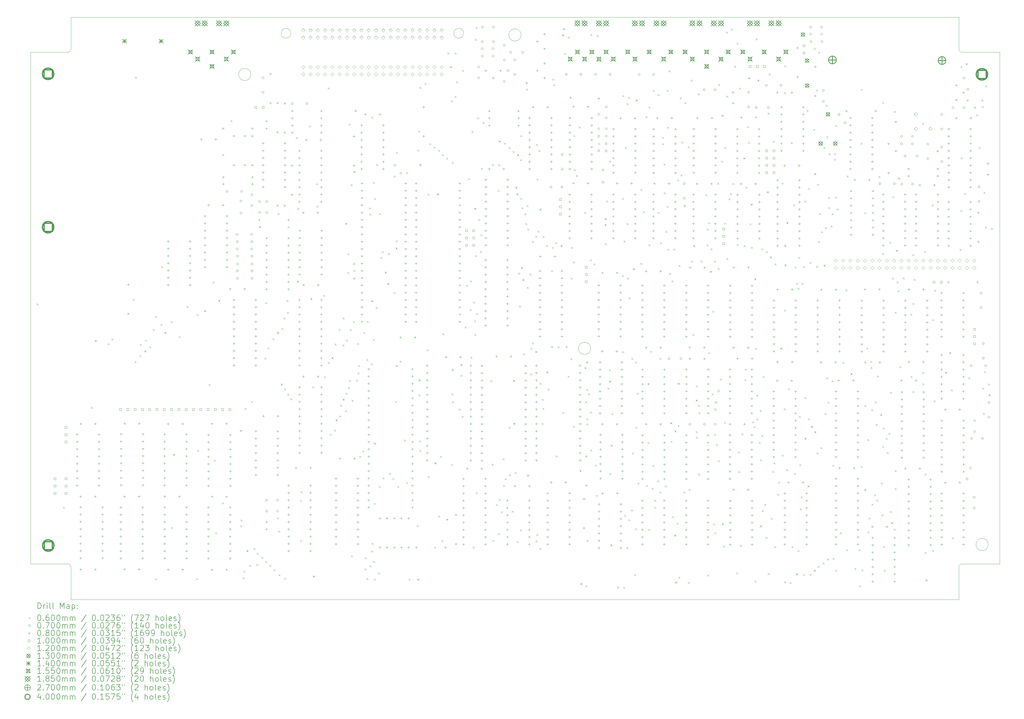
<source format=gbr>
%TF.GenerationSoftware,KiCad,Pcbnew,7.0.7*%
%TF.CreationDate,2023-11-21T20:32:28+00:00*%
%TF.ProjectId,lynx96,6c796e78-3936-42e6-9b69-6361645f7063,rev?*%
%TF.SameCoordinates,Original*%
%TF.FileFunction,Drillmap*%
%TF.FilePolarity,Positive*%
%FSLAX45Y45*%
G04 Gerber Fmt 4.5, Leading zero omitted, Abs format (unit mm)*
G04 Created by KiCad (PCBNEW 7.0.7) date 2023-11-21 20:32:28*
%MOMM*%
%LPD*%
G01*
G04 APERTURE LIST*
%ADD10C,0.100000*%
%ADD11C,0.200000*%
%ADD12C,0.060000*%
%ADD13C,0.070000*%
%ADD14C,0.080000*%
%ADD15C,0.120000*%
%ADD16C,0.130000*%
%ADD17C,0.140000*%
%ADD18C,0.155000*%
%ADD19C,0.185000*%
%ADD20C,0.270000*%
%ADD21C,0.400000*%
G04 APERTURE END LIST*
D10*
X4000000Y-22300000D02*
X5296723Y-22300000D01*
X5296470Y-4450000D02*
X4000000Y-4450000D01*
X36360000Y-23540000D02*
X36360000Y-22412139D01*
X36361000Y-3230000D02*
X5410000Y-3230000D01*
X11681000Y-5225000D02*
G75*
G03*
X11681000Y-5225000I-213546J0D01*
G01*
X5410252Y-23540000D02*
X36360000Y-23540000D01*
X4000000Y-4450000D02*
X4000000Y-22300000D01*
X5296470Y-4450000D02*
G75*
G03*
X5410000Y-4336470I0J113530D01*
G01*
X36473530Y-22298609D02*
X37780000Y-22298609D01*
X19096120Y-3790000D02*
G75*
G03*
X19096120Y-3790000I-171120J0D01*
G01*
X37383546Y-21622000D02*
G75*
G03*
X37383546Y-21622000I-213546J0D01*
G01*
X36473530Y-22298610D02*
G75*
G03*
X36360000Y-22412139I0J-113530D01*
G01*
X5410000Y-3230000D02*
X5410000Y-4336470D01*
X5410250Y-22413530D02*
G75*
G03*
X5296723Y-22300000I-113530J0D01*
G01*
X21099000Y-3850000D02*
G75*
G03*
X21099000Y-3850000I-213546J0D01*
G01*
X13075120Y-3790000D02*
G75*
G03*
X13075120Y-3790000I-171120J0D01*
G01*
X23523546Y-14780000D02*
G75*
G03*
X23523546Y-14780000I-213546J0D01*
G01*
X5410252Y-22413000D02*
X5410252Y-23540000D01*
X36361000Y-4336470D02*
X36361000Y-3230000D01*
X37780000Y-4450000D02*
X36474530Y-4450000D01*
X36361000Y-4336470D02*
G75*
G03*
X36474530Y-4450000I113530J0D01*
G01*
X37780000Y-22298609D02*
X37780000Y-4450000D01*
D11*
D12*
X4207000Y-13212000D02*
X4267000Y-13272000D01*
X4267000Y-13212000D02*
X4207000Y-13272000D01*
X5126000Y-20302000D02*
X5186000Y-20362000D01*
X5186000Y-20302000D02*
X5126000Y-20362000D01*
X6102000Y-16823000D02*
X6162000Y-16883000D01*
X6162000Y-16823000D02*
X6102000Y-16883000D01*
X6241000Y-14489000D02*
X6301000Y-14549000D01*
X6301000Y-14489000D02*
X6241000Y-14549000D01*
X6685000Y-14601000D02*
X6745000Y-14661000D01*
X6745000Y-14601000D02*
X6685000Y-14661000D01*
X6823000Y-14441000D02*
X6883000Y-14501000D01*
X6883000Y-14441000D02*
X6823000Y-14501000D01*
X7568000Y-13052000D02*
X7628000Y-13112000D01*
X7628000Y-13052000D02*
X7568000Y-13112000D01*
X7627000Y-15229000D02*
X7687000Y-15289000D01*
X7687000Y-15229000D02*
X7627000Y-15289000D01*
X7641000Y-5306000D02*
X7701000Y-5366000D01*
X7701000Y-5306000D02*
X7641000Y-5366000D01*
X7793000Y-15015000D02*
X7853000Y-15075000D01*
X7853000Y-15015000D02*
X7793000Y-15075000D01*
X7812000Y-14630000D02*
X7872000Y-14690000D01*
X7872000Y-14630000D02*
X7812000Y-14690000D01*
X7964000Y-14851000D02*
X8024000Y-14911000D01*
X8024000Y-14851000D02*
X7964000Y-14911000D01*
X7999000Y-14472000D02*
X8059000Y-14532000D01*
X8059000Y-14472000D02*
X7999000Y-14532000D01*
X8136000Y-14708000D02*
X8196000Y-14768000D01*
X8196000Y-14708000D02*
X8136000Y-14768000D01*
X8257000Y-14099000D02*
X8317000Y-14159000D01*
X8317000Y-14099000D02*
X8257000Y-14159000D01*
X8340000Y-22807000D02*
X8400000Y-22867000D01*
X8400000Y-22807000D02*
X8340000Y-22867000D01*
X8348000Y-13653000D02*
X8408000Y-13713000D01*
X8408000Y-13653000D02*
X8348000Y-13713000D01*
X8533000Y-13924000D02*
X8593000Y-13984000D01*
X8593000Y-13924000D02*
X8533000Y-13984000D01*
X8547000Y-11915000D02*
X8607000Y-11975000D01*
X8607000Y-11915000D02*
X8547000Y-11975000D01*
X8662000Y-14215000D02*
X8722000Y-14275000D01*
X8722000Y-14215000D02*
X8662000Y-14275000D01*
X8890000Y-13829000D02*
X8950000Y-13889000D01*
X8950000Y-13829000D02*
X8890000Y-13889000D01*
X8898000Y-21008000D02*
X8958000Y-21068000D01*
X8958000Y-21008000D02*
X8898000Y-21068000D01*
X8967000Y-18459000D02*
X9027000Y-18519000D01*
X9027000Y-18459000D02*
X8967000Y-18519000D01*
X9168000Y-14356000D02*
X9228000Y-14416000D01*
X9228000Y-14356000D02*
X9168000Y-14416000D01*
X9437000Y-13296000D02*
X9497000Y-13356000D01*
X9497000Y-13296000D02*
X9437000Y-13356000D01*
X9776000Y-22798000D02*
X9836000Y-22858000D01*
X9836000Y-22798000D02*
X9776000Y-22858000D01*
X9786000Y-13582000D02*
X9846000Y-13642000D01*
X9846000Y-13582000D02*
X9786000Y-13642000D01*
X9809000Y-18318000D02*
X9869000Y-18378000D01*
X9869000Y-18318000D02*
X9809000Y-18378000D01*
X10051000Y-13448000D02*
X10111000Y-13508000D01*
X10111000Y-13448000D02*
X10051000Y-13508000D01*
X10207000Y-16027000D02*
X10267000Y-16087000D01*
X10267000Y-16027000D02*
X10207000Y-16087000D01*
X10341000Y-12448000D02*
X10401000Y-12508000D01*
X10401000Y-12448000D02*
X10341000Y-12508000D01*
X10389000Y-18656000D02*
X10449000Y-18716000D01*
X10449000Y-18656000D02*
X10389000Y-18716000D01*
X10437000Y-21200000D02*
X10497000Y-21260000D01*
X10497000Y-21200000D02*
X10437000Y-21260000D01*
X10545000Y-13090000D02*
X10605000Y-13150000D01*
X10605000Y-13090000D02*
X10545000Y-13150000D01*
X10672000Y-20157000D02*
X10732000Y-20217000D01*
X10732000Y-20157000D02*
X10672000Y-20217000D01*
X10683000Y-8008000D02*
X10743000Y-8068000D01*
X10743000Y-8008000D02*
X10683000Y-8068000D01*
X10971000Y-6818000D02*
X11031000Y-6878000D01*
X11031000Y-6818000D02*
X10971000Y-6878000D01*
X11304000Y-17620000D02*
X11364000Y-17680000D01*
X11364000Y-17620000D02*
X11304000Y-17680000D01*
X11305000Y-20950000D02*
X11365000Y-21010000D01*
X11365000Y-20950000D02*
X11305000Y-21010000D01*
X11320000Y-20751000D02*
X11380000Y-20811000D01*
X11380000Y-20751000D02*
X11320000Y-20811000D01*
X11392000Y-22760000D02*
X11452000Y-22820000D01*
X11452000Y-22760000D02*
X11392000Y-22820000D01*
X11422000Y-22533000D02*
X11482000Y-22593000D01*
X11482000Y-22533000D02*
X11422000Y-22593000D01*
X11461000Y-16856000D02*
X11521000Y-16916000D01*
X11521000Y-16856000D02*
X11461000Y-16916000D01*
X11531000Y-21819000D02*
X11591000Y-21879000D01*
X11591000Y-21819000D02*
X11531000Y-21879000D01*
X11625000Y-22333000D02*
X11685000Y-22393000D01*
X11685000Y-22333000D02*
X11625000Y-22393000D01*
X11692000Y-16616000D02*
X11752000Y-16676000D01*
X11752000Y-16616000D02*
X11692000Y-16676000D01*
X11772000Y-21747000D02*
X11832000Y-21807000D01*
X11832000Y-21747000D02*
X11772000Y-21807000D01*
X11865000Y-22301000D02*
X11925000Y-22361000D01*
X11925000Y-22301000D02*
X11865000Y-22361000D01*
X11886000Y-21905000D02*
X11946000Y-21965000D01*
X11946000Y-21905000D02*
X11886000Y-21965000D01*
X11963000Y-10516000D02*
X12023000Y-10576000D01*
X12023000Y-10516000D02*
X11963000Y-10576000D01*
X12041000Y-22050000D02*
X12101000Y-22110000D01*
X12101000Y-22050000D02*
X12041000Y-22110000D01*
X12154000Y-15102000D02*
X12214000Y-15162000D01*
X12214000Y-15102000D02*
X12154000Y-15162000D01*
X12180000Y-22197000D02*
X12240000Y-22257000D01*
X12240000Y-22197000D02*
X12180000Y-22257000D01*
X12184000Y-13167000D02*
X12244000Y-13227000D01*
X12244000Y-13167000D02*
X12184000Y-13227000D01*
X12257000Y-14745000D02*
X12317000Y-14805000D01*
X12317000Y-14745000D02*
X12257000Y-14805000D01*
X12322000Y-22332000D02*
X12382000Y-22392000D01*
X12382000Y-22332000D02*
X12322000Y-22392000D01*
X12434000Y-14427000D02*
X12494000Y-14487000D01*
X12494000Y-14427000D02*
X12434000Y-14487000D01*
X12468000Y-22485000D02*
X12528000Y-22545000D01*
X12528000Y-22485000D02*
X12468000Y-22545000D01*
X12587000Y-20678000D02*
X12647000Y-20738000D01*
X12647000Y-20678000D02*
X12587000Y-20738000D01*
X12591000Y-14213000D02*
X12651000Y-14273000D01*
X12651000Y-14213000D02*
X12591000Y-14273000D01*
X12611000Y-10054000D02*
X12671000Y-10114000D01*
X12671000Y-10054000D02*
X12611000Y-10114000D01*
X12640000Y-21137000D02*
X12700000Y-21197000D01*
X12700000Y-21137000D02*
X12640000Y-21197000D01*
X12646000Y-22658000D02*
X12706000Y-22718000D01*
X12706000Y-22658000D02*
X12646000Y-22718000D01*
X12723000Y-16011000D02*
X12783000Y-16071000D01*
X12783000Y-16011000D02*
X12723000Y-16071000D01*
X12747000Y-14067000D02*
X12807000Y-14127000D01*
X12807000Y-14067000D02*
X12747000Y-14127000D01*
X12821000Y-13707000D02*
X12881000Y-13767000D01*
X12881000Y-13707000D02*
X12821000Y-13767000D01*
X12837000Y-22781000D02*
X12897000Y-22841000D01*
X12897000Y-22781000D02*
X12837000Y-22841000D01*
X12839000Y-16173000D02*
X12899000Y-16233000D01*
X12899000Y-16173000D02*
X12839000Y-16233000D01*
X12928000Y-13091000D02*
X12988000Y-13151000D01*
X12988000Y-13091000D02*
X12928000Y-13151000D01*
X12941000Y-13511000D02*
X13001000Y-13571000D01*
X13001000Y-13511000D02*
X12941000Y-13571000D01*
X12949000Y-16360000D02*
X13009000Y-16420000D01*
X13009000Y-16360000D02*
X12949000Y-16420000D01*
X12959000Y-10523000D02*
X13019000Y-10583000D01*
X13019000Y-10523000D02*
X12959000Y-10583000D01*
X13055000Y-16523000D02*
X13115000Y-16583000D01*
X13115000Y-16523000D02*
X13055000Y-16583000D01*
X13249000Y-7416000D02*
X13309000Y-7476000D01*
X13309000Y-7416000D02*
X13249000Y-7476000D01*
X13279000Y-12421000D02*
X13339000Y-12481000D01*
X13339000Y-12421000D02*
X13279000Y-12481000D01*
X13298000Y-9879000D02*
X13358000Y-9939000D01*
X13358000Y-9879000D02*
X13298000Y-9939000D01*
X13388000Y-20074000D02*
X13448000Y-20134000D01*
X13448000Y-20074000D02*
X13388000Y-20134000D01*
X13402000Y-21469000D02*
X13462000Y-21529000D01*
X13462000Y-21469000D02*
X13402000Y-21529000D01*
X13409000Y-19763000D02*
X13469000Y-19823000D01*
X13469000Y-19763000D02*
X13409000Y-19823000D01*
X13703000Y-7003000D02*
X13763000Y-7063000D01*
X13763000Y-7003000D02*
X13703000Y-7063000D01*
X13754000Y-13022000D02*
X13814000Y-13082000D01*
X13814000Y-13022000D02*
X13754000Y-13082000D01*
X13826000Y-16107000D02*
X13886000Y-16167000D01*
X13886000Y-16107000D02*
X13826000Y-16167000D01*
X13844000Y-22703050D02*
X13904000Y-22763050D01*
X13904000Y-22703050D02*
X13844000Y-22763050D01*
X13950000Y-9024000D02*
X14010000Y-9084000D01*
X14010000Y-9024000D02*
X13950000Y-9084000D01*
X13967000Y-9804000D02*
X14027000Y-9864000D01*
X14027000Y-9804000D02*
X13967000Y-9864000D01*
X14203000Y-12920000D02*
X14263000Y-12980000D01*
X14263000Y-12920000D02*
X14203000Y-12980000D01*
X14227000Y-15756000D02*
X14287000Y-15816000D01*
X14287000Y-15756000D02*
X14227000Y-15816000D01*
X14358000Y-5678000D02*
X14418000Y-5738000D01*
X14418000Y-5678000D02*
X14358000Y-5738000D01*
X14367000Y-15256000D02*
X14427000Y-15316000D01*
X14427000Y-15256000D02*
X14367000Y-15316000D01*
X14433000Y-17763000D02*
X14493000Y-17823000D01*
X14493000Y-17763000D02*
X14433000Y-17823000D01*
X14491000Y-15088000D02*
X14551000Y-15148000D01*
X14551000Y-15088000D02*
X14491000Y-15148000D01*
X14588000Y-17615000D02*
X14648000Y-17675000D01*
X14648000Y-17615000D02*
X14588000Y-17675000D01*
X14601000Y-14608000D02*
X14661000Y-14668000D01*
X14661000Y-14608000D02*
X14601000Y-14668000D01*
X14634000Y-17255050D02*
X14694000Y-17315050D01*
X14694000Y-17255050D02*
X14634000Y-17315050D01*
X14739000Y-14103000D02*
X14799000Y-14163000D01*
X14799000Y-14103000D02*
X14739000Y-14163000D01*
X14755000Y-17128000D02*
X14815000Y-17188000D01*
X14815000Y-17128000D02*
X14755000Y-17188000D01*
X14799157Y-16746207D02*
X14859157Y-16806208D01*
X14859157Y-16746207D02*
X14799157Y-16806208D01*
X14871000Y-14640000D02*
X14931000Y-14700000D01*
X14931000Y-14640000D02*
X14871000Y-14700000D01*
X14882000Y-13700050D02*
X14942000Y-13760050D01*
X14942000Y-13700050D02*
X14882000Y-13760050D01*
X14884000Y-16536000D02*
X14944000Y-16596000D01*
X14944000Y-16536000D02*
X14884000Y-16596000D01*
X14969000Y-16937000D02*
X15029000Y-16997000D01*
X15029000Y-16937000D02*
X14969000Y-16997000D01*
X14970000Y-10398000D02*
X15030000Y-10458000D01*
X15030000Y-10398000D02*
X14970000Y-10458000D01*
X14979000Y-16329000D02*
X15039000Y-16389000D01*
X15039000Y-16329000D02*
X14979000Y-16389000D01*
X15001000Y-14474000D02*
X15061000Y-14534000D01*
X15061000Y-14474000D02*
X15001000Y-14534000D01*
X15038000Y-12116000D02*
X15098000Y-12176000D01*
X15098000Y-12116000D02*
X15038000Y-12176000D01*
X15050000Y-11460000D02*
X15110000Y-11520000D01*
X15110000Y-11460000D02*
X15050000Y-11520000D01*
X15067000Y-16137000D02*
X15127000Y-16197000D01*
X15127000Y-16137000D02*
X15067000Y-16197000D01*
X15086000Y-6941000D02*
X15146000Y-7001000D01*
X15146000Y-6941000D02*
X15086000Y-7001000D01*
X15101050Y-15879532D02*
X15161050Y-15939532D01*
X15161050Y-15879532D02*
X15101050Y-15939532D01*
X15126000Y-14111000D02*
X15186000Y-14171000D01*
X15186000Y-14111000D02*
X15126000Y-14171000D01*
X15157000Y-9053000D02*
X15217000Y-9113000D01*
X15217000Y-9053000D02*
X15157000Y-9113000D01*
X15170000Y-22003000D02*
X15230000Y-22063000D01*
X15230000Y-22003000D02*
X15170000Y-22063000D01*
X15191000Y-16571000D02*
X15251000Y-16631000D01*
X15251000Y-16571000D02*
X15191000Y-16631000D01*
X15240000Y-13834000D02*
X15300000Y-13894000D01*
X15300000Y-13834000D02*
X15240000Y-13894000D01*
X15256000Y-12044000D02*
X15316000Y-12104000D01*
X15316000Y-12044000D02*
X15256000Y-12104000D01*
X15258000Y-8595000D02*
X15318000Y-8655000D01*
X15318000Y-8595000D02*
X15258000Y-8655000D01*
X15300000Y-6467000D02*
X15360000Y-6527000D01*
X15360000Y-6467000D02*
X15300000Y-6527000D01*
X15348000Y-15872000D02*
X15408000Y-15932000D01*
X15408000Y-15872000D02*
X15348000Y-15932000D01*
X15390000Y-14591050D02*
X15450000Y-14651050D01*
X15450000Y-14591050D02*
X15390000Y-14651050D01*
X15400000Y-15615000D02*
X15460000Y-15675000D01*
X15460000Y-15615000D02*
X15400000Y-15675000D01*
X15413000Y-15364000D02*
X15473000Y-15424000D01*
X15473000Y-15364000D02*
X15413000Y-15424000D01*
X15456000Y-18531000D02*
X15516000Y-18591000D01*
X15516000Y-18531000D02*
X15456000Y-18591000D01*
X15564000Y-18345000D02*
X15624000Y-18405000D01*
X15624000Y-18345000D02*
X15564000Y-18405000D01*
X15597000Y-14211000D02*
X15657000Y-14271000D01*
X15657000Y-14211000D02*
X15597000Y-14271000D01*
X15636000Y-22462000D02*
X15696000Y-22522000D01*
X15696000Y-22462000D02*
X15636000Y-22522000D01*
X15651000Y-22071000D02*
X15711000Y-22131000D01*
X15711000Y-22071000D02*
X15651000Y-22131000D01*
X15708000Y-22790050D02*
X15768000Y-22850050D01*
X15768000Y-22790050D02*
X15708000Y-22850050D01*
X15714000Y-15155000D02*
X15774000Y-15215000D01*
X15774000Y-15155000D02*
X15714000Y-15215000D01*
X15718000Y-13825000D02*
X15778000Y-13885000D01*
X15778000Y-13825000D02*
X15718000Y-13885000D01*
X15794000Y-9865000D02*
X15854000Y-9925000D01*
X15854000Y-9865000D02*
X15794000Y-9925000D01*
X15810000Y-10083000D02*
X15870000Y-10143000D01*
X15870000Y-10083000D02*
X15810000Y-10143000D01*
X15810000Y-22349000D02*
X15870000Y-22409000D01*
X15870000Y-22349000D02*
X15810000Y-22409000D01*
X15863150Y-15300635D02*
X15923150Y-15360635D01*
X15923150Y-15300635D02*
X15863150Y-15360635D01*
X15870000Y-21831000D02*
X15930000Y-21891000D01*
X15930000Y-21831000D02*
X15870000Y-21891000D01*
X15876000Y-13102000D02*
X15936000Y-13162000D01*
X15936000Y-13102000D02*
X15876000Y-13162000D01*
X15880000Y-6700000D02*
X15940000Y-6760000D01*
X15940000Y-6700000D02*
X15880000Y-6760000D01*
X15888000Y-21558000D02*
X15948000Y-21618000D01*
X15948000Y-21558000D02*
X15888000Y-21618000D01*
X15932000Y-8972000D02*
X15992000Y-9032000D01*
X15992000Y-8972000D02*
X15932000Y-9032000D01*
X15938000Y-14459000D02*
X15998000Y-14519000D01*
X15998000Y-14459000D02*
X15938000Y-14519000D01*
X15939000Y-22195000D02*
X15999000Y-22255000D01*
X15999000Y-22195000D02*
X15939000Y-22255000D01*
X15963000Y-20176000D02*
X16023000Y-20236000D01*
X16023000Y-20176000D02*
X15963000Y-20236000D01*
X15969000Y-18076000D02*
X16029000Y-18136000D01*
X16029000Y-18076000D02*
X15969000Y-18136000D01*
X15972000Y-9538000D02*
X16032000Y-9598000D01*
X16032000Y-9538000D02*
X15972000Y-9598000D01*
X15974000Y-22812060D02*
X16034000Y-22872060D01*
X16034000Y-22812060D02*
X15974000Y-22872060D01*
X16032724Y-13336140D02*
X16092724Y-13396140D01*
X16092724Y-13336140D02*
X16032724Y-13396140D01*
X16049000Y-8349000D02*
X16109000Y-8409000D01*
X16109000Y-8349000D02*
X16049000Y-8409000D01*
X16110000Y-22592000D02*
X16170000Y-22652000D01*
X16170000Y-22592000D02*
X16110000Y-22652000D01*
X16146000Y-19578000D02*
X16206000Y-19638000D01*
X16206000Y-19578000D02*
X16146000Y-19638000D01*
X16151000Y-10060000D02*
X16211000Y-10120000D01*
X16211000Y-10060000D02*
X16151000Y-10120000D01*
X16192000Y-11587000D02*
X16252000Y-11647000D01*
X16252000Y-11587000D02*
X16192000Y-11647000D01*
X16244000Y-11395000D02*
X16304000Y-11455000D01*
X16304000Y-11395000D02*
X16244000Y-11455000D01*
X16268000Y-19285000D02*
X16328000Y-19345000D01*
X16328000Y-19285000D02*
X16268000Y-19345000D01*
X16345000Y-12108000D02*
X16405000Y-12168000D01*
X16405000Y-12108000D02*
X16345000Y-12168000D01*
X16435000Y-12500000D02*
X16495000Y-12560000D01*
X16495000Y-12500000D02*
X16435000Y-12560000D01*
X16455000Y-11457000D02*
X16515000Y-11517000D01*
X16515000Y-11457000D02*
X16455000Y-11517000D01*
X16497000Y-19126000D02*
X16557000Y-19186000D01*
X16557000Y-19126000D02*
X16497000Y-19186000D01*
X16607000Y-19301000D02*
X16667000Y-19361000D01*
X16667000Y-19301000D02*
X16607000Y-19361000D01*
X16657000Y-8751000D02*
X16717000Y-8811000D01*
X16717000Y-8751000D02*
X16657000Y-8811000D01*
X16659000Y-12813000D02*
X16719000Y-12873000D01*
X16719000Y-12813000D02*
X16659000Y-12873000D01*
X16707000Y-16617000D02*
X16767000Y-16677000D01*
X16767000Y-16617000D02*
X16707000Y-16677000D01*
X16723000Y-11261000D02*
X16783000Y-11321000D01*
X16783000Y-11261000D02*
X16723000Y-11321000D01*
X16731000Y-15364000D02*
X16791000Y-15424000D01*
X16791000Y-15364000D02*
X16731000Y-15424000D01*
X16732000Y-7932000D02*
X16792000Y-7992000D01*
X16792000Y-7932000D02*
X16732000Y-7992000D01*
X16732000Y-11012000D02*
X16792000Y-11072000D01*
X16792000Y-11012000D02*
X16732000Y-11072000D01*
X16787000Y-19578000D02*
X16847000Y-19638000D01*
X16847000Y-19578000D02*
X16787000Y-19638000D01*
X16863000Y-15207000D02*
X16923000Y-15267000D01*
X16923000Y-15207000D02*
X16863000Y-15267000D01*
X17012000Y-17964000D02*
X17072000Y-18024000D01*
X17072000Y-17964000D02*
X17012000Y-18024000D01*
X17090000Y-8630000D02*
X17150000Y-8690000D01*
X17150000Y-8630000D02*
X17090000Y-8690000D01*
X17091000Y-19442000D02*
X17151000Y-19502000D01*
X17151000Y-19442000D02*
X17091000Y-19502000D01*
X17176000Y-22812060D02*
X17236000Y-22872060D01*
X17236000Y-22812060D02*
X17176000Y-22872060D01*
X17465000Y-20942000D02*
X17525000Y-21002000D01*
X17525000Y-20942000D02*
X17465000Y-21002000D01*
X17481000Y-7847000D02*
X17541000Y-7907000D01*
X17541000Y-7847000D02*
X17481000Y-7907000D01*
X17484425Y-22812060D02*
X17544425Y-22872060D01*
X17544425Y-22812060D02*
X17484425Y-22872060D01*
X17515000Y-7187000D02*
X17575000Y-7247000D01*
X17575000Y-7187000D02*
X17515000Y-7247000D01*
X17522000Y-16386000D02*
X17582000Y-16446000D01*
X17582000Y-16386000D02*
X17522000Y-16446000D01*
X17527000Y-15860000D02*
X17587000Y-15920000D01*
X17587000Y-15860000D02*
X17527000Y-15920000D01*
X17549000Y-17986000D02*
X17609000Y-18046000D01*
X17609000Y-17986000D02*
X17549000Y-18046000D01*
X17552000Y-8355000D02*
X17612000Y-8415000D01*
X17612000Y-8355000D02*
X17552000Y-8415000D01*
X17554000Y-18319000D02*
X17614000Y-18379000D01*
X17614000Y-18319000D02*
X17554000Y-18379000D01*
X17559000Y-5657000D02*
X17619000Y-5717000D01*
X17619000Y-5657000D02*
X17559000Y-5717000D01*
X17731000Y-5525000D02*
X17791000Y-5585000D01*
X17791000Y-5525000D02*
X17731000Y-5585000D01*
X17810183Y-14813050D02*
X17870183Y-14873050D01*
X17870183Y-14813050D02*
X17810183Y-14873050D01*
X17838000Y-9385000D02*
X17898000Y-9445000D01*
X17898000Y-9385000D02*
X17838000Y-9445000D01*
X17844000Y-19231000D02*
X17904000Y-19291000D01*
X17904000Y-19231000D02*
X17844000Y-19291000D01*
X17900000Y-7622000D02*
X17960000Y-7682000D01*
X17960000Y-7622000D02*
X17900000Y-7682000D01*
X18049000Y-7741000D02*
X18109000Y-7801000D01*
X18109000Y-7741000D02*
X18049000Y-7801000D01*
X18073000Y-21697000D02*
X18133000Y-21757000D01*
X18133000Y-21697000D02*
X18073000Y-21757000D01*
X18086000Y-18760000D02*
X18146000Y-18820000D01*
X18146000Y-18760000D02*
X18086000Y-18820000D01*
X18170000Y-9381000D02*
X18230000Y-9441000D01*
X18230000Y-9381000D02*
X18170000Y-9441000D01*
X18206000Y-7854000D02*
X18266000Y-7914000D01*
X18266000Y-7854000D02*
X18206000Y-7914000D01*
X18208000Y-20614000D02*
X18268000Y-20674000D01*
X18268000Y-20614000D02*
X18208000Y-20674000D01*
X18273000Y-18527000D02*
X18333000Y-18587000D01*
X18333000Y-18527000D02*
X18273000Y-18587000D01*
X18324000Y-21465000D02*
X18384000Y-21525000D01*
X18384000Y-21465000D02*
X18324000Y-21525000D01*
X18338000Y-8003000D02*
X18398000Y-8063000D01*
X18398000Y-8003000D02*
X18338000Y-8063000D01*
X18352000Y-14254000D02*
X18412000Y-14314000D01*
X18412000Y-14254000D02*
X18352000Y-14314000D01*
X18489000Y-8136000D02*
X18549000Y-8196000D01*
X18549000Y-8136000D02*
X18489000Y-8196000D01*
X18492000Y-20726000D02*
X18552000Y-20786000D01*
X18552000Y-20726000D02*
X18492000Y-20786000D01*
X18534000Y-4455000D02*
X18594000Y-4515000D01*
X18594000Y-4455000D02*
X18534000Y-4515000D01*
X18619000Y-4941000D02*
X18679000Y-5001000D01*
X18679000Y-4941000D02*
X18619000Y-5001000D01*
X18654000Y-6123000D02*
X18714000Y-6183000D01*
X18714000Y-6123000D02*
X18654000Y-6183000D01*
X18661000Y-18821000D02*
X18721000Y-18881000D01*
X18721000Y-18821000D02*
X18661000Y-18881000D01*
X18677000Y-16357000D02*
X18737000Y-16417000D01*
X18737000Y-16357000D02*
X18677000Y-16417000D01*
X18683000Y-8275000D02*
X18743000Y-8335000D01*
X18743000Y-8275000D02*
X18683000Y-8335000D01*
X18684000Y-15503000D02*
X18744000Y-15563000D01*
X18744000Y-15503000D02*
X18684000Y-15563000D01*
X18688000Y-16627000D02*
X18748000Y-16687000D01*
X18748000Y-16627000D02*
X18688000Y-16687000D01*
X18784000Y-5974000D02*
X18844000Y-6034000D01*
X18844000Y-5974000D02*
X18784000Y-6034000D01*
X18786000Y-4465000D02*
X18846000Y-4525000D01*
X18846000Y-4465000D02*
X18786000Y-4525000D01*
X18835000Y-5462000D02*
X18895000Y-5522000D01*
X18895000Y-5462000D02*
X18835000Y-5522000D01*
X18924794Y-16880054D02*
X18984794Y-16940054D01*
X18984794Y-16880054D02*
X18924794Y-16940054D01*
X18983000Y-15329000D02*
X19043000Y-15389000D01*
X19043000Y-15329000D02*
X18983000Y-15389000D01*
X18989000Y-15702050D02*
X19049000Y-15762050D01*
X19049000Y-15702050D02*
X18989000Y-15762050D01*
X19030000Y-17132000D02*
X19090000Y-17192000D01*
X19090000Y-17132000D02*
X19030000Y-17192000D01*
X19045000Y-5065000D02*
X19105000Y-5125000D01*
X19105000Y-5065000D02*
X19045000Y-5125000D01*
X19133000Y-14013050D02*
X19193000Y-14073050D01*
X19193000Y-14013050D02*
X19133000Y-14073050D01*
X19183000Y-12561000D02*
X19243000Y-12621000D01*
X19243000Y-12561000D02*
X19183000Y-12621000D01*
X19255000Y-8846000D02*
X19315000Y-8906000D01*
X19315000Y-8846000D02*
X19255000Y-8906000D01*
X19307000Y-13407000D02*
X19367000Y-13467000D01*
X19367000Y-13407000D02*
X19307000Y-13467000D01*
X19329000Y-12412000D02*
X19389000Y-12472000D01*
X19389000Y-12412000D02*
X19329000Y-12472000D01*
X19336000Y-15073000D02*
X19396000Y-15133000D01*
X19396000Y-15073000D02*
X19336000Y-15133000D01*
X19368000Y-7195000D02*
X19428000Y-7255000D01*
X19428000Y-7195000D02*
X19368000Y-7255000D01*
X19421000Y-21698000D02*
X19481000Y-21758000D01*
X19481000Y-21698000D02*
X19421000Y-21758000D01*
X19429000Y-13150000D02*
X19489000Y-13210000D01*
X19489000Y-13150000D02*
X19429000Y-13210000D01*
X19461000Y-13796000D02*
X19521000Y-13856000D01*
X19521000Y-13796000D02*
X19461000Y-13856000D01*
X19466000Y-9873000D02*
X19526000Y-9933000D01*
X19526000Y-9873000D02*
X19466000Y-9933000D01*
X19468000Y-14278000D02*
X19528000Y-14338000D01*
X19528000Y-14278000D02*
X19468000Y-14338000D01*
X19486000Y-3983000D02*
X19546000Y-4043000D01*
X19546000Y-3983000D02*
X19486000Y-4043000D01*
X19498000Y-11526000D02*
X19558000Y-11586000D01*
X19558000Y-11526000D02*
X19498000Y-11586000D01*
X19510000Y-3567000D02*
X19570000Y-3627000D01*
X19570000Y-3567000D02*
X19510000Y-3627000D01*
X19518000Y-19799000D02*
X19578000Y-19859000D01*
X19578000Y-19799000D02*
X19518000Y-19859000D01*
X19534000Y-13550000D02*
X19594000Y-13610000D01*
X19594000Y-13550000D02*
X19534000Y-13610000D01*
X19567000Y-6723000D02*
X19627000Y-6783000D01*
X19627000Y-6723000D02*
X19567000Y-6783000D01*
X19606000Y-10268000D02*
X19666000Y-10328000D01*
X19666000Y-10268000D02*
X19606000Y-10328000D01*
X19676000Y-11387000D02*
X19736000Y-11447000D01*
X19736000Y-11387000D02*
X19676000Y-11447000D01*
X19685000Y-10797000D02*
X19745000Y-10857000D01*
X19745000Y-10797000D02*
X19685000Y-10857000D01*
X19700000Y-8477000D02*
X19760000Y-8537000D01*
X19760000Y-8477000D02*
X19700000Y-8537000D01*
X19760000Y-6878000D02*
X19820000Y-6938000D01*
X19820000Y-6878000D02*
X19760000Y-6938000D01*
X20033000Y-15892000D02*
X20093000Y-15952000D01*
X20093000Y-15892000D02*
X20033000Y-15952000D01*
X20069000Y-18798000D02*
X20129000Y-18858000D01*
X20129000Y-18798000D02*
X20069000Y-18858000D01*
X20090000Y-8356000D02*
X20150000Y-8416000D01*
X20150000Y-8356000D02*
X20090000Y-8416000D01*
X20099000Y-21461000D02*
X20159000Y-21521000D01*
X20159000Y-21461000D02*
X20099000Y-21521000D01*
X20226000Y-20212000D02*
X20286000Y-20272000D01*
X20286000Y-20212000D02*
X20226000Y-20272000D01*
X20280000Y-9250000D02*
X20340000Y-9310000D01*
X20340000Y-9250000D02*
X20280000Y-9310000D01*
X20294000Y-21229000D02*
X20354000Y-21289000D01*
X20354000Y-21229000D02*
X20294000Y-21289000D01*
X20300000Y-8359000D02*
X20360000Y-8419000D01*
X20360000Y-8359000D02*
X20300000Y-8419000D01*
X20321000Y-7533000D02*
X20381000Y-7593000D01*
X20381000Y-7533000D02*
X20321000Y-7593000D01*
X20324000Y-20034000D02*
X20384000Y-20094000D01*
X20384000Y-20034000D02*
X20324000Y-20094000D01*
X20395000Y-20459000D02*
X20455000Y-20519000D01*
X20455000Y-20459000D02*
X20395000Y-20519000D01*
X20461000Y-18615000D02*
X20521000Y-18675000D01*
X20521000Y-18615000D02*
X20461000Y-18675000D01*
X20468000Y-19546000D02*
X20528000Y-19606000D01*
X20528000Y-19546000D02*
X20468000Y-19606000D01*
X20501000Y-7609000D02*
X20561000Y-7669000D01*
X20561000Y-7609000D02*
X20501000Y-7669000D01*
X20529000Y-19309000D02*
X20589000Y-19369000D01*
X20589000Y-19309000D02*
X20529000Y-19369000D01*
X20662000Y-7758000D02*
X20722000Y-7818000D01*
X20722000Y-7758000D02*
X20662000Y-7818000D01*
X20674000Y-17512000D02*
X20734000Y-17572000D01*
X20734000Y-17512000D02*
X20674000Y-17572000D01*
X20679000Y-19174000D02*
X20739000Y-19234000D01*
X20739000Y-19174000D02*
X20679000Y-19234000D01*
X20777000Y-20440000D02*
X20837000Y-20500000D01*
X20837000Y-20440000D02*
X20777000Y-20500000D01*
X20808000Y-7893000D02*
X20868000Y-7953000D01*
X20868000Y-7893000D02*
X20808000Y-7953000D01*
X20817000Y-15884000D02*
X20877000Y-15944000D01*
X20877000Y-15884000D02*
X20817000Y-15944000D01*
X20829000Y-17381000D02*
X20889000Y-17441000D01*
X20889000Y-17381000D02*
X20829000Y-17441000D01*
X20875000Y-19099000D02*
X20935000Y-19159000D01*
X20935000Y-19099000D02*
X20875000Y-19159000D01*
X20898000Y-9144000D02*
X20958000Y-9204000D01*
X20958000Y-9144000D02*
X20898000Y-9204000D01*
X20934000Y-9373000D02*
X20994000Y-9433000D01*
X20994000Y-9373000D02*
X20934000Y-9433000D01*
X20941000Y-21499000D02*
X21001000Y-21559000D01*
X21001000Y-21499000D02*
X20941000Y-21559000D01*
X20958000Y-8010000D02*
X21018000Y-8070000D01*
X21018000Y-8010000D02*
X20958000Y-8070000D01*
X20993000Y-12141000D02*
X21053000Y-12201000D01*
X21053000Y-12141000D02*
X20993000Y-12201000D01*
X21026000Y-13291000D02*
X21086000Y-13351000D01*
X21086000Y-13291000D02*
X21026000Y-13351000D01*
X21059000Y-8185000D02*
X21119000Y-8245000D01*
X21119000Y-8185000D02*
X21059000Y-8245000D01*
X21060000Y-21097000D02*
X21120000Y-21157000D01*
X21120000Y-21097000D02*
X21060000Y-21157000D01*
X21070000Y-9531000D02*
X21130000Y-9591000D01*
X21130000Y-9531000D02*
X21070000Y-9591000D01*
X21074000Y-7349000D02*
X21134000Y-7409000D01*
X21134000Y-7349000D02*
X21074000Y-7409000D01*
X21092000Y-11947000D02*
X21152000Y-12007000D01*
X21152000Y-11947000D02*
X21092000Y-12007000D01*
X21109000Y-9863000D02*
X21169000Y-9923000D01*
X21169000Y-9863000D02*
X21109000Y-9923000D01*
X21149000Y-12362000D02*
X21209000Y-12422000D01*
X21209000Y-12362000D02*
X21149000Y-12422000D01*
X21168000Y-14954000D02*
X21228000Y-15014000D01*
X21228000Y-14954000D02*
X21168000Y-15014000D01*
X21214000Y-10073000D02*
X21274000Y-10133000D01*
X21274000Y-10073000D02*
X21214000Y-10133000D01*
X21248000Y-10410000D02*
X21308000Y-10470000D01*
X21308000Y-10410000D02*
X21248000Y-10470000D01*
X21261000Y-5492000D02*
X21321000Y-5552000D01*
X21321000Y-5492000D02*
X21261000Y-5552000D01*
X21271000Y-5717000D02*
X21331000Y-5777000D01*
X21331000Y-5717000D02*
X21271000Y-5777000D01*
X21292000Y-9781000D02*
X21352000Y-9841000D01*
X21352000Y-9781000D02*
X21292000Y-9841000D01*
X21301000Y-12635000D02*
X21361000Y-12695000D01*
X21361000Y-12635000D02*
X21301000Y-12695000D01*
X21311000Y-19186000D02*
X21371000Y-19246000D01*
X21371000Y-19186000D02*
X21311000Y-19246000D01*
X21317000Y-10602000D02*
X21377000Y-10662000D01*
X21377000Y-10602000D02*
X21317000Y-10662000D01*
X21390000Y-12169000D02*
X21450000Y-12229000D01*
X21450000Y-12169000D02*
X21390000Y-12229000D01*
X21413000Y-15655000D02*
X21473000Y-15715000D01*
X21473000Y-15655000D02*
X21413000Y-15715000D01*
X21434000Y-14757000D02*
X21494000Y-14817000D01*
X21494000Y-14757000D02*
X21434000Y-14817000D01*
X21474000Y-14577000D02*
X21534000Y-14637000D01*
X21534000Y-14577000D02*
X21474000Y-14637000D01*
X21479000Y-11034000D02*
X21539000Y-11094000D01*
X21539000Y-11034000D02*
X21479000Y-11094000D01*
X21591000Y-14872000D02*
X21651000Y-14932000D01*
X21651000Y-14872000D02*
X21591000Y-14932000D01*
X21596000Y-10850000D02*
X21656000Y-10910000D01*
X21656000Y-10850000D02*
X21596000Y-10910000D01*
X21606000Y-21474000D02*
X21666000Y-21534000D01*
X21666000Y-21474000D02*
X21606000Y-21534000D01*
X21620000Y-7652000D02*
X21680000Y-7712000D01*
X21680000Y-7652000D02*
X21620000Y-7712000D01*
X21631000Y-21256000D02*
X21691000Y-21316000D01*
X21691000Y-21256000D02*
X21631000Y-21316000D01*
X21638000Y-8863000D02*
X21698000Y-8923000D01*
X21698000Y-8863000D02*
X21638000Y-8923000D01*
X21671000Y-10671000D02*
X21731000Y-10731000D01*
X21731000Y-10671000D02*
X21671000Y-10731000D01*
X21704000Y-7862000D02*
X21764000Y-7922000D01*
X21764000Y-7862000D02*
X21704000Y-7922000D01*
X21736000Y-9906000D02*
X21796000Y-9966000D01*
X21796000Y-9906000D02*
X21736000Y-9966000D01*
X21740000Y-21738000D02*
X21800000Y-21798000D01*
X21800000Y-21738000D02*
X21740000Y-21798000D01*
X21748000Y-15984000D02*
X21808000Y-16044000D01*
X21808000Y-15984000D02*
X21748000Y-16044000D01*
X21812000Y-17375000D02*
X21872000Y-17435000D01*
X21872000Y-17375000D02*
X21812000Y-17435000D01*
X21823000Y-16543000D02*
X21883000Y-16603000D01*
X21883000Y-16543000D02*
X21823000Y-16603000D01*
X21844000Y-16850000D02*
X21904000Y-16910000D01*
X21904000Y-16850000D02*
X21844000Y-16910000D01*
X21851000Y-10855000D02*
X21911000Y-10915000D01*
X21911000Y-10855000D02*
X21851000Y-10915000D01*
X21964000Y-11175000D02*
X22024000Y-11235000D01*
X22024000Y-11175000D02*
X21964000Y-11235000D01*
X21980000Y-15585000D02*
X22040000Y-15645000D01*
X22040000Y-15585000D02*
X21980000Y-15645000D01*
X22025000Y-16187000D02*
X22085000Y-16247000D01*
X22085000Y-16187000D02*
X22025000Y-16247000D01*
X22144000Y-12053000D02*
X22204000Y-12113000D01*
X22204000Y-12053000D02*
X22144000Y-12113000D01*
X22182000Y-11238000D02*
X22242000Y-11298000D01*
X22242000Y-11238000D02*
X22182000Y-11298000D01*
X22191000Y-5373000D02*
X22251000Y-5433000D01*
X22251000Y-5373000D02*
X22191000Y-5433000D01*
X22225000Y-5568000D02*
X22285000Y-5628000D01*
X22285000Y-5568000D02*
X22225000Y-5628000D01*
X22293000Y-11079000D02*
X22353000Y-11139000D01*
X22353000Y-11079000D02*
X22293000Y-11139000D01*
X22307000Y-18516000D02*
X22367000Y-18576000D01*
X22367000Y-18516000D02*
X22307000Y-18576000D01*
X22372000Y-14709000D02*
X22432000Y-14769000D01*
X22432000Y-14709000D02*
X22372000Y-14769000D01*
X22473000Y-11176000D02*
X22533000Y-11236000D01*
X22533000Y-11176000D02*
X22473000Y-11236000D01*
X22524000Y-3827000D02*
X22584000Y-3887000D01*
X22584000Y-3827000D02*
X22524000Y-3887000D01*
X22532000Y-16996000D02*
X22592000Y-17056000D01*
X22592000Y-16996000D02*
X22532000Y-17056000D01*
X22556000Y-3614000D02*
X22616000Y-3674000D01*
X22616000Y-3614000D02*
X22556000Y-3674000D01*
X22605000Y-4473000D02*
X22665000Y-4533000D01*
X22665000Y-4473000D02*
X22605000Y-4533000D01*
X22720000Y-15735000D02*
X22780000Y-15795000D01*
X22780000Y-15735000D02*
X22720000Y-15795000D01*
X22729000Y-3910000D02*
X22789000Y-3970000D01*
X22789000Y-3910000D02*
X22729000Y-3970000D01*
X22787000Y-6003000D02*
X22847000Y-6063000D01*
X22847000Y-6003000D02*
X22787000Y-6063000D01*
X22825000Y-15127000D02*
X22885000Y-15187000D01*
X22885000Y-15127000D02*
X22825000Y-15187000D01*
X22828000Y-12315000D02*
X22888000Y-12375000D01*
X22888000Y-12315000D02*
X22828000Y-12375000D01*
X22840000Y-11238000D02*
X22900000Y-11298000D01*
X22900000Y-11238000D02*
X22840000Y-11298000D01*
X22904000Y-11744000D02*
X22964000Y-11804000D01*
X22964000Y-11744000D02*
X22904000Y-11804000D01*
X22904000Y-17476000D02*
X22964000Y-17536000D01*
X22964000Y-17476000D02*
X22904000Y-17536000D01*
X22928000Y-7343000D02*
X22988000Y-7403000D01*
X22988000Y-7343000D02*
X22928000Y-7403000D01*
X22939000Y-8532000D02*
X22999000Y-8592000D01*
X22999000Y-8532000D02*
X22939000Y-8592000D01*
X23010000Y-8732000D02*
X23070000Y-8792000D01*
X23070000Y-8732000D02*
X23010000Y-8792000D01*
X23113000Y-7041000D02*
X23173000Y-7101000D01*
X23173000Y-7041000D02*
X23113000Y-7101000D01*
X23137000Y-19025000D02*
X23197000Y-19085000D01*
X23197000Y-19025000D02*
X23137000Y-19085000D01*
X23166017Y-22969807D02*
X23226017Y-23029807D01*
X23226017Y-22969807D02*
X23166017Y-23029807D01*
X23303000Y-10017000D02*
X23363000Y-10077000D01*
X23363000Y-10017000D02*
X23303000Y-10077000D01*
X23304000Y-15435000D02*
X23364000Y-15495000D01*
X23364000Y-15435000D02*
X23304000Y-15495000D01*
X23334000Y-16627000D02*
X23394000Y-16687000D01*
X23394000Y-16627000D02*
X23334000Y-16687000D01*
X23338020Y-23045880D02*
X23398020Y-23105880D01*
X23398020Y-23045880D02*
X23338020Y-23105880D01*
X23363000Y-15240000D02*
X23423000Y-15300000D01*
X23423000Y-15240000D02*
X23363000Y-15300000D01*
X23369950Y-16196000D02*
X23429950Y-16256000D01*
X23429950Y-16196000D02*
X23369950Y-16256000D01*
X23371000Y-17397000D02*
X23431000Y-17457000D01*
X23431000Y-17397000D02*
X23371000Y-17457000D01*
X23372000Y-17216000D02*
X23432000Y-17276000D01*
X23432000Y-17216000D02*
X23372000Y-17276000D01*
X23385000Y-21462000D02*
X23445000Y-21522000D01*
X23445000Y-21462000D02*
X23385000Y-21522000D01*
X23434050Y-16355000D02*
X23494050Y-16415000D01*
X23494050Y-16355000D02*
X23434050Y-16415000D01*
X23500000Y-16981000D02*
X23560000Y-17041000D01*
X23560000Y-16981000D02*
X23500000Y-17041000D01*
X23501000Y-11672000D02*
X23561000Y-11732000D01*
X23561000Y-11672000D02*
X23501000Y-11732000D01*
X23507000Y-18309000D02*
X23567000Y-18369000D01*
X23567000Y-18309000D02*
X23507000Y-18369000D01*
X23519000Y-3817000D02*
X23579000Y-3877000D01*
X23579000Y-3817000D02*
X23519000Y-3877000D01*
X23625000Y-11816000D02*
X23685000Y-11876000D01*
X23685000Y-11816000D02*
X23625000Y-11876000D01*
X23666000Y-18838000D02*
X23726000Y-18898000D01*
X23726000Y-18838000D02*
X23666000Y-18898000D01*
X23703000Y-19895000D02*
X23763000Y-19955000D01*
X23763000Y-19895000D02*
X23703000Y-19955000D01*
X23736000Y-3858000D02*
X23796000Y-3918000D01*
X23796000Y-3858000D02*
X23736000Y-3918000D01*
X23775000Y-6035000D02*
X23835000Y-6095000D01*
X23835000Y-6035000D02*
X23775000Y-6095000D01*
X23790000Y-7613000D02*
X23850000Y-7673000D01*
X23850000Y-7613000D02*
X23790000Y-7673000D01*
X24008000Y-10448000D02*
X24068000Y-10508000D01*
X24068000Y-10448000D02*
X24008000Y-10508000D01*
X24012000Y-10243000D02*
X24072000Y-10303000D01*
X24072000Y-10243000D02*
X24012000Y-10303000D01*
X24025000Y-11116000D02*
X24085000Y-11176000D01*
X24085000Y-11116000D02*
X24025000Y-11176000D01*
X24070000Y-9621000D02*
X24130000Y-9681000D01*
X24130000Y-9621000D02*
X24070000Y-9681000D01*
X24107000Y-16154000D02*
X24167000Y-16214000D01*
X24167000Y-16154000D02*
X24107000Y-16214000D01*
X24158000Y-15506000D02*
X24218000Y-15566000D01*
X24218000Y-15506000D02*
X24158000Y-15566000D01*
X24165000Y-15903000D02*
X24225000Y-15963000D01*
X24225000Y-15903000D02*
X24165000Y-15963000D01*
X24172000Y-8237851D02*
X24232000Y-8297851D01*
X24232000Y-8237851D02*
X24172000Y-8297851D01*
X24176000Y-19133000D02*
X24236000Y-19193000D01*
X24236000Y-19133000D02*
X24176000Y-19193000D01*
X24212000Y-21616000D02*
X24272000Y-21676000D01*
X24272000Y-21616000D02*
X24212000Y-21676000D01*
X24224000Y-18141000D02*
X24284000Y-18201000D01*
X24284000Y-18141000D02*
X24224000Y-18201000D01*
X24253000Y-17042000D02*
X24313000Y-17102000D01*
X24313000Y-17042000D02*
X24253000Y-17102000D01*
X24447000Y-23088000D02*
X24507000Y-23148000D01*
X24507000Y-23088000D02*
X24447000Y-23148000D01*
X24614000Y-14883000D02*
X24674000Y-14943000D01*
X24674000Y-14883000D02*
X24614000Y-14943000D01*
X24616000Y-12225000D02*
X24676000Y-12285000D01*
X24676000Y-12225000D02*
X24616000Y-12285000D01*
X24619000Y-9526000D02*
X24679000Y-9586000D01*
X24679000Y-9526000D02*
X24619000Y-9586000D01*
X24625000Y-5949000D02*
X24685000Y-6009000D01*
X24685000Y-5949000D02*
X24625000Y-6009000D01*
X24662000Y-23090000D02*
X24722000Y-23150000D01*
X24722000Y-23090000D02*
X24662000Y-23150000D01*
X24667000Y-11017000D02*
X24727000Y-11077000D01*
X24727000Y-11017000D02*
X24667000Y-11077000D01*
X24695000Y-20586000D02*
X24755000Y-20646000D01*
X24755000Y-20586000D02*
X24695000Y-20646000D01*
X24716000Y-7763000D02*
X24776000Y-7823000D01*
X24776000Y-7763000D02*
X24716000Y-7823000D01*
X24768000Y-21716000D02*
X24828000Y-21776000D01*
X24828000Y-21716000D02*
X24768000Y-21776000D01*
X24779000Y-6228000D02*
X24839000Y-6288000D01*
X24839000Y-6228000D02*
X24779000Y-6288000D01*
X24779000Y-10412000D02*
X24839000Y-10472000D01*
X24839000Y-10412000D02*
X24779000Y-10472000D01*
X24797000Y-12315000D02*
X24857000Y-12375000D01*
X24857000Y-12315000D02*
X24797000Y-12375000D01*
X24830000Y-6007000D02*
X24890000Y-6067000D01*
X24890000Y-6007000D02*
X24830000Y-6067000D01*
X24840000Y-20737000D02*
X24900000Y-20797000D01*
X24900000Y-20737000D02*
X24840000Y-20797000D01*
X24850000Y-13000000D02*
X24910000Y-13060000D01*
X24910000Y-13000000D02*
X24850000Y-13060000D01*
X24928000Y-20397000D02*
X24988000Y-20457000D01*
X24988000Y-20397000D02*
X24928000Y-20457000D01*
X24939000Y-15111000D02*
X24999000Y-15171000D01*
X24999000Y-15111000D02*
X24939000Y-15171000D01*
X24968000Y-18409000D02*
X25028000Y-18469000D01*
X25028000Y-18409000D02*
X24968000Y-18469000D01*
X24997000Y-11989000D02*
X25057000Y-12049000D01*
X25057000Y-11989000D02*
X24997000Y-12049000D01*
X25038000Y-22655050D02*
X25098000Y-22715050D01*
X25098000Y-22655050D02*
X25038000Y-22715050D01*
X25074000Y-15246000D02*
X25134000Y-15306000D01*
X25134000Y-15246000D02*
X25074000Y-15306000D01*
X25078000Y-21052000D02*
X25138000Y-21112000D01*
X25138000Y-21052000D02*
X25078000Y-21112000D01*
X25080000Y-17512000D02*
X25140000Y-17572000D01*
X25140000Y-17512000D02*
X25080000Y-17572000D01*
X25096000Y-6101000D02*
X25156000Y-6161000D01*
X25156000Y-6101000D02*
X25096000Y-6161000D01*
X25133000Y-16332000D02*
X25193000Y-16392000D01*
X25193000Y-16332000D02*
X25133000Y-16392000D01*
X25156000Y-19461000D02*
X25216000Y-19521000D01*
X25216000Y-19461000D02*
X25156000Y-19521000D01*
X25255000Y-11795000D02*
X25315000Y-11855000D01*
X25315000Y-11795000D02*
X25255000Y-11855000D01*
X25263000Y-9219000D02*
X25323000Y-9279000D01*
X25323000Y-9219000D02*
X25263000Y-9279000D01*
X25343000Y-9992000D02*
X25403000Y-10052000D01*
X25403000Y-9992000D02*
X25343000Y-10052000D01*
X25440000Y-6681000D02*
X25500000Y-6741000D01*
X25500000Y-6681000D02*
X25440000Y-6741000D01*
X25455000Y-19544000D02*
X25515000Y-19604000D01*
X25515000Y-19544000D02*
X25455000Y-19604000D01*
X25503000Y-15994000D02*
X25563000Y-16054000D01*
X25563000Y-15994000D02*
X25503000Y-16054000D01*
X25503000Y-18050000D02*
X25563000Y-18110000D01*
X25563000Y-18050000D02*
X25503000Y-18110000D01*
X25530000Y-21075000D02*
X25590000Y-21135000D01*
X25590000Y-21075000D02*
X25530000Y-21135000D01*
X25541000Y-6344000D02*
X25601000Y-6404000D01*
X25601000Y-6344000D02*
X25541000Y-6404000D01*
X25543000Y-11143050D02*
X25603000Y-11203050D01*
X25603000Y-11143050D02*
X25543000Y-11203050D01*
X25599000Y-14865000D02*
X25659000Y-14925000D01*
X25659000Y-14865000D02*
X25599000Y-14925000D01*
X25652000Y-19638000D02*
X25712000Y-19698000D01*
X25712000Y-19638000D02*
X25652000Y-19698000D01*
X25678000Y-18850000D02*
X25738000Y-18910000D01*
X25738000Y-18850000D02*
X25678000Y-18910000D01*
X25687000Y-5760000D02*
X25747000Y-5820000D01*
X25747000Y-5760000D02*
X25687000Y-5820000D01*
X25734000Y-20310000D02*
X25794000Y-20370000D01*
X25794000Y-20310000D02*
X25734000Y-20370000D01*
X25746000Y-20065000D02*
X25806000Y-20125000D01*
X25806000Y-20065000D02*
X25746000Y-20125000D01*
X25848000Y-19388000D02*
X25908000Y-19448000D01*
X25908000Y-19388000D02*
X25848000Y-19448000D01*
X25864000Y-5913000D02*
X25924000Y-5973000D01*
X25924000Y-5913000D02*
X25864000Y-5973000D01*
X25865000Y-10019000D02*
X25925000Y-10079000D01*
X25925000Y-10019000D02*
X25865000Y-10079000D01*
X25920000Y-19773000D02*
X25980000Y-19833000D01*
X25980000Y-19773000D02*
X25920000Y-19833000D01*
X25922000Y-15107000D02*
X25982000Y-15167000D01*
X25982000Y-15107000D02*
X25922000Y-15167000D01*
X25947000Y-11079000D02*
X26007000Y-11139000D01*
X26007000Y-11079000D02*
X25947000Y-11139000D01*
X26013000Y-7627000D02*
X26073000Y-7687000D01*
X26073000Y-7627000D02*
X26013000Y-7687000D01*
X26014000Y-7406000D02*
X26074000Y-7466000D01*
X26074000Y-7406000D02*
X26014000Y-7466000D01*
X26069000Y-8337000D02*
X26129000Y-8397000D01*
X26129000Y-8337000D02*
X26069000Y-8397000D01*
X26071000Y-9333000D02*
X26131000Y-9393000D01*
X26131000Y-9333000D02*
X26071000Y-9393000D01*
X26113000Y-19564000D02*
X26173000Y-19624000D01*
X26173000Y-19564000D02*
X26113000Y-19624000D01*
X26131000Y-10678000D02*
X26191000Y-10738000D01*
X26191000Y-10678000D02*
X26131000Y-10738000D01*
X26172000Y-9809000D02*
X26232000Y-9869000D01*
X26232000Y-9809000D02*
X26172000Y-9869000D01*
X26174000Y-5765000D02*
X26234000Y-5825000D01*
X26234000Y-5765000D02*
X26174000Y-5825000D01*
X26187000Y-7048000D02*
X26247000Y-7108000D01*
X26247000Y-7048000D02*
X26187000Y-7108000D01*
X26202000Y-11308000D02*
X26262000Y-11368000D01*
X26262000Y-11308000D02*
X26202000Y-11368000D01*
X26236000Y-5087000D02*
X26296000Y-5147000D01*
X26296000Y-5087000D02*
X26236000Y-5147000D01*
X26259000Y-12146000D02*
X26319000Y-12206000D01*
X26319000Y-12146000D02*
X26259000Y-12206000D01*
X26298000Y-17360000D02*
X26358000Y-17420000D01*
X26358000Y-17360000D02*
X26298000Y-17420000D01*
X26312000Y-18007000D02*
X26372000Y-18067000D01*
X26372000Y-18007000D02*
X26312000Y-18067000D01*
X26344000Y-12410000D02*
X26404000Y-12470000D01*
X26404000Y-12410000D02*
X26344000Y-12470000D01*
X26358000Y-20640000D02*
X26418000Y-20700000D01*
X26418000Y-20640000D02*
X26358000Y-20700000D01*
X26411182Y-11297182D02*
X26471182Y-11357182D01*
X26471182Y-11297182D02*
X26411182Y-11357182D01*
X26441000Y-21277000D02*
X26501000Y-21337000D01*
X26501000Y-21277000D02*
X26441000Y-21337000D01*
X26448950Y-17645000D02*
X26508950Y-17705000D01*
X26508950Y-17645000D02*
X26448950Y-17705000D01*
X26468000Y-22917000D02*
X26528000Y-22977000D01*
X26528000Y-22917000D02*
X26468000Y-22977000D01*
X26519000Y-20861000D02*
X26579000Y-20921000D01*
X26579000Y-20861000D02*
X26519000Y-20921000D01*
X26542000Y-8886000D02*
X26602000Y-8946000D01*
X26602000Y-8886000D02*
X26542000Y-8946000D01*
X26554000Y-17457000D02*
X26614000Y-17517000D01*
X26614000Y-17457000D02*
X26554000Y-17517000D01*
X26561000Y-15983000D02*
X26621000Y-16043000D01*
X26621000Y-15983000D02*
X26561000Y-16043000D01*
X26585000Y-22745000D02*
X26645000Y-22805000D01*
X26645000Y-22745000D02*
X26585000Y-22805000D01*
X26590000Y-11878000D02*
X26650000Y-11938000D01*
X26650000Y-11878000D02*
X26590000Y-11938000D01*
X26630000Y-6028000D02*
X26690000Y-6088000D01*
X26690000Y-6028000D02*
X26630000Y-6088000D01*
X26661000Y-8716000D02*
X26721000Y-8776000D01*
X26721000Y-8716000D02*
X26661000Y-8776000D01*
X26687000Y-7563000D02*
X26747000Y-7623000D01*
X26747000Y-7563000D02*
X26687000Y-7623000D01*
X26761000Y-19776000D02*
X26821000Y-19836000D01*
X26821000Y-19776000D02*
X26761000Y-19836000D01*
X26768000Y-9779000D02*
X26828000Y-9839000D01*
X26828000Y-9779000D02*
X26768000Y-9839000D01*
X26795000Y-6196000D02*
X26855000Y-6256000D01*
X26855000Y-6196000D02*
X26795000Y-6256000D01*
X26911000Y-22926000D02*
X26971000Y-22986000D01*
X26971000Y-22926000D02*
X26911000Y-22986000D01*
X26916000Y-7737000D02*
X26976000Y-7797000D01*
X26976000Y-7737000D02*
X26916000Y-7797000D01*
X26937000Y-19678000D02*
X26997000Y-19738000D01*
X26997000Y-19678000D02*
X26937000Y-19738000D01*
X27015000Y-5409000D02*
X27075000Y-5469000D01*
X27075000Y-5409000D02*
X27015000Y-5469000D01*
X27026000Y-11724000D02*
X27086000Y-11784000D01*
X27086000Y-11724000D02*
X27026000Y-11784000D01*
X27074000Y-14282000D02*
X27134000Y-14342000D01*
X27134000Y-14282000D02*
X27074000Y-14342000D01*
X27103000Y-11178000D02*
X27163000Y-11238000D01*
X27163000Y-11178000D02*
X27103000Y-11238000D01*
X27187000Y-16565000D02*
X27247000Y-16625000D01*
X27247000Y-16565000D02*
X27187000Y-16625000D01*
X27188000Y-16077000D02*
X27248000Y-16137000D01*
X27248000Y-16077000D02*
X27188000Y-16137000D01*
X27194000Y-17663000D02*
X27254000Y-17723000D01*
X27254000Y-17663000D02*
X27194000Y-17723000D01*
X27200000Y-17864000D02*
X27260000Y-17924000D01*
X27260000Y-17864000D02*
X27200000Y-17924000D01*
X27263000Y-5888000D02*
X27323000Y-5948000D01*
X27323000Y-5888000D02*
X27263000Y-5948000D01*
X27265000Y-16754000D02*
X27325000Y-16814000D01*
X27325000Y-16754000D02*
X27265000Y-16814000D01*
X27269000Y-19148000D02*
X27329000Y-19208000D01*
X27329000Y-19148000D02*
X27269000Y-19208000D01*
X27287000Y-17008000D02*
X27347000Y-17068000D01*
X27347000Y-17008000D02*
X27287000Y-17068000D01*
X27352000Y-11713000D02*
X27412000Y-11773000D01*
X27412000Y-11713000D02*
X27352000Y-11773000D01*
X27522000Y-9406000D02*
X27582000Y-9466000D01*
X27582000Y-9406000D02*
X27522000Y-9466000D01*
X27561000Y-11153801D02*
X27621000Y-11213801D01*
X27621000Y-11153801D02*
X27561000Y-11213801D01*
X27574000Y-10605000D02*
X27634000Y-10665000D01*
X27634000Y-10605000D02*
X27574000Y-10665000D01*
X27589000Y-22667000D02*
X27649000Y-22727000D01*
X27649000Y-22667000D02*
X27589000Y-22727000D01*
X27622000Y-14911000D02*
X27682000Y-14971000D01*
X27682000Y-14911000D02*
X27622000Y-14971000D01*
X27624000Y-10382000D02*
X27684000Y-10442000D01*
X27684000Y-10382000D02*
X27624000Y-10442000D01*
X27683000Y-12074000D02*
X27743000Y-12134000D01*
X27743000Y-12074000D02*
X27683000Y-12134000D01*
X27705000Y-11292000D02*
X27765000Y-11352000D01*
X27765000Y-11292000D02*
X27705000Y-11352000D01*
X27743000Y-16353000D02*
X27803000Y-16413000D01*
X27803000Y-16353000D02*
X27743000Y-16413000D01*
X27768000Y-13465000D02*
X27828000Y-13525000D01*
X27828000Y-13465000D02*
X27768000Y-13525000D01*
X27794000Y-20882000D02*
X27854000Y-20942000D01*
X27854000Y-20882000D02*
X27794000Y-20942000D01*
X27824000Y-11719000D02*
X27884000Y-11779000D01*
X27884000Y-11719000D02*
X27824000Y-11779000D01*
X27826000Y-17759000D02*
X27886000Y-17819000D01*
X27886000Y-17759000D02*
X27826000Y-17819000D01*
X27838000Y-21199000D02*
X27898000Y-21259000D01*
X27898000Y-21199000D02*
X27838000Y-21259000D01*
X27897000Y-18115000D02*
X27957000Y-18175000D01*
X27957000Y-18115000D02*
X27897000Y-18175000D01*
X27938000Y-9003000D02*
X27998000Y-9063000D01*
X27998000Y-9003000D02*
X27938000Y-9063000D01*
X27952000Y-11974000D02*
X28012000Y-12034000D01*
X28012000Y-11974000D02*
X27952000Y-12034000D01*
X27965000Y-18679000D02*
X28025000Y-18739000D01*
X28025000Y-18679000D02*
X27965000Y-18739000D01*
X27972000Y-5561000D02*
X28032000Y-5621000D01*
X28032000Y-5561000D02*
X27972000Y-5621000D01*
X28029000Y-15838000D02*
X28089000Y-15898000D01*
X28089000Y-15838000D02*
X28029000Y-15898000D01*
X28074000Y-8238000D02*
X28134000Y-8298000D01*
X28134000Y-8238000D02*
X28074000Y-8298000D01*
X28093000Y-6634000D02*
X28153000Y-6694000D01*
X28153000Y-6634000D02*
X28093000Y-6694000D01*
X28099000Y-20879000D02*
X28159000Y-20939000D01*
X28159000Y-20879000D02*
X28099000Y-20939000D01*
X28138000Y-21663000D02*
X28198000Y-21723000D01*
X28198000Y-21663000D02*
X28138000Y-21723000D01*
X28171000Y-17348000D02*
X28231000Y-17408000D01*
X28231000Y-17348000D02*
X28171000Y-17408000D01*
X28180000Y-10396000D02*
X28240000Y-10456000D01*
X28240000Y-10396000D02*
X28180000Y-10456000D01*
X28183000Y-7760000D02*
X28243000Y-7820000D01*
X28243000Y-7760000D02*
X28183000Y-7820000D01*
X28241000Y-3728000D02*
X28301000Y-3788000D01*
X28301000Y-3728000D02*
X28241000Y-3788000D01*
X28253000Y-5962000D02*
X28313000Y-6022000D01*
X28313000Y-5962000D02*
X28253000Y-6022000D01*
X28255597Y-11632548D02*
X28315597Y-11692548D01*
X28315597Y-11632548D02*
X28255597Y-11692548D01*
X28323000Y-9543000D02*
X28383000Y-9603000D01*
X28383000Y-9543000D02*
X28323000Y-9603000D01*
X28382000Y-9367000D02*
X28442000Y-9427000D01*
X28442000Y-9367000D02*
X28382000Y-9427000D01*
X28412000Y-3625000D02*
X28472000Y-3685000D01*
X28472000Y-3625000D02*
X28412000Y-3685000D01*
X28460000Y-9014000D02*
X28520000Y-9074000D01*
X28520000Y-9014000D02*
X28460000Y-9074000D01*
X28533000Y-4926000D02*
X28593000Y-4986000D01*
X28593000Y-4926000D02*
X28533000Y-4986000D01*
X28599000Y-22592000D02*
X28659000Y-22652000D01*
X28659000Y-22592000D02*
X28599000Y-22652000D01*
X28609000Y-4116000D02*
X28669000Y-4176000D01*
X28669000Y-4116000D02*
X28609000Y-4176000D01*
X28613000Y-11136000D02*
X28673000Y-11196000D01*
X28673000Y-11136000D02*
X28613000Y-11196000D01*
X28654000Y-18381000D02*
X28714000Y-18441000D01*
X28714000Y-18381000D02*
X28654000Y-18441000D01*
X28676000Y-19065000D02*
X28736000Y-19125000D01*
X28736000Y-19065000D02*
X28676000Y-19125000D01*
X28702000Y-5682000D02*
X28762000Y-5742000D01*
X28762000Y-5682000D02*
X28702000Y-5742000D01*
X28734000Y-21632000D02*
X28794000Y-21692000D01*
X28794000Y-21632000D02*
X28734000Y-21692000D01*
X28787000Y-17744000D02*
X28847000Y-17804000D01*
X28847000Y-17744000D02*
X28787000Y-17804000D01*
X28847000Y-8122000D02*
X28907000Y-8182000D01*
X28907000Y-8122000D02*
X28847000Y-8182000D01*
X28859000Y-11179000D02*
X28919000Y-11239000D01*
X28919000Y-11179000D02*
X28859000Y-11239000D01*
X28887000Y-15856000D02*
X28947000Y-15916000D01*
X28947000Y-15856000D02*
X28887000Y-15916000D01*
X28905000Y-15489000D02*
X28965000Y-15549000D01*
X28965000Y-15489000D02*
X28905000Y-15549000D01*
X28926000Y-9137000D02*
X28986000Y-9197000D01*
X28986000Y-9137000D02*
X28926000Y-9197000D01*
X28978000Y-7035000D02*
X29038000Y-7095000D01*
X29038000Y-7035000D02*
X28978000Y-7095000D01*
X29014000Y-7576000D02*
X29074000Y-7636000D01*
X29074000Y-7576000D02*
X29014000Y-7636000D01*
X29016000Y-5329000D02*
X29076000Y-5389000D01*
X29076000Y-5329000D02*
X29016000Y-5389000D01*
X29060000Y-10420000D02*
X29120000Y-10480000D01*
X29120000Y-10420000D02*
X29060000Y-10480000D01*
X29101000Y-9735000D02*
X29161000Y-9795000D01*
X29161000Y-9735000D02*
X29101000Y-9795000D01*
X29116000Y-11237000D02*
X29176000Y-11297000D01*
X29176000Y-11237000D02*
X29116000Y-11297000D01*
X29159000Y-17330000D02*
X29219000Y-17390000D01*
X29219000Y-17330000D02*
X29159000Y-17390000D01*
X29208000Y-17496000D02*
X29268000Y-17556000D01*
X29268000Y-17496000D02*
X29208000Y-17556000D01*
X29229000Y-22878000D02*
X29289000Y-22938000D01*
X29289000Y-22878000D02*
X29229000Y-22938000D01*
X29233000Y-12336000D02*
X29293000Y-12396000D01*
X29293000Y-12336000D02*
X29233000Y-12396000D01*
X29246000Y-14760000D02*
X29306000Y-14820000D01*
X29306000Y-14760000D02*
X29246000Y-14820000D01*
X29274000Y-3968000D02*
X29334000Y-4028000D01*
X29334000Y-3968000D02*
X29274000Y-4028000D01*
X29302000Y-16396000D02*
X29362000Y-16456000D01*
X29362000Y-16396000D02*
X29302000Y-16456000D01*
X29311000Y-17227000D02*
X29371000Y-17287000D01*
X29371000Y-17227000D02*
X29311000Y-17287000D01*
X29338000Y-5405000D02*
X29398000Y-5465000D01*
X29398000Y-5405000D02*
X29338000Y-5465000D01*
X29384000Y-18048000D02*
X29444000Y-18108000D01*
X29444000Y-18048000D02*
X29384000Y-18108000D01*
X29420381Y-16928254D02*
X29480381Y-16988254D01*
X29480381Y-16928254D02*
X29420381Y-16988254D01*
X29423000Y-20955000D02*
X29483000Y-21015000D01*
X29483000Y-20955000D02*
X29423000Y-21015000D01*
X29428000Y-18647000D02*
X29488000Y-18707000D01*
X29488000Y-18647000D02*
X29428000Y-18707000D01*
X29465000Y-11295000D02*
X29525000Y-11355000D01*
X29525000Y-11295000D02*
X29465000Y-11355000D01*
X29469000Y-17801000D02*
X29529000Y-17861000D01*
X29529000Y-17801000D02*
X29469000Y-17861000D01*
X29487000Y-20429000D02*
X29547000Y-20489000D01*
X29547000Y-20429000D02*
X29487000Y-20489000D01*
X29518000Y-15743000D02*
X29578000Y-15803000D01*
X29578000Y-15743000D02*
X29518000Y-15803000D01*
X29578000Y-20208000D02*
X29638000Y-20268000D01*
X29638000Y-20208000D02*
X29578000Y-20268000D01*
X29622000Y-21361000D02*
X29682000Y-21421000D01*
X29682000Y-21361000D02*
X29622000Y-21421000D01*
X29637000Y-11389000D02*
X29697000Y-11449000D01*
X29697000Y-11389000D02*
X29637000Y-11449000D01*
X29668000Y-9299000D02*
X29728000Y-9359000D01*
X29728000Y-9299000D02*
X29668000Y-9359000D01*
X29693000Y-6554000D02*
X29753000Y-6614000D01*
X29753000Y-6554000D02*
X29693000Y-6614000D01*
X29696000Y-22616000D02*
X29756000Y-22676000D01*
X29756000Y-22616000D02*
X29696000Y-22676000D01*
X29728000Y-5194000D02*
X29788000Y-5254000D01*
X29788000Y-5194000D02*
X29728000Y-5254000D01*
X29772000Y-11574000D02*
X29832000Y-11634000D01*
X29832000Y-11574000D02*
X29772000Y-11634000D01*
X29809000Y-20692000D02*
X29869000Y-20752000D01*
X29869000Y-20692000D02*
X29809000Y-20752000D01*
X29862000Y-19058000D02*
X29922000Y-19118000D01*
X29922000Y-19058000D02*
X29862000Y-19118000D01*
X29878000Y-7540000D02*
X29938000Y-7600000D01*
X29938000Y-7540000D02*
X29878000Y-7600000D01*
X29893000Y-18757000D02*
X29953000Y-18817000D01*
X29953000Y-18757000D02*
X29893000Y-18817000D01*
X29919000Y-21683000D02*
X29979000Y-21743000D01*
X29979000Y-21683000D02*
X29919000Y-21743000D01*
X29938000Y-11813000D02*
X29998000Y-11873000D01*
X29998000Y-11813000D02*
X29938000Y-11873000D01*
X30028000Y-19851000D02*
X30088000Y-19911000D01*
X30088000Y-19851000D02*
X30028000Y-19911000D01*
X30060000Y-19429000D02*
X30120000Y-19489000D01*
X30120000Y-19429000D02*
X30060000Y-19489000D01*
X30134000Y-14750000D02*
X30194000Y-14810000D01*
X30194000Y-14750000D02*
X30134000Y-14810000D01*
X30179000Y-9000000D02*
X30239000Y-9060000D01*
X30239000Y-9000000D02*
X30179000Y-9060000D01*
X30190000Y-18486000D02*
X30250000Y-18546000D01*
X30250000Y-18486000D02*
X30190000Y-18546000D01*
X30256000Y-16869000D02*
X30316000Y-16929000D01*
X30316000Y-16869000D02*
X30256000Y-16929000D01*
X30262000Y-13429000D02*
X30322000Y-13489000D01*
X30322000Y-13429000D02*
X30262000Y-13489000D01*
X30265000Y-5845000D02*
X30325000Y-5905000D01*
X30325000Y-5845000D02*
X30265000Y-5905000D01*
X30266000Y-22909000D02*
X30326000Y-22969000D01*
X30326000Y-22909000D02*
X30266000Y-22969000D01*
X30272000Y-11168000D02*
X30332000Y-11228000D01*
X30332000Y-11168000D02*
X30272000Y-11228000D01*
X30273000Y-4906000D02*
X30333000Y-4966000D01*
X30333000Y-4906000D02*
X30273000Y-4966000D01*
X30283000Y-11854000D02*
X30343000Y-11914000D01*
X30343000Y-11854000D02*
X30283000Y-11914000D01*
X30339675Y-18998325D02*
X30399675Y-19058325D01*
X30399675Y-18998325D02*
X30339675Y-19058325D01*
X30353000Y-10372000D02*
X30413000Y-10432000D01*
X30413000Y-10372000D02*
X30353000Y-10432000D01*
X30406000Y-16169000D02*
X30466000Y-16229000D01*
X30466000Y-16169000D02*
X30406000Y-16229000D01*
X30458000Y-22930000D02*
X30518000Y-22990000D01*
X30518000Y-22930000D02*
X30458000Y-22990000D01*
X30499000Y-7593000D02*
X30559000Y-7653000D01*
X30559000Y-7593000D02*
X30499000Y-7653000D01*
X30524000Y-21676000D02*
X30584000Y-21736000D01*
X30584000Y-21676000D02*
X30524000Y-21736000D01*
X30588000Y-9761000D02*
X30648000Y-9821000D01*
X30648000Y-9761000D02*
X30588000Y-9821000D01*
X30617000Y-19121000D02*
X30677000Y-19181000D01*
X30677000Y-19121000D02*
X30617000Y-19181000D01*
X30629000Y-11924000D02*
X30689000Y-11984000D01*
X30689000Y-11924000D02*
X30629000Y-11984000D01*
X30681000Y-22632000D02*
X30741000Y-22692000D01*
X30741000Y-22632000D02*
X30681000Y-22692000D01*
X30688000Y-12495000D02*
X30748000Y-12555000D01*
X30748000Y-12495000D02*
X30688000Y-12555000D01*
X30736000Y-12665000D02*
X30796000Y-12725000D01*
X30796000Y-12665000D02*
X30736000Y-12725000D01*
X30742000Y-21818000D02*
X30802000Y-21878000D01*
X30802000Y-21818000D02*
X30742000Y-21878000D01*
X30768000Y-11590000D02*
X30828000Y-11650000D01*
X30828000Y-11590000D02*
X30768000Y-11650000D01*
X30778418Y-17142947D02*
X30838418Y-17202947D01*
X30838418Y-17142947D02*
X30778418Y-17202947D01*
X30800000Y-18820000D02*
X30860000Y-18880000D01*
X30860000Y-18820000D02*
X30800000Y-18880000D01*
X30819000Y-20359000D02*
X30879000Y-20419000D01*
X30879000Y-20359000D02*
X30819000Y-20419000D01*
X30853000Y-19944000D02*
X30913000Y-20004000D01*
X30913000Y-19944000D02*
X30853000Y-20004000D01*
X30881000Y-12491000D02*
X30941000Y-12551000D01*
X30941000Y-12491000D02*
X30881000Y-12551000D01*
X30927000Y-22644000D02*
X30987000Y-22704000D01*
X30987000Y-22644000D02*
X30927000Y-22704000D01*
X30933000Y-11905000D02*
X30993000Y-11965000D01*
X30993000Y-11905000D02*
X30933000Y-11965000D01*
X30974950Y-17899000D02*
X31034950Y-17959000D01*
X31034950Y-17899000D02*
X30974950Y-17959000D01*
X30975000Y-9622000D02*
X31035000Y-9682000D01*
X31035000Y-9622000D02*
X30975000Y-9682000D01*
X30976000Y-16484000D02*
X31036000Y-16544000D01*
X31036000Y-16484000D02*
X30976000Y-16544000D01*
X31054000Y-6467000D02*
X31114000Y-6527000D01*
X31114000Y-6467000D02*
X31054000Y-6527000D01*
X31082000Y-19563000D02*
X31142000Y-19623000D01*
X31142000Y-19563000D02*
X31082000Y-19623000D01*
X31102000Y-17216000D02*
X31162000Y-17276000D01*
X31162000Y-17216000D02*
X31102000Y-17276000D01*
X31107000Y-9190000D02*
X31167000Y-9250000D01*
X31167000Y-9190000D02*
X31107000Y-9250000D01*
X31151000Y-22643000D02*
X31211000Y-22703000D01*
X31211000Y-22643000D02*
X31151000Y-22703000D01*
X31155000Y-11761000D02*
X31215000Y-11821000D01*
X31215000Y-11761000D02*
X31155000Y-11821000D01*
X31206000Y-17484000D02*
X31266000Y-17544000D01*
X31266000Y-17484000D02*
X31206000Y-17544000D01*
X31280000Y-7122000D02*
X31340000Y-7182000D01*
X31340000Y-7122000D02*
X31280000Y-7182000D01*
X31302000Y-22499000D02*
X31362000Y-22559000D01*
X31362000Y-22499000D02*
X31302000Y-22559000D01*
X31307000Y-4305000D02*
X31367000Y-4365000D01*
X31367000Y-4305000D02*
X31307000Y-4365000D01*
X31314000Y-8670000D02*
X31374000Y-8730000D01*
X31374000Y-8670000D02*
X31314000Y-8730000D01*
X31322000Y-17670000D02*
X31382000Y-17730000D01*
X31382000Y-17670000D02*
X31322000Y-17730000D01*
X31379000Y-5750000D02*
X31439000Y-5810000D01*
X31439000Y-5750000D02*
X31379000Y-5810000D01*
X31380000Y-11898000D02*
X31440000Y-11958000D01*
X31440000Y-11898000D02*
X31380000Y-11958000D01*
X31403000Y-18410000D02*
X31463000Y-18470000D01*
X31463000Y-18410000D02*
X31403000Y-18470000D01*
X31417000Y-9037000D02*
X31477000Y-9097000D01*
X31477000Y-9037000D02*
X31417000Y-9097000D01*
X31445000Y-22367000D02*
X31505000Y-22427000D01*
X31505000Y-22367000D02*
X31445000Y-22427000D01*
X31452000Y-11038000D02*
X31512000Y-11098000D01*
X31512000Y-11038000D02*
X31452000Y-11098000D01*
X31462000Y-4432000D02*
X31522000Y-4492000D01*
X31522000Y-4432000D02*
X31462000Y-4492000D01*
X31488000Y-10060000D02*
X31548000Y-10120000D01*
X31548000Y-10060000D02*
X31488000Y-10120000D01*
X31536000Y-18225000D02*
X31596000Y-18285000D01*
X31596000Y-18225000D02*
X31536000Y-18285000D01*
X31562000Y-10699000D02*
X31622000Y-10759000D01*
X31622000Y-10699000D02*
X31562000Y-10759000D01*
X31610000Y-22248000D02*
X31670000Y-22308000D01*
X31670000Y-22248000D02*
X31610000Y-22308000D01*
X31640000Y-7763000D02*
X31700000Y-7823000D01*
X31700000Y-7763000D02*
X31640000Y-7823000D01*
X31647000Y-11862000D02*
X31707000Y-11922000D01*
X31707000Y-11862000D02*
X31647000Y-11922000D01*
X31677000Y-17030000D02*
X31737000Y-17090000D01*
X31737000Y-17030000D02*
X31677000Y-17090000D01*
X31696000Y-10551000D02*
X31756000Y-10611000D01*
X31756000Y-10551000D02*
X31696000Y-10611000D01*
X31720000Y-6282000D02*
X31780000Y-6342000D01*
X31780000Y-6282000D02*
X31720000Y-6342000D01*
X31740675Y-15794325D02*
X31800675Y-15854325D01*
X31800675Y-15794325D02*
X31740675Y-15854325D01*
X31743000Y-7380000D02*
X31803000Y-7440000D01*
X31803000Y-7380000D02*
X31743000Y-7440000D01*
X31764000Y-22109000D02*
X31824000Y-22169000D01*
X31824000Y-22109000D02*
X31764000Y-22169000D01*
X31784000Y-16640000D02*
X31844000Y-16700000D01*
X31844000Y-16640000D02*
X31784000Y-16700000D01*
X31795000Y-9503000D02*
X31855000Y-9563000D01*
X31855000Y-9503000D02*
X31795000Y-9563000D01*
X31805000Y-9853000D02*
X31865000Y-9913000D01*
X31865000Y-9853000D02*
X31805000Y-9913000D01*
X31821000Y-7974000D02*
X31881000Y-8034000D01*
X31881000Y-7974000D02*
X31821000Y-8034000D01*
X31888000Y-10492000D02*
X31948000Y-10552000D01*
X31948000Y-10492000D02*
X31888000Y-10552000D01*
X31928000Y-15899000D02*
X31988000Y-15959000D01*
X31988000Y-15899000D02*
X31928000Y-15959000D01*
X31930000Y-10073000D02*
X31990000Y-10133000D01*
X31990000Y-10073000D02*
X31930000Y-10133000D01*
X31952000Y-18842000D02*
X32012000Y-18902000D01*
X32012000Y-18842000D02*
X31952000Y-18902000D01*
X31956000Y-22082000D02*
X32016000Y-22142000D01*
X32016000Y-22082000D02*
X31956000Y-22142000D01*
X32008000Y-7969000D02*
X32068000Y-8029000D01*
X32068000Y-7969000D02*
X32008000Y-8029000D01*
X32009000Y-8168000D02*
X32069000Y-8228000D01*
X32069000Y-8168000D02*
X32009000Y-8228000D01*
X32044000Y-9490000D02*
X32104000Y-9550000D01*
X32104000Y-9490000D02*
X32044000Y-9550000D01*
X32049000Y-6990000D02*
X32109000Y-7050000D01*
X32109000Y-6990000D02*
X32049000Y-7050000D01*
X32050000Y-22501000D02*
X32110000Y-22561000D01*
X32110000Y-22501000D02*
X32050000Y-22561000D01*
X32104000Y-9904000D02*
X32164000Y-9964000D01*
X32164000Y-9904000D02*
X32104000Y-9964000D01*
X32216000Y-21196000D02*
X32276000Y-21256000D01*
X32276000Y-21196000D02*
X32216000Y-21256000D01*
X32298000Y-15251000D02*
X32358000Y-15311000D01*
X32358000Y-15251000D02*
X32298000Y-15311000D01*
X32404000Y-12724000D02*
X32464000Y-12784000D01*
X32464000Y-12724000D02*
X32404000Y-12784000D01*
X32431000Y-21790000D02*
X32491000Y-21850000D01*
X32491000Y-21790000D02*
X32431000Y-21850000D01*
X32446000Y-8753000D02*
X32506000Y-8813000D01*
X32506000Y-8753000D02*
X32446000Y-8813000D01*
X32588000Y-15647000D02*
X32648000Y-15707000D01*
X32648000Y-15647000D02*
X32588000Y-15707000D01*
X32724000Y-22440000D02*
X32784000Y-22500000D01*
X32784000Y-22440000D02*
X32724000Y-22500000D01*
X32864000Y-21793000D02*
X32924000Y-21853000D01*
X32924000Y-21793000D02*
X32864000Y-21853000D01*
X32878000Y-23042000D02*
X32938000Y-23102000D01*
X32938000Y-23042000D02*
X32878000Y-23102000D01*
X32929000Y-5730000D02*
X32989000Y-5790000D01*
X32989000Y-5730000D02*
X32929000Y-5790000D01*
X32932000Y-18879000D02*
X32992000Y-18939000D01*
X32992000Y-18879000D02*
X32932000Y-18939000D01*
X32933000Y-7607000D02*
X32993000Y-7667000D01*
X32993000Y-7607000D02*
X32933000Y-7667000D01*
X32965000Y-22493000D02*
X33025000Y-22553000D01*
X33025000Y-22493000D02*
X32965000Y-22553000D01*
X33061000Y-10029000D02*
X33121000Y-10089000D01*
X33121000Y-10029000D02*
X33061000Y-10089000D01*
X33063000Y-19692000D02*
X33123000Y-19752000D01*
X33123000Y-19692000D02*
X33063000Y-19752000D01*
X33064000Y-16762000D02*
X33124000Y-16822000D01*
X33124000Y-16762000D02*
X33064000Y-16822000D01*
X33135000Y-14755000D02*
X33195000Y-14815000D01*
X33195000Y-14755000D02*
X33135000Y-14815000D01*
X33167000Y-17944000D02*
X33227000Y-18004000D01*
X33227000Y-17944000D02*
X33167000Y-18004000D01*
X33180000Y-21161000D02*
X33240000Y-21221000D01*
X33240000Y-21161000D02*
X33180000Y-21221000D01*
X33213000Y-20679000D02*
X33273000Y-20739000D01*
X33273000Y-20679000D02*
X33213000Y-20739000D01*
X33273000Y-15223000D02*
X33333000Y-15283000D01*
X33333000Y-15223000D02*
X33273000Y-15283000D01*
X33281000Y-15432000D02*
X33341000Y-15492000D01*
X33341000Y-15432000D02*
X33281000Y-15492000D01*
X33307000Y-16903000D02*
X33367000Y-16963000D01*
X33367000Y-16903000D02*
X33307000Y-16963000D01*
X33312000Y-20198000D02*
X33372000Y-20258000D01*
X33372000Y-20198000D02*
X33312000Y-20258000D01*
X33404000Y-19866000D02*
X33464000Y-19926000D01*
X33464000Y-19866000D02*
X33404000Y-19926000D01*
X33430000Y-16630000D02*
X33490000Y-16690000D01*
X33490000Y-16630000D02*
X33430000Y-16690000D01*
X33468000Y-17415000D02*
X33528000Y-17475000D01*
X33528000Y-17415000D02*
X33468000Y-17475000D01*
X33484000Y-20055000D02*
X33544000Y-20115000D01*
X33544000Y-20055000D02*
X33484000Y-20115000D01*
X33509000Y-15724000D02*
X33569000Y-15784000D01*
X33569000Y-15724000D02*
X33509000Y-15784000D01*
X33555000Y-8770000D02*
X33615000Y-8830000D01*
X33615000Y-8770000D02*
X33555000Y-8830000D01*
X33620000Y-17069000D02*
X33680000Y-17129000D01*
X33680000Y-17069000D02*
X33620000Y-17129000D01*
X33642000Y-19462000D02*
X33702000Y-19522000D01*
X33702000Y-19462000D02*
X33642000Y-19522000D01*
X33668000Y-20568000D02*
X33728000Y-20628000D01*
X33728000Y-20568000D02*
X33668000Y-20628000D01*
X33684000Y-6183000D02*
X33744000Y-6243000D01*
X33744000Y-6183000D02*
X33684000Y-6243000D01*
X33686000Y-18185000D02*
X33746000Y-18245000D01*
X33746000Y-18185000D02*
X33686000Y-18245000D01*
X33690000Y-11456000D02*
X33750000Y-11516000D01*
X33750000Y-11456000D02*
X33690000Y-11516000D01*
X33709000Y-17537000D02*
X33769000Y-17597000D01*
X33769000Y-17537000D02*
X33709000Y-17597000D01*
X33720000Y-21669000D02*
X33780000Y-21729000D01*
X33780000Y-21669000D02*
X33720000Y-21729000D01*
X33743000Y-22499000D02*
X33803000Y-22559000D01*
X33803000Y-22499000D02*
X33743000Y-22559000D01*
X33810000Y-17901000D02*
X33870000Y-17961000D01*
X33870000Y-17901000D02*
X33810000Y-17961000D01*
X33847000Y-18403000D02*
X33907000Y-18463000D01*
X33907000Y-18403000D02*
X33847000Y-18463000D01*
X33908000Y-17728000D02*
X33968000Y-17788000D01*
X33968000Y-17728000D02*
X33908000Y-17788000D01*
X33941000Y-11064000D02*
X34001000Y-11124000D01*
X34001000Y-11064000D02*
X33941000Y-11124000D01*
X33953000Y-20452000D02*
X34013000Y-20512000D01*
X34013000Y-20452000D02*
X33953000Y-20512000D01*
X33958000Y-16298000D02*
X34018000Y-16358000D01*
X34018000Y-16298000D02*
X33958000Y-16358000D01*
X33995000Y-20837000D02*
X34055000Y-20897000D01*
X34055000Y-20837000D02*
X33995000Y-20897000D01*
X34030000Y-12318000D02*
X34090000Y-12378000D01*
X34090000Y-12318000D02*
X34030000Y-12378000D01*
X34038000Y-9473000D02*
X34098000Y-9533000D01*
X34098000Y-9473000D02*
X34038000Y-9533000D01*
X34088325Y-21071675D02*
X34148325Y-21131675D01*
X34148325Y-21071675D02*
X34088325Y-21131675D01*
X34104000Y-6502000D02*
X34164000Y-6562000D01*
X34164000Y-6502000D02*
X34104000Y-6562000D01*
X34122000Y-19029000D02*
X34182000Y-19089000D01*
X34182000Y-19029000D02*
X34122000Y-19089000D01*
X34123000Y-19655000D02*
X34183000Y-19715000D01*
X34183000Y-19655000D02*
X34123000Y-19715000D01*
X34129000Y-13504000D02*
X34189000Y-13564000D01*
X34189000Y-13504000D02*
X34129000Y-13564000D01*
X34164000Y-11344000D02*
X34224000Y-11404000D01*
X34224000Y-11344000D02*
X34164000Y-11404000D01*
X34191000Y-12449000D02*
X34251000Y-12509000D01*
X34251000Y-12449000D02*
X34191000Y-12509000D01*
X34231000Y-12752000D02*
X34291000Y-12812000D01*
X34291000Y-12752000D02*
X34231000Y-12812000D01*
X34240000Y-8828000D02*
X34300000Y-8888000D01*
X34300000Y-8828000D02*
X34240000Y-8888000D01*
X34286000Y-15404000D02*
X34346000Y-15464000D01*
X34346000Y-15404000D02*
X34286000Y-15464000D01*
X34406000Y-12307000D02*
X34466000Y-12367000D01*
X34466000Y-12307000D02*
X34406000Y-12367000D01*
X34667000Y-13568000D02*
X34727000Y-13628000D01*
X34727000Y-13568000D02*
X34667000Y-13628000D01*
X34674000Y-15741000D02*
X34734000Y-15801000D01*
X34734000Y-15741000D02*
X34674000Y-15801000D01*
X34738000Y-11492000D02*
X34798000Y-11552000D01*
X34798000Y-11492000D02*
X34738000Y-11552000D01*
X34742000Y-16272000D02*
X34802000Y-16332000D01*
X34802000Y-16272000D02*
X34742000Y-16332000D01*
X34743000Y-13196000D02*
X34803000Y-13256000D01*
X34803000Y-13196000D02*
X34743000Y-13256000D01*
X34787000Y-12354000D02*
X34847000Y-12414000D01*
X34847000Y-12354000D02*
X34787000Y-12414000D01*
X35080000Y-6916000D02*
X35140000Y-6976000D01*
X35140000Y-6916000D02*
X35080000Y-6976000D01*
X35085000Y-15600000D02*
X35145000Y-15660000D01*
X35145000Y-15600000D02*
X35085000Y-15660000D01*
X35094000Y-15995000D02*
X35154000Y-16055000D01*
X35154000Y-15995000D02*
X35094000Y-16055000D01*
X35150000Y-11383000D02*
X35210000Y-11443000D01*
X35210000Y-11383000D02*
X35150000Y-11443000D01*
X35165000Y-21882000D02*
X35225000Y-21942000D01*
X35225000Y-21882000D02*
X35165000Y-21942000D01*
X35169000Y-19144000D02*
X35229000Y-19204000D01*
X35229000Y-19144000D02*
X35169000Y-19204000D01*
X35197000Y-22836000D02*
X35257000Y-22896000D01*
X35257000Y-22836000D02*
X35197000Y-22896000D01*
X35411000Y-9755000D02*
X35471000Y-9815000D01*
X35471000Y-9755000D02*
X35411000Y-9815000D01*
X35427000Y-21812000D02*
X35487000Y-21872000D01*
X35487000Y-21812000D02*
X35427000Y-21872000D01*
X35432000Y-13761000D02*
X35492000Y-13821000D01*
X35492000Y-13761000D02*
X35432000Y-13821000D01*
X35481000Y-16594000D02*
X35541000Y-16654000D01*
X35541000Y-16594000D02*
X35481000Y-16654000D01*
X35504000Y-12740000D02*
X35564000Y-12800000D01*
X35564000Y-12740000D02*
X35504000Y-12800000D01*
X35586000Y-7867000D02*
X35646000Y-7927000D01*
X35646000Y-7867000D02*
X35586000Y-7927000D01*
X35874000Y-15604000D02*
X35934000Y-15664000D01*
X35934000Y-15604000D02*
X35874000Y-15664000D01*
X36020050Y-14909950D02*
X36080050Y-14969950D01*
X36080050Y-14909950D02*
X36020050Y-14969950D01*
X36085000Y-16210000D02*
X36145000Y-16270000D01*
X36145000Y-16210000D02*
X36085000Y-16270000D01*
X36116000Y-21364000D02*
X36176000Y-21424000D01*
X36176000Y-21364000D02*
X36116000Y-21424000D01*
X36390000Y-11309000D02*
X36450000Y-11369000D01*
X36450000Y-11309000D02*
X36390000Y-11369000D01*
X36408000Y-9951000D02*
X36468000Y-10011000D01*
X36468000Y-9951000D02*
X36408000Y-10011000D01*
X36417000Y-4943000D02*
X36477000Y-5003000D01*
X36477000Y-4943000D02*
X36417000Y-5003000D01*
X36427000Y-8114000D02*
X36487000Y-8174000D01*
X36487000Y-8114000D02*
X36427000Y-8174000D01*
X36551000Y-9359000D02*
X36611000Y-9419000D01*
X36611000Y-9359000D02*
X36551000Y-9419000D01*
X36598000Y-4835000D02*
X36658000Y-4895000D01*
X36658000Y-4835000D02*
X36598000Y-4895000D01*
X36690000Y-15789000D02*
X36750000Y-15849000D01*
X36750000Y-15789000D02*
X36690000Y-15849000D01*
X36964000Y-6619000D02*
X37024000Y-6679000D01*
X37024000Y-6619000D02*
X36964000Y-6679000D01*
X37059000Y-7757000D02*
X37119000Y-7817000D01*
X37119000Y-7757000D02*
X37059000Y-7817000D01*
X37167000Y-6333000D02*
X37227000Y-6393000D01*
X37227000Y-6333000D02*
X37167000Y-6393000D01*
X37172000Y-16149000D02*
X37232000Y-16209000D01*
X37232000Y-16149000D02*
X37172000Y-16209000D01*
X37198000Y-17029000D02*
X37258000Y-17089000D01*
X37258000Y-17029000D02*
X37198000Y-17089000D01*
X37219000Y-9317000D02*
X37279000Y-9377000D01*
X37279000Y-9317000D02*
X37219000Y-9377000D01*
X37241000Y-15577000D02*
X37301000Y-15637000D01*
X37301000Y-15577000D02*
X37241000Y-15637000D01*
X37273000Y-5613000D02*
X37333000Y-5673000D01*
X37333000Y-5613000D02*
X37273000Y-5673000D01*
X37273000Y-10536000D02*
X37333000Y-10596000D01*
X37333000Y-10536000D02*
X37273000Y-10596000D01*
X37378000Y-16003000D02*
X37438000Y-16063000D01*
X37438000Y-16003000D02*
X37378000Y-16063000D01*
X37391000Y-16383000D02*
X37451000Y-16443000D01*
X37451000Y-16383000D02*
X37391000Y-16443000D01*
X37480000Y-10581000D02*
X37540000Y-10641000D01*
X37540000Y-10581000D02*
X37480000Y-10641000D01*
D13*
X10880500Y-9305000D02*
G75*
G03*
X10880500Y-9305000I-35000J0D01*
G01*
X11233500Y-10803000D02*
G75*
G03*
X11233500Y-10803000I-35000J0D01*
G01*
X11238500Y-11313000D02*
G75*
G03*
X11238500Y-11313000I-35000J0D01*
G01*
X11240500Y-11062000D02*
G75*
G03*
X11240500Y-11062000I-35000J0D01*
G01*
X11245500Y-11568000D02*
G75*
G03*
X11245500Y-11568000I-35000J0D01*
G01*
X11245500Y-12078000D02*
G75*
G03*
X11245500Y-12078000I-35000J0D01*
G01*
X11247500Y-11837000D02*
G75*
G03*
X11247500Y-11837000I-35000J0D01*
G01*
X11247500Y-12335000D02*
G75*
G03*
X11247500Y-12335000I-35000J0D01*
G01*
X11370000Y-9642500D02*
G75*
G03*
X11370000Y-9642500I-35000J0D01*
G01*
X11370000Y-10062500D02*
G75*
G03*
X11370000Y-10062500I-35000J0D01*
G01*
X11388500Y-9305000D02*
G75*
G03*
X11388500Y-9305000I-35000J0D01*
G01*
X11741500Y-10803000D02*
G75*
G03*
X11741500Y-10803000I-35000J0D01*
G01*
X11746500Y-11313000D02*
G75*
G03*
X11746500Y-11313000I-35000J0D01*
G01*
X11748500Y-11062000D02*
G75*
G03*
X11748500Y-11062000I-35000J0D01*
G01*
X11750000Y-9421000D02*
G75*
G03*
X11750000Y-9421000I-35000J0D01*
G01*
X11750000Y-9802000D02*
G75*
G03*
X11750000Y-9802000I-35000J0D01*
G01*
X11753500Y-11568000D02*
G75*
G03*
X11753500Y-11568000I-35000J0D01*
G01*
X11753500Y-12078000D02*
G75*
G03*
X11753500Y-12078000I-35000J0D01*
G01*
X11755500Y-11837000D02*
G75*
G03*
X11755500Y-11837000I-35000J0D01*
G01*
X11755500Y-12335000D02*
G75*
G03*
X11755500Y-12335000I-35000J0D01*
G01*
X12014000Y-9661000D02*
G75*
G03*
X12014000Y-9661000I-35000J0D01*
G01*
X12014000Y-10042000D02*
G75*
G03*
X12014000Y-10042000I-35000J0D01*
G01*
X12138000Y-5340500D02*
G75*
G03*
X12138000Y-5340500I-35000J0D01*
G01*
X12138000Y-5848500D02*
G75*
G03*
X12138000Y-5848500I-35000J0D01*
G01*
X12266000Y-20079000D02*
G75*
G03*
X12266000Y-20079000I-35000J0D01*
G01*
X12266000Y-20460000D02*
G75*
G03*
X12266000Y-20460000I-35000J0D01*
G01*
X12270000Y-9661000D02*
G75*
G03*
X12270000Y-9661000I-35000J0D01*
G01*
X12270000Y-10042000D02*
G75*
G03*
X12270000Y-10042000I-35000J0D01*
G01*
X12643000Y-20076000D02*
G75*
G03*
X12643000Y-20076000I-35000J0D01*
G01*
X12643000Y-20457000D02*
G75*
G03*
X12643000Y-20457000I-35000J0D01*
G01*
X13154500Y-6237000D02*
G75*
G03*
X13154500Y-6237000I-35000J0D01*
G01*
X13662500Y-6237000D02*
G75*
G03*
X13662500Y-6237000I-35000J0D01*
G01*
X16731000Y-8390500D02*
G75*
G03*
X16731000Y-8390500I-35000J0D01*
G01*
X16943000Y-8673500D02*
G75*
G03*
X16943000Y-8673500I-35000J0D01*
G01*
X19658000Y-4964000D02*
G75*
G03*
X19658000Y-4964000I-35000J0D01*
G01*
X19658000Y-5345000D02*
G75*
G03*
X19658000Y-5345000I-35000J0D01*
G01*
X19777000Y-4328000D02*
G75*
G03*
X19777000Y-4328000I-35000J0D01*
G01*
X19782000Y-4587000D02*
G75*
G03*
X19782000Y-4587000I-35000J0D01*
G01*
X19786000Y-3573500D02*
G75*
G03*
X19786000Y-3573500I-35000J0D01*
G01*
X19786000Y-4081500D02*
G75*
G03*
X19786000Y-4081500I-35000J0D01*
G01*
X20158000Y-4328000D02*
G75*
G03*
X20158000Y-4328000I-35000J0D01*
G01*
X20163000Y-4587000D02*
G75*
G03*
X20163000Y-4587000I-35000J0D01*
G01*
X20170000Y-3572500D02*
G75*
G03*
X20170000Y-3572500I-35000J0D01*
G01*
X20170000Y-4080500D02*
G75*
G03*
X20170000Y-4080500I-35000J0D01*
G01*
X20548000Y-4209500D02*
G75*
G03*
X20548000Y-4209500I-35000J0D01*
G01*
X20548000Y-4717500D02*
G75*
G03*
X20548000Y-4717500I-35000J0D01*
G01*
X20552500Y-5470500D02*
G75*
G03*
X20552500Y-5470500I-35000J0D01*
G01*
X20678500Y-5090500D02*
G75*
G03*
X20678500Y-5090500I-35000J0D01*
G01*
X20772500Y-4452000D02*
G75*
G03*
X20772500Y-4452000I-35000J0D01*
G01*
X20916000Y-4716500D02*
G75*
G03*
X20916000Y-4716500I-35000J0D01*
G01*
X20916000Y-5224500D02*
G75*
G03*
X20916000Y-5224500I-35000J0D01*
G01*
X21192500Y-4452000D02*
G75*
G03*
X21192500Y-4452000I-35000J0D01*
G01*
X22177000Y-9156000D02*
G75*
G03*
X22177000Y-9156000I-35000J0D01*
G01*
X22558000Y-9156000D02*
G75*
G03*
X22558000Y-9156000I-35000J0D01*
G01*
X22567000Y-8015500D02*
G75*
G03*
X22567000Y-8015500I-35000J0D01*
G01*
X22567000Y-8523500D02*
G75*
G03*
X22567000Y-8523500I-35000J0D01*
G01*
X22709500Y-5221000D02*
G75*
G03*
X22709500Y-5221000I-35000J0D01*
G01*
X23217500Y-5221000D02*
G75*
G03*
X23217500Y-5221000I-35000J0D01*
G01*
X23730500Y-5221000D02*
G75*
G03*
X23730500Y-5221000I-35000J0D01*
G01*
X23840000Y-6613500D02*
G75*
G03*
X23840000Y-6613500I-35000J0D01*
G01*
X23840000Y-7121500D02*
G75*
G03*
X23840000Y-7121500I-35000J0D01*
G01*
X23844000Y-7378500D02*
G75*
G03*
X23844000Y-7378500I-35000J0D01*
G01*
X23844000Y-7886500D02*
G75*
G03*
X23844000Y-7886500I-35000J0D01*
G01*
X23990000Y-8563500D02*
G75*
G03*
X23990000Y-8563500I-35000J0D01*
G01*
X23990000Y-8983500D02*
G75*
G03*
X23990000Y-8983500I-35000J0D01*
G01*
X24098000Y-7641000D02*
G75*
G03*
X24098000Y-7641000I-35000J0D01*
G01*
X24098000Y-7895000D02*
G75*
G03*
X24098000Y-7895000I-35000J0D01*
G01*
X24102000Y-7121000D02*
G75*
G03*
X24102000Y-7121000I-35000J0D01*
G01*
X24102000Y-7375000D02*
G75*
G03*
X24102000Y-7375000I-35000J0D01*
G01*
X24103000Y-6358000D02*
G75*
G03*
X24103000Y-6358000I-35000J0D01*
G01*
X24103000Y-6739000D02*
G75*
G03*
X24103000Y-6739000I-35000J0D01*
G01*
X24238500Y-5221000D02*
G75*
G03*
X24238500Y-5221000I-35000J0D01*
G01*
X25247000Y-5232000D02*
G75*
G03*
X25247000Y-5232000I-35000J0D01*
G01*
X25755000Y-5232000D02*
G75*
G03*
X25755000Y-5232000I-35000J0D01*
G01*
X26289500Y-15137000D02*
G75*
G03*
X26289500Y-15137000I-35000J0D01*
G01*
X26709500Y-15137000D02*
G75*
G03*
X26709500Y-15137000I-35000J0D01*
G01*
X26822000Y-9031000D02*
G75*
G03*
X26822000Y-9031000I-35000J0D01*
G01*
X26822000Y-9539000D02*
G75*
G03*
X26822000Y-9539000I-35000J0D01*
G01*
X27018500Y-17427000D02*
G75*
G03*
X27018500Y-17427000I-35000J0D01*
G01*
X27514000Y-5759000D02*
G75*
G03*
X27514000Y-5759000I-35000J0D01*
G01*
X27526500Y-17427000D02*
G75*
G03*
X27526500Y-17427000I-35000J0D01*
G01*
X27895000Y-5759000D02*
G75*
G03*
X27895000Y-5759000I-35000J0D01*
G01*
X27904000Y-16918500D02*
G75*
G03*
X27904000Y-16918500I-35000J0D01*
G01*
X27904000Y-17426500D02*
G75*
G03*
X27904000Y-17426500I-35000J0D01*
G01*
X27925500Y-16660500D02*
G75*
G03*
X27925500Y-16660500I-35000J0D01*
G01*
X28020500Y-16272500D02*
G75*
G03*
X28020500Y-16272500I-35000J0D01*
G01*
X29066000Y-5847500D02*
G75*
G03*
X29066000Y-5847500I-35000J0D01*
G01*
X29066000Y-6355500D02*
G75*
G03*
X29066000Y-6355500I-35000J0D01*
G01*
X29331500Y-6380000D02*
G75*
G03*
X29331500Y-6380000I-35000J0D01*
G01*
X29683500Y-5603000D02*
G75*
G03*
X29683500Y-5603000I-35000J0D01*
G01*
X29751500Y-6380000D02*
G75*
G03*
X29751500Y-6380000I-35000J0D01*
G01*
X30191500Y-5603000D02*
G75*
G03*
X30191500Y-5603000I-35000J0D01*
G01*
X31228000Y-3577000D02*
G75*
G03*
X31228000Y-3577000I-35000J0D01*
G01*
X31232000Y-3819000D02*
G75*
G03*
X31232000Y-3819000I-35000J0D01*
G01*
X31239000Y-4079000D02*
G75*
G03*
X31239000Y-4079000I-35000J0D01*
G01*
X31609000Y-3577000D02*
G75*
G03*
X31609000Y-3577000I-35000J0D01*
G01*
X31613000Y-3819000D02*
G75*
G03*
X31613000Y-3819000I-35000J0D01*
G01*
X31620000Y-4079000D02*
G75*
G03*
X31620000Y-4079000I-35000J0D01*
G01*
X31668000Y-5783000D02*
G75*
G03*
X31668000Y-5783000I-35000J0D01*
G01*
X31668000Y-6164000D02*
G75*
G03*
X31668000Y-6164000I-35000J0D01*
G01*
X32218000Y-6625500D02*
G75*
G03*
X32218000Y-6625500I-35000J0D01*
G01*
X32430000Y-6908500D02*
G75*
G03*
X32430000Y-6908500I-35000J0D01*
G01*
X33641000Y-9031000D02*
G75*
G03*
X33641000Y-9031000I-35000J0D01*
G01*
X34149000Y-9031000D02*
G75*
G03*
X34149000Y-9031000I-35000J0D01*
G01*
X34394000Y-7644000D02*
G75*
G03*
X34394000Y-7644000I-35000J0D01*
G01*
X34398000Y-7386000D02*
G75*
G03*
X34398000Y-7386000I-35000J0D01*
G01*
X34402000Y-9050000D02*
G75*
G03*
X34402000Y-9050000I-35000J0D01*
G01*
X34520500Y-8073000D02*
G75*
G03*
X34520500Y-8073000I-35000J0D01*
G01*
X34775000Y-7644000D02*
G75*
G03*
X34775000Y-7644000I-35000J0D01*
G01*
X34779000Y-7386000D02*
G75*
G03*
X34779000Y-7386000I-35000J0D01*
G01*
X34783000Y-9050000D02*
G75*
G03*
X34783000Y-9050000I-35000J0D01*
G01*
X34940500Y-8073000D02*
G75*
G03*
X34940500Y-8073000I-35000J0D01*
G01*
X35312000Y-7653500D02*
G75*
G03*
X35312000Y-7653500I-35000J0D01*
G01*
X35312000Y-8161500D02*
G75*
G03*
X35312000Y-8161500I-35000J0D01*
G01*
X35799000Y-6622500D02*
G75*
G03*
X35799000Y-6622500I-35000J0D01*
G01*
X35799000Y-7130500D02*
G75*
G03*
X35799000Y-7130500I-35000J0D01*
G01*
X35799000Y-7758500D02*
G75*
G03*
X35799000Y-7758500I-35000J0D01*
G01*
X35799000Y-8266500D02*
G75*
G03*
X35799000Y-8266500I-35000J0D01*
G01*
X36194000Y-6385000D02*
G75*
G03*
X36194000Y-6385000I-35000J0D01*
G01*
X36573000Y-5350000D02*
G75*
G03*
X36573000Y-5350000I-35000J0D01*
G01*
X36575000Y-6385000D02*
G75*
G03*
X36575000Y-6385000I-35000J0D01*
G01*
X36677500Y-19335500D02*
G75*
G03*
X36677500Y-19335500I-35000J0D01*
G01*
X36707000Y-5745000D02*
G75*
G03*
X36707000Y-5745000I-35000J0D01*
G01*
X36803500Y-18955500D02*
G75*
G03*
X36803500Y-18955500I-35000J0D01*
G01*
X36825500Y-15387000D02*
G75*
G03*
X36825500Y-15387000I-35000J0D01*
G01*
X36836000Y-17922000D02*
G75*
G03*
X36836000Y-17922000I-35000J0D01*
G01*
X36930000Y-19970000D02*
G75*
G03*
X36930000Y-19970000I-35000J0D01*
G01*
X36930000Y-20351000D02*
G75*
G03*
X36930000Y-20351000I-35000J0D01*
G01*
X36939000Y-17299000D02*
G75*
G03*
X36939000Y-17299000I-35000J0D01*
G01*
X36939000Y-17680000D02*
G75*
G03*
X36939000Y-17680000I-35000J0D01*
G01*
X37097000Y-9148500D02*
G75*
G03*
X37097000Y-9148500I-35000J0D01*
G01*
X37097000Y-9656500D02*
G75*
G03*
X37097000Y-9656500I-35000J0D01*
G01*
X37169000Y-12851500D02*
G75*
G03*
X37169000Y-12851500I-35000J0D01*
G01*
X37169000Y-13359500D02*
G75*
G03*
X37169000Y-13359500I-35000J0D01*
G01*
X37217000Y-17922000D02*
G75*
G03*
X37217000Y-17922000I-35000J0D01*
G01*
X37246000Y-14617500D02*
G75*
G03*
X37246000Y-14617500I-35000J0D01*
G01*
X37246000Y-15125500D02*
G75*
G03*
X37246000Y-15125500I-35000J0D01*
G01*
X37333500Y-15387000D02*
G75*
G03*
X37333500Y-15387000I-35000J0D01*
G01*
X37445000Y-16670500D02*
G75*
G03*
X37445000Y-16670500I-35000J0D01*
G01*
X37445000Y-17178500D02*
G75*
G03*
X37445000Y-17178500I-35000J0D01*
G01*
D14*
X5622000Y-17741000D02*
X5622000Y-17821000D01*
X5582000Y-17781000D02*
X5662000Y-17781000D01*
X5622000Y-17995000D02*
X5622000Y-18075000D01*
X5582000Y-18035000D02*
X5662000Y-18035000D01*
X5622000Y-18249000D02*
X5622000Y-18329000D01*
X5582000Y-18289000D02*
X5662000Y-18289000D01*
X5622000Y-18503000D02*
X5622000Y-18583000D01*
X5582000Y-18543000D02*
X5662000Y-18543000D01*
X5622000Y-18757000D02*
X5622000Y-18837000D01*
X5582000Y-18797000D02*
X5662000Y-18797000D01*
X5622000Y-19011000D02*
X5622000Y-19091000D01*
X5582000Y-19051000D02*
X5662000Y-19051000D01*
X5622000Y-19265000D02*
X5622000Y-19345000D01*
X5582000Y-19305000D02*
X5662000Y-19305000D01*
X5622000Y-19519000D02*
X5622000Y-19599000D01*
X5582000Y-19559000D02*
X5662000Y-19559000D01*
X5742000Y-20280000D02*
X5742000Y-20360000D01*
X5702000Y-20320000D02*
X5782000Y-20320000D01*
X5742000Y-20534000D02*
X5742000Y-20614000D01*
X5702000Y-20574000D02*
X5782000Y-20574000D01*
X5742000Y-20788000D02*
X5742000Y-20868000D01*
X5702000Y-20828000D02*
X5782000Y-20828000D01*
X5742000Y-21042000D02*
X5742000Y-21122000D01*
X5702000Y-21082000D02*
X5782000Y-21082000D01*
X5742000Y-21296000D02*
X5742000Y-21376000D01*
X5702000Y-21336000D02*
X5782000Y-21336000D01*
X5742000Y-21550000D02*
X5742000Y-21630000D01*
X5702000Y-21590000D02*
X5782000Y-21590000D01*
X5742000Y-21804000D02*
X5742000Y-21884000D01*
X5702000Y-21844000D02*
X5782000Y-21844000D01*
X5742000Y-22058000D02*
X5742000Y-22138000D01*
X5702000Y-22098000D02*
X5782000Y-22098000D01*
X5743000Y-19906000D02*
X5743000Y-19986000D01*
X5703000Y-19946000D02*
X5783000Y-19946000D01*
X5746000Y-22450000D02*
X5746000Y-22530000D01*
X5706000Y-22490000D02*
X5786000Y-22490000D01*
X5748000Y-17369000D02*
X5748000Y-17449000D01*
X5708000Y-17409000D02*
X5788000Y-17409000D01*
X6251000Y-19906000D02*
X6251000Y-19986000D01*
X6211000Y-19946000D02*
X6291000Y-19946000D01*
X6254000Y-22450000D02*
X6254000Y-22530000D01*
X6214000Y-22490000D02*
X6294000Y-22490000D01*
X6256000Y-17369000D02*
X6256000Y-17449000D01*
X6216000Y-17409000D02*
X6296000Y-17409000D01*
X6384000Y-17741000D02*
X6384000Y-17821000D01*
X6344000Y-17781000D02*
X6424000Y-17781000D01*
X6384000Y-17995000D02*
X6384000Y-18075000D01*
X6344000Y-18035000D02*
X6424000Y-18035000D01*
X6384000Y-18249000D02*
X6384000Y-18329000D01*
X6344000Y-18289000D02*
X6424000Y-18289000D01*
X6384000Y-18503000D02*
X6384000Y-18583000D01*
X6344000Y-18543000D02*
X6424000Y-18543000D01*
X6384000Y-18757000D02*
X6384000Y-18837000D01*
X6344000Y-18797000D02*
X6424000Y-18797000D01*
X6384000Y-19011000D02*
X6384000Y-19091000D01*
X6344000Y-19051000D02*
X6424000Y-19051000D01*
X6384000Y-19265000D02*
X6384000Y-19345000D01*
X6344000Y-19305000D02*
X6424000Y-19305000D01*
X6384000Y-19519000D02*
X6384000Y-19599000D01*
X6344000Y-19559000D02*
X6424000Y-19559000D01*
X6504000Y-20280000D02*
X6504000Y-20360000D01*
X6464000Y-20320000D02*
X6544000Y-20320000D01*
X6504000Y-20534000D02*
X6504000Y-20614000D01*
X6464000Y-20574000D02*
X6544000Y-20574000D01*
X6504000Y-20788000D02*
X6504000Y-20868000D01*
X6464000Y-20828000D02*
X6544000Y-20828000D01*
X6504000Y-21042000D02*
X6504000Y-21122000D01*
X6464000Y-21082000D02*
X6544000Y-21082000D01*
X6504000Y-21296000D02*
X6504000Y-21376000D01*
X6464000Y-21336000D02*
X6544000Y-21336000D01*
X6504000Y-21550000D02*
X6504000Y-21630000D01*
X6464000Y-21590000D02*
X6544000Y-21590000D01*
X6504000Y-21804000D02*
X6504000Y-21884000D01*
X6464000Y-21844000D02*
X6544000Y-21844000D01*
X6504000Y-22058000D02*
X6504000Y-22138000D01*
X6464000Y-22098000D02*
X6544000Y-22098000D01*
X7143000Y-20286000D02*
X7143000Y-20366000D01*
X7103000Y-20326000D02*
X7183000Y-20326000D01*
X7143000Y-20540000D02*
X7143000Y-20620000D01*
X7103000Y-20580000D02*
X7183000Y-20580000D01*
X7143000Y-20794000D02*
X7143000Y-20874000D01*
X7103000Y-20834000D02*
X7183000Y-20834000D01*
X7143000Y-21048000D02*
X7143000Y-21128000D01*
X7103000Y-21088000D02*
X7183000Y-21088000D01*
X7143000Y-21302000D02*
X7143000Y-21382000D01*
X7103000Y-21342000D02*
X7183000Y-21342000D01*
X7143000Y-21556000D02*
X7143000Y-21636000D01*
X7103000Y-21596000D02*
X7183000Y-21596000D01*
X7143000Y-21810000D02*
X7143000Y-21890000D01*
X7103000Y-21850000D02*
X7183000Y-21850000D01*
X7143000Y-22064000D02*
X7143000Y-22144000D01*
X7103000Y-22104000D02*
X7183000Y-22104000D01*
X7155000Y-17730000D02*
X7155000Y-17810000D01*
X7115000Y-17770000D02*
X7195000Y-17770000D01*
X7155000Y-17984000D02*
X7155000Y-18064000D01*
X7115000Y-18024000D02*
X7195000Y-18024000D01*
X7155000Y-18238000D02*
X7155000Y-18318000D01*
X7115000Y-18278000D02*
X7195000Y-18278000D01*
X7155000Y-18492000D02*
X7155000Y-18572000D01*
X7115000Y-18532000D02*
X7195000Y-18532000D01*
X7155000Y-18746000D02*
X7155000Y-18826000D01*
X7115000Y-18786000D02*
X7195000Y-18786000D01*
X7155000Y-19000000D02*
X7155000Y-19080000D01*
X7115000Y-19040000D02*
X7195000Y-19040000D01*
X7155000Y-19254000D02*
X7155000Y-19334000D01*
X7115000Y-19294000D02*
X7195000Y-19294000D01*
X7155000Y-19508000D02*
X7155000Y-19588000D01*
X7115000Y-19548000D02*
X7195000Y-19548000D01*
X7268000Y-22446000D02*
X7268000Y-22526000D01*
X7228000Y-22486000D02*
X7308000Y-22486000D01*
X7269000Y-19908000D02*
X7269000Y-19988000D01*
X7229000Y-19948000D02*
X7309000Y-19948000D01*
X7278000Y-17364000D02*
X7278000Y-17444000D01*
X7238000Y-17404000D02*
X7318000Y-17404000D01*
X7402000Y-12516000D02*
X7402000Y-12596000D01*
X7362000Y-12556000D02*
X7442000Y-12556000D01*
X7402000Y-13532000D02*
X7402000Y-13612000D01*
X7362000Y-13572000D02*
X7442000Y-13572000D01*
X7776000Y-22446000D02*
X7776000Y-22526000D01*
X7736000Y-22486000D02*
X7816000Y-22486000D01*
X7777000Y-19908000D02*
X7777000Y-19988000D01*
X7737000Y-19948000D02*
X7817000Y-19948000D01*
X7786000Y-17364000D02*
X7786000Y-17444000D01*
X7746000Y-17404000D02*
X7826000Y-17404000D01*
X7905000Y-20286000D02*
X7905000Y-20366000D01*
X7865000Y-20326000D02*
X7945000Y-20326000D01*
X7905000Y-20540000D02*
X7905000Y-20620000D01*
X7865000Y-20580000D02*
X7945000Y-20580000D01*
X7905000Y-20794000D02*
X7905000Y-20874000D01*
X7865000Y-20834000D02*
X7945000Y-20834000D01*
X7905000Y-21048000D02*
X7905000Y-21128000D01*
X7865000Y-21088000D02*
X7945000Y-21088000D01*
X7905000Y-21302000D02*
X7905000Y-21382000D01*
X7865000Y-21342000D02*
X7945000Y-21342000D01*
X7905000Y-21556000D02*
X7905000Y-21636000D01*
X7865000Y-21596000D02*
X7945000Y-21596000D01*
X7905000Y-21810000D02*
X7905000Y-21890000D01*
X7865000Y-21850000D02*
X7945000Y-21850000D01*
X7905000Y-22064000D02*
X7905000Y-22144000D01*
X7865000Y-22104000D02*
X7945000Y-22104000D01*
X7917000Y-17730000D02*
X7917000Y-17810000D01*
X7877000Y-17770000D02*
X7957000Y-17770000D01*
X7917000Y-17984000D02*
X7917000Y-18064000D01*
X7877000Y-18024000D02*
X7957000Y-18024000D01*
X7917000Y-18238000D02*
X7917000Y-18318000D01*
X7877000Y-18278000D02*
X7957000Y-18278000D01*
X7917000Y-18492000D02*
X7917000Y-18572000D01*
X7877000Y-18532000D02*
X7957000Y-18532000D01*
X7917000Y-18746000D02*
X7917000Y-18826000D01*
X7877000Y-18786000D02*
X7957000Y-18786000D01*
X7917000Y-19000000D02*
X7917000Y-19080000D01*
X7877000Y-19040000D02*
X7957000Y-19040000D01*
X7917000Y-19254000D02*
X7917000Y-19334000D01*
X7877000Y-19294000D02*
X7957000Y-19294000D01*
X7917000Y-19508000D02*
X7917000Y-19588000D01*
X7877000Y-19548000D02*
X7957000Y-19548000D01*
X8671000Y-17736000D02*
X8671000Y-17816000D01*
X8631000Y-17776000D02*
X8711000Y-17776000D01*
X8671000Y-17990000D02*
X8671000Y-18070000D01*
X8631000Y-18030000D02*
X8711000Y-18030000D01*
X8671000Y-18244000D02*
X8671000Y-18324000D01*
X8631000Y-18284000D02*
X8711000Y-18284000D01*
X8671000Y-18498000D02*
X8671000Y-18578000D01*
X8631000Y-18538000D02*
X8711000Y-18538000D01*
X8671000Y-18752000D02*
X8671000Y-18832000D01*
X8631000Y-18792000D02*
X8711000Y-18792000D01*
X8671000Y-19006000D02*
X8671000Y-19086000D01*
X8631000Y-19046000D02*
X8711000Y-19046000D01*
X8671000Y-19260000D02*
X8671000Y-19340000D01*
X8631000Y-19300000D02*
X8711000Y-19300000D01*
X8671000Y-19514000D02*
X8671000Y-19594000D01*
X8631000Y-19554000D02*
X8711000Y-19554000D01*
X8674000Y-19905000D02*
X8674000Y-19985000D01*
X8634000Y-19945000D02*
X8714000Y-19945000D01*
X8674000Y-20283000D02*
X8674000Y-20363000D01*
X8634000Y-20323000D02*
X8714000Y-20323000D01*
X8674000Y-20537000D02*
X8674000Y-20617000D01*
X8634000Y-20577000D02*
X8714000Y-20577000D01*
X8674000Y-20791000D02*
X8674000Y-20871000D01*
X8634000Y-20831000D02*
X8714000Y-20831000D01*
X8674000Y-21045000D02*
X8674000Y-21125000D01*
X8634000Y-21085000D02*
X8714000Y-21085000D01*
X8674000Y-21299000D02*
X8674000Y-21379000D01*
X8634000Y-21339000D02*
X8714000Y-21339000D01*
X8674000Y-21553000D02*
X8674000Y-21633000D01*
X8634000Y-21593000D02*
X8714000Y-21593000D01*
X8674000Y-21807000D02*
X8674000Y-21887000D01*
X8634000Y-21847000D02*
X8714000Y-21847000D01*
X8674000Y-22061000D02*
X8674000Y-22141000D01*
X8634000Y-22101000D02*
X8714000Y-22101000D01*
X8791000Y-17372000D02*
X8791000Y-17452000D01*
X8751000Y-17412000D02*
X8831000Y-17412000D01*
X8794000Y-22455000D02*
X8794000Y-22535000D01*
X8754000Y-22495000D02*
X8834000Y-22495000D01*
X8795000Y-11006000D02*
X8795000Y-11086000D01*
X8755000Y-11046000D02*
X8835000Y-11046000D01*
X8795000Y-11260000D02*
X8795000Y-11340000D01*
X8755000Y-11300000D02*
X8835000Y-11300000D01*
X8795000Y-11514000D02*
X8795000Y-11594000D01*
X8755000Y-11554000D02*
X8835000Y-11554000D01*
X8795000Y-11768000D02*
X8795000Y-11848000D01*
X8755000Y-11808000D02*
X8835000Y-11808000D01*
X8795000Y-12022000D02*
X8795000Y-12102000D01*
X8755000Y-12062000D02*
X8835000Y-12062000D01*
X8795000Y-12276000D02*
X8795000Y-12356000D01*
X8755000Y-12316000D02*
X8835000Y-12316000D01*
X8795000Y-12530000D02*
X8795000Y-12610000D01*
X8755000Y-12570000D02*
X8835000Y-12570000D01*
X9182000Y-19905000D02*
X9182000Y-19985000D01*
X9142000Y-19945000D02*
X9222000Y-19945000D01*
X9299000Y-17372000D02*
X9299000Y-17452000D01*
X9259000Y-17412000D02*
X9339000Y-17412000D01*
X9302000Y-22455000D02*
X9302000Y-22535000D01*
X9262000Y-22495000D02*
X9342000Y-22495000D01*
X9433000Y-17736000D02*
X9433000Y-17816000D01*
X9393000Y-17776000D02*
X9473000Y-17776000D01*
X9433000Y-17990000D02*
X9433000Y-18070000D01*
X9393000Y-18030000D02*
X9473000Y-18030000D01*
X9433000Y-18244000D02*
X9433000Y-18324000D01*
X9393000Y-18284000D02*
X9473000Y-18284000D01*
X9433000Y-18498000D02*
X9433000Y-18578000D01*
X9393000Y-18538000D02*
X9473000Y-18538000D01*
X9433000Y-18752000D02*
X9433000Y-18832000D01*
X9393000Y-18792000D02*
X9473000Y-18792000D01*
X9433000Y-19006000D02*
X9433000Y-19086000D01*
X9393000Y-19046000D02*
X9473000Y-19046000D01*
X9433000Y-19260000D02*
X9433000Y-19340000D01*
X9393000Y-19300000D02*
X9473000Y-19300000D01*
X9433000Y-19514000D02*
X9433000Y-19594000D01*
X9393000Y-19554000D02*
X9473000Y-19554000D01*
X9436000Y-20283000D02*
X9436000Y-20363000D01*
X9396000Y-20323000D02*
X9476000Y-20323000D01*
X9436000Y-20537000D02*
X9436000Y-20617000D01*
X9396000Y-20577000D02*
X9476000Y-20577000D01*
X9436000Y-20791000D02*
X9436000Y-20871000D01*
X9396000Y-20831000D02*
X9476000Y-20831000D01*
X9436000Y-21045000D02*
X9436000Y-21125000D01*
X9396000Y-21085000D02*
X9476000Y-21085000D01*
X9436000Y-21299000D02*
X9436000Y-21379000D01*
X9396000Y-21339000D02*
X9476000Y-21339000D01*
X9436000Y-21553000D02*
X9436000Y-21633000D01*
X9396000Y-21593000D02*
X9476000Y-21593000D01*
X9436000Y-21807000D02*
X9436000Y-21887000D01*
X9396000Y-21847000D02*
X9476000Y-21847000D01*
X9436000Y-22061000D02*
X9436000Y-22141000D01*
X9396000Y-22101000D02*
X9476000Y-22101000D01*
X9557000Y-11006000D02*
X9557000Y-11086000D01*
X9517000Y-11046000D02*
X9597000Y-11046000D01*
X9557000Y-11260000D02*
X9557000Y-11340000D01*
X9517000Y-11300000D02*
X9597000Y-11300000D01*
X9557000Y-11514000D02*
X9557000Y-11594000D01*
X9517000Y-11554000D02*
X9597000Y-11554000D01*
X9557000Y-11768000D02*
X9557000Y-11848000D01*
X9517000Y-11808000D02*
X9597000Y-11808000D01*
X9557000Y-12022000D02*
X9557000Y-12102000D01*
X9517000Y-12062000D02*
X9597000Y-12062000D01*
X9557000Y-12276000D02*
X9557000Y-12356000D01*
X9517000Y-12316000D02*
X9597000Y-12316000D01*
X9557000Y-12530000D02*
X9557000Y-12610000D01*
X9517000Y-12570000D02*
X9597000Y-12570000D01*
X9949000Y-7446000D02*
X9949000Y-7526000D01*
X9909000Y-7486000D02*
X9989000Y-7486000D01*
X10077000Y-10125858D02*
X10077000Y-10205858D01*
X10037000Y-10165858D02*
X10117000Y-10165858D01*
X10077000Y-10379858D02*
X10077000Y-10459858D01*
X10037000Y-10419858D02*
X10117000Y-10419858D01*
X10077000Y-10633858D02*
X10077000Y-10713858D01*
X10037000Y-10673858D02*
X10117000Y-10673858D01*
X10077000Y-10887858D02*
X10077000Y-10967858D01*
X10037000Y-10927858D02*
X10117000Y-10927858D01*
X10077000Y-11141858D02*
X10077000Y-11221858D01*
X10037000Y-11181858D02*
X10117000Y-11181858D01*
X10077000Y-11395858D02*
X10077000Y-11475858D01*
X10037000Y-11435858D02*
X10117000Y-11435858D01*
X10077000Y-11649858D02*
X10077000Y-11729858D01*
X10037000Y-11689858D02*
X10117000Y-11689858D01*
X10077000Y-11903858D02*
X10077000Y-11983858D01*
X10037000Y-11943858D02*
X10117000Y-11943858D01*
X10195000Y-20286000D02*
X10195000Y-20366000D01*
X10155000Y-20326000D02*
X10235000Y-20326000D01*
X10195000Y-20540000D02*
X10195000Y-20620000D01*
X10155000Y-20580000D02*
X10235000Y-20580000D01*
X10195000Y-20794000D02*
X10195000Y-20874000D01*
X10155000Y-20834000D02*
X10235000Y-20834000D01*
X10195000Y-21048000D02*
X10195000Y-21128000D01*
X10155000Y-21088000D02*
X10235000Y-21088000D01*
X10195000Y-21302000D02*
X10195000Y-21382000D01*
X10155000Y-21342000D02*
X10235000Y-21342000D01*
X10195000Y-21556000D02*
X10195000Y-21636000D01*
X10155000Y-21596000D02*
X10235000Y-21596000D01*
X10195000Y-21810000D02*
X10195000Y-21890000D01*
X10155000Y-21850000D02*
X10235000Y-21850000D01*
X10195000Y-22064000D02*
X10195000Y-22144000D01*
X10155000Y-22104000D02*
X10235000Y-22104000D01*
X10198000Y-17756000D02*
X10198000Y-17836000D01*
X10158000Y-17796000D02*
X10238000Y-17796000D01*
X10198000Y-18010000D02*
X10198000Y-18090000D01*
X10158000Y-18050000D02*
X10238000Y-18050000D01*
X10198000Y-18264000D02*
X10198000Y-18344000D01*
X10158000Y-18304000D02*
X10238000Y-18304000D01*
X10198000Y-18518000D02*
X10198000Y-18598000D01*
X10158000Y-18558000D02*
X10238000Y-18558000D01*
X10198000Y-18772000D02*
X10198000Y-18852000D01*
X10158000Y-18812000D02*
X10238000Y-18812000D01*
X10198000Y-19026000D02*
X10198000Y-19106000D01*
X10158000Y-19066000D02*
X10238000Y-19066000D01*
X10198000Y-19280000D02*
X10198000Y-19360000D01*
X10158000Y-19320000D02*
X10238000Y-19320000D01*
X10198000Y-19534000D02*
X10198000Y-19614000D01*
X10158000Y-19574000D02*
X10238000Y-19574000D01*
X10200000Y-9741000D02*
X10200000Y-9821000D01*
X10160000Y-9781000D02*
X10240000Y-9781000D01*
X10321000Y-17367000D02*
X10321000Y-17447000D01*
X10281000Y-17407000D02*
X10361000Y-17407000D01*
X10321000Y-22457000D02*
X10321000Y-22537000D01*
X10281000Y-22497000D02*
X10361000Y-22497000D01*
X10323000Y-19910000D02*
X10323000Y-19990000D01*
X10283000Y-19950000D02*
X10363000Y-19950000D01*
X10457000Y-7446000D02*
X10457000Y-7526000D01*
X10417000Y-7486000D02*
X10497000Y-7486000D01*
X10708000Y-9741000D02*
X10708000Y-9821000D01*
X10668000Y-9781000D02*
X10748000Y-9781000D01*
X10711000Y-7070000D02*
X10711000Y-7150000D01*
X10671000Y-7110000D02*
X10751000Y-7110000D01*
X10719000Y-8768000D02*
X10719000Y-8848000D01*
X10679000Y-8808000D02*
X10759000Y-8808000D01*
X10719000Y-9006000D02*
X10719000Y-9086000D01*
X10679000Y-9046000D02*
X10759000Y-9046000D01*
X10829000Y-17367000D02*
X10829000Y-17447000D01*
X10789000Y-17407000D02*
X10869000Y-17407000D01*
X10829000Y-22457000D02*
X10829000Y-22537000D01*
X10789000Y-22497000D02*
X10869000Y-22497000D01*
X10831000Y-19910000D02*
X10831000Y-19990000D01*
X10791000Y-19950000D02*
X10871000Y-19950000D01*
X10839000Y-10125858D02*
X10839000Y-10205858D01*
X10799000Y-10165858D02*
X10879000Y-10165858D01*
X10839000Y-10379858D02*
X10839000Y-10459858D01*
X10799000Y-10419858D02*
X10879000Y-10419858D01*
X10839000Y-10633858D02*
X10839000Y-10713858D01*
X10799000Y-10673858D02*
X10879000Y-10673858D01*
X10839000Y-10887858D02*
X10839000Y-10967858D01*
X10799000Y-10927858D02*
X10879000Y-10927858D01*
X10839000Y-11141858D02*
X10839000Y-11221858D01*
X10799000Y-11181858D02*
X10879000Y-11181858D01*
X10839000Y-11395858D02*
X10839000Y-11475858D01*
X10799000Y-11435858D02*
X10879000Y-11435858D01*
X10839000Y-11649858D02*
X10839000Y-11729858D01*
X10799000Y-11689858D02*
X10879000Y-11689858D01*
X10839000Y-11903858D02*
X10839000Y-11983858D01*
X10799000Y-11943858D02*
X10879000Y-11943858D01*
X10957000Y-12667000D02*
X10957000Y-12747000D01*
X10917000Y-12707000D02*
X10997000Y-12707000D01*
X10957000Y-20286000D02*
X10957000Y-20366000D01*
X10917000Y-20326000D02*
X10997000Y-20326000D01*
X10957000Y-20540000D02*
X10957000Y-20620000D01*
X10917000Y-20580000D02*
X10997000Y-20580000D01*
X10957000Y-20794000D02*
X10957000Y-20874000D01*
X10917000Y-20834000D02*
X10997000Y-20834000D01*
X10957000Y-21048000D02*
X10957000Y-21128000D01*
X10917000Y-21088000D02*
X10997000Y-21088000D01*
X10957000Y-21302000D02*
X10957000Y-21382000D01*
X10917000Y-21342000D02*
X10997000Y-21342000D01*
X10957000Y-21556000D02*
X10957000Y-21636000D01*
X10917000Y-21596000D02*
X10997000Y-21596000D01*
X10957000Y-21810000D02*
X10957000Y-21890000D01*
X10917000Y-21850000D02*
X10997000Y-21850000D01*
X10957000Y-22064000D02*
X10957000Y-22144000D01*
X10917000Y-22104000D02*
X10997000Y-22104000D01*
X10960000Y-17756000D02*
X10960000Y-17836000D01*
X10920000Y-17796000D02*
X11000000Y-17796000D01*
X10960000Y-18010000D02*
X10960000Y-18090000D01*
X10920000Y-18050000D02*
X11000000Y-18050000D01*
X10960000Y-18264000D02*
X10960000Y-18344000D01*
X10920000Y-18304000D02*
X11000000Y-18304000D01*
X10960000Y-18518000D02*
X10960000Y-18598000D01*
X10920000Y-18558000D02*
X11000000Y-18558000D01*
X10960000Y-18772000D02*
X10960000Y-18852000D01*
X10920000Y-18812000D02*
X11000000Y-18812000D01*
X10960000Y-19026000D02*
X10960000Y-19106000D01*
X10920000Y-19066000D02*
X11000000Y-19066000D01*
X10960000Y-19280000D02*
X10960000Y-19360000D01*
X10920000Y-19320000D02*
X11000000Y-19320000D01*
X10960000Y-19534000D02*
X10960000Y-19614000D01*
X10920000Y-19574000D02*
X11000000Y-19574000D01*
X11088000Y-7328000D02*
X11088000Y-7408000D01*
X11048000Y-7368000D02*
X11128000Y-7368000D01*
X11088000Y-8344000D02*
X11088000Y-8424000D01*
X11048000Y-8384000D02*
X11128000Y-8384000D01*
X11089000Y-13045000D02*
X11089000Y-13125000D01*
X11049000Y-13085000D02*
X11129000Y-13085000D01*
X11089000Y-13299000D02*
X11089000Y-13379000D01*
X11049000Y-13339000D02*
X11129000Y-13339000D01*
X11089000Y-13553000D02*
X11089000Y-13633000D01*
X11049000Y-13593000D02*
X11129000Y-13593000D01*
X11089000Y-13807000D02*
X11089000Y-13887000D01*
X11049000Y-13847000D02*
X11129000Y-13847000D01*
X11089000Y-14061000D02*
X11089000Y-14141000D01*
X11049000Y-14101000D02*
X11129000Y-14101000D01*
X11089000Y-14315000D02*
X11089000Y-14395000D01*
X11049000Y-14355000D02*
X11129000Y-14355000D01*
X11089000Y-14569000D02*
X11089000Y-14649000D01*
X11049000Y-14609000D02*
X11129000Y-14609000D01*
X11089000Y-14823000D02*
X11089000Y-14903000D01*
X11049000Y-14863000D02*
X11129000Y-14863000D01*
X11089000Y-15077000D02*
X11089000Y-15157000D01*
X11049000Y-15117000D02*
X11129000Y-15117000D01*
X11089000Y-15331000D02*
X11089000Y-15411000D01*
X11049000Y-15371000D02*
X11129000Y-15371000D01*
X11465000Y-12667000D02*
X11465000Y-12747000D01*
X11425000Y-12707000D02*
X11505000Y-12707000D01*
X11469000Y-7328000D02*
X11469000Y-7408000D01*
X11429000Y-7368000D02*
X11509000Y-7368000D01*
X11469000Y-8344000D02*
X11469000Y-8424000D01*
X11429000Y-8384000D02*
X11509000Y-8384000D01*
X11724000Y-7333000D02*
X11724000Y-7413000D01*
X11684000Y-7373000D02*
X11764000Y-7373000D01*
X11724000Y-8349000D02*
X11724000Y-8429000D01*
X11684000Y-8389000D02*
X11764000Y-8389000D01*
X11727000Y-7070000D02*
X11727000Y-7150000D01*
X11687000Y-7110000D02*
X11767000Y-7110000D01*
X11735000Y-8768000D02*
X11735000Y-8848000D01*
X11695000Y-8808000D02*
X11775000Y-8808000D01*
X11735000Y-9006000D02*
X11735000Y-9086000D01*
X11695000Y-9046000D02*
X11775000Y-9046000D01*
X11851000Y-13045000D02*
X11851000Y-13125000D01*
X11811000Y-13085000D02*
X11891000Y-13085000D01*
X11851000Y-13299000D02*
X11851000Y-13379000D01*
X11811000Y-13339000D02*
X11891000Y-13339000D01*
X11851000Y-13553000D02*
X11851000Y-13633000D01*
X11811000Y-13593000D02*
X11891000Y-13593000D01*
X11851000Y-13807000D02*
X11851000Y-13887000D01*
X11811000Y-13847000D02*
X11891000Y-13847000D01*
X11851000Y-14061000D02*
X11851000Y-14141000D01*
X11811000Y-14101000D02*
X11891000Y-14101000D01*
X11851000Y-14315000D02*
X11851000Y-14395000D01*
X11811000Y-14355000D02*
X11891000Y-14355000D01*
X11851000Y-14569000D02*
X11851000Y-14649000D01*
X11811000Y-14609000D02*
X11891000Y-14609000D01*
X11851000Y-14823000D02*
X11851000Y-14903000D01*
X11811000Y-14863000D02*
X11891000Y-14863000D01*
X11851000Y-15077000D02*
X11851000Y-15157000D01*
X11811000Y-15117000D02*
X11891000Y-15117000D01*
X11851000Y-15331000D02*
X11851000Y-15411000D01*
X11811000Y-15371000D02*
X11891000Y-15371000D01*
X11853000Y-17629000D02*
X11853000Y-17709000D01*
X11813000Y-17669000D02*
X11893000Y-17669000D01*
X11853000Y-17883000D02*
X11853000Y-17963000D01*
X11813000Y-17923000D02*
X11893000Y-17923000D01*
X11853000Y-18137000D02*
X11853000Y-18217000D01*
X11813000Y-18177000D02*
X11893000Y-18177000D01*
X11853000Y-18391000D02*
X11853000Y-18471000D01*
X11813000Y-18431000D02*
X11893000Y-18431000D01*
X11853000Y-18645000D02*
X11853000Y-18725000D01*
X11813000Y-18685000D02*
X11893000Y-18685000D01*
X11853000Y-18899000D02*
X11853000Y-18979000D01*
X11813000Y-18939000D02*
X11893000Y-18939000D01*
X11853000Y-19153000D02*
X11853000Y-19233000D01*
X11813000Y-19193000D02*
X11893000Y-19193000D01*
X11974000Y-10260000D02*
X11974000Y-10340000D01*
X11934000Y-10300000D02*
X12014000Y-10300000D01*
X12106000Y-7587000D02*
X12106000Y-7667000D01*
X12066000Y-7627000D02*
X12146000Y-7627000D01*
X12106000Y-7841000D02*
X12106000Y-7921000D01*
X12066000Y-7881000D02*
X12146000Y-7881000D01*
X12106000Y-8095000D02*
X12106000Y-8175000D01*
X12066000Y-8135000D02*
X12146000Y-8135000D01*
X12106000Y-8349000D02*
X12106000Y-8429000D01*
X12066000Y-8389000D02*
X12146000Y-8389000D01*
X12106000Y-8603000D02*
X12106000Y-8683000D01*
X12066000Y-8643000D02*
X12146000Y-8643000D01*
X12106000Y-8857000D02*
X12106000Y-8937000D01*
X12066000Y-8897000D02*
X12146000Y-8897000D01*
X12106000Y-9111000D02*
X12106000Y-9191000D01*
X12066000Y-9151000D02*
X12146000Y-9151000D01*
X12111000Y-17102000D02*
X12111000Y-17182000D01*
X12071000Y-17142000D02*
X12151000Y-17142000D01*
X12226000Y-10894858D02*
X12226000Y-10974858D01*
X12186000Y-10934858D02*
X12266000Y-10934858D01*
X12226000Y-11148858D02*
X12226000Y-11228858D01*
X12186000Y-11188858D02*
X12266000Y-11188858D01*
X12226000Y-11402858D02*
X12226000Y-11482858D01*
X12186000Y-11442858D02*
X12266000Y-11442858D01*
X12226000Y-11656858D02*
X12226000Y-11736858D01*
X12186000Y-11696858D02*
X12266000Y-11696858D01*
X12226000Y-11910858D02*
X12226000Y-11990858D01*
X12186000Y-11950858D02*
X12266000Y-11950858D01*
X12226000Y-12164858D02*
X12226000Y-12244858D01*
X12186000Y-12204858D02*
X12266000Y-12204858D01*
X12226000Y-12418858D02*
X12226000Y-12498858D01*
X12186000Y-12458858D02*
X12266000Y-12458858D01*
X12226000Y-12672858D02*
X12226000Y-12752858D01*
X12186000Y-12712858D02*
X12266000Y-12712858D01*
X12226000Y-20794000D02*
X12226000Y-20874000D01*
X12186000Y-20834000D02*
X12266000Y-20834000D01*
X12226000Y-21048000D02*
X12226000Y-21128000D01*
X12186000Y-21088000D02*
X12266000Y-21088000D01*
X12227000Y-6818000D02*
X12227000Y-6898000D01*
X12187000Y-6858000D02*
X12267000Y-6858000D01*
X12227000Y-7072000D02*
X12227000Y-7152000D01*
X12187000Y-7112000D02*
X12267000Y-7112000D01*
X12364000Y-5166000D02*
X12364000Y-5246000D01*
X12324000Y-5206000D02*
X12404000Y-5206000D01*
X12364000Y-6182000D02*
X12364000Y-6262000D01*
X12324000Y-6222000D02*
X12404000Y-6222000D01*
X12602000Y-9758000D02*
X12602000Y-9838000D01*
X12562000Y-9798000D02*
X12642000Y-9798000D01*
X12605000Y-6182000D02*
X12605000Y-6262000D01*
X12565000Y-6222000D02*
X12645000Y-6222000D01*
X12605000Y-7198000D02*
X12605000Y-7278000D01*
X12565000Y-7238000D02*
X12645000Y-7238000D01*
X12615000Y-17629000D02*
X12615000Y-17709000D01*
X12575000Y-17669000D02*
X12655000Y-17669000D01*
X12615000Y-17883000D02*
X12615000Y-17963000D01*
X12575000Y-17923000D02*
X12655000Y-17923000D01*
X12615000Y-18137000D02*
X12615000Y-18217000D01*
X12575000Y-18177000D02*
X12655000Y-18177000D01*
X12615000Y-18391000D02*
X12615000Y-18471000D01*
X12575000Y-18431000D02*
X12655000Y-18431000D01*
X12615000Y-18645000D02*
X12615000Y-18725000D01*
X12575000Y-18685000D02*
X12655000Y-18685000D01*
X12615000Y-18899000D02*
X12615000Y-18979000D01*
X12575000Y-18939000D02*
X12655000Y-18939000D01*
X12615000Y-19153000D02*
X12615000Y-19233000D01*
X12575000Y-19193000D02*
X12655000Y-19193000D01*
X12619000Y-17102000D02*
X12619000Y-17182000D01*
X12579000Y-17142000D02*
X12659000Y-17142000D01*
X12856000Y-9758000D02*
X12856000Y-9838000D01*
X12816000Y-9798000D02*
X12896000Y-9798000D01*
X12862000Y-6198000D02*
X12862000Y-6278000D01*
X12822000Y-6238000D02*
X12902000Y-6238000D01*
X12862000Y-7214000D02*
X12862000Y-7294000D01*
X12822000Y-7254000D02*
X12902000Y-7254000D01*
X12868000Y-7587000D02*
X12868000Y-7667000D01*
X12828000Y-7627000D02*
X12908000Y-7627000D01*
X12868000Y-7841000D02*
X12868000Y-7921000D01*
X12828000Y-7881000D02*
X12908000Y-7881000D01*
X12868000Y-8095000D02*
X12868000Y-8175000D01*
X12828000Y-8135000D02*
X12908000Y-8135000D01*
X12868000Y-8349000D02*
X12868000Y-8429000D01*
X12828000Y-8389000D02*
X12908000Y-8389000D01*
X12868000Y-8603000D02*
X12868000Y-8683000D01*
X12828000Y-8643000D02*
X12908000Y-8643000D01*
X12868000Y-8857000D02*
X12868000Y-8937000D01*
X12828000Y-8897000D02*
X12908000Y-8897000D01*
X12868000Y-9111000D02*
X12868000Y-9191000D01*
X12828000Y-9151000D02*
X12908000Y-9151000D01*
X12988000Y-10894858D02*
X12988000Y-10974858D01*
X12948000Y-10934858D02*
X13028000Y-10934858D01*
X12988000Y-11148858D02*
X12988000Y-11228858D01*
X12948000Y-11188858D02*
X13028000Y-11188858D01*
X12988000Y-11402858D02*
X12988000Y-11482858D01*
X12948000Y-11442858D02*
X13028000Y-11442858D01*
X12988000Y-11656858D02*
X12988000Y-11736858D01*
X12948000Y-11696858D02*
X13028000Y-11696858D01*
X12988000Y-11910858D02*
X12988000Y-11990858D01*
X12948000Y-11950858D02*
X13028000Y-11950858D01*
X12988000Y-12164858D02*
X12988000Y-12244858D01*
X12948000Y-12204858D02*
X13028000Y-12204858D01*
X12988000Y-12418858D02*
X12988000Y-12498858D01*
X12948000Y-12458858D02*
X13028000Y-12458858D01*
X12988000Y-12672858D02*
X12988000Y-12752858D01*
X12948000Y-12712858D02*
X13028000Y-12712858D01*
X12990000Y-10260000D02*
X12990000Y-10340000D01*
X12950000Y-10300000D02*
X13030000Y-10300000D01*
X12992000Y-19522000D02*
X12992000Y-19602000D01*
X12952000Y-19562000D02*
X13032000Y-19562000D01*
X12992000Y-19776000D02*
X12992000Y-19856000D01*
X12952000Y-19816000D02*
X13032000Y-19816000D01*
X12992000Y-20030000D02*
X12992000Y-20110000D01*
X12952000Y-20070000D02*
X13032000Y-20070000D01*
X12992000Y-20284000D02*
X12992000Y-20364000D01*
X12952000Y-20324000D02*
X13032000Y-20324000D01*
X12992000Y-20538000D02*
X12992000Y-20618000D01*
X12952000Y-20578000D02*
X13032000Y-20578000D01*
X12992000Y-20792000D02*
X12992000Y-20872000D01*
X12952000Y-20832000D02*
X13032000Y-20832000D01*
X12992000Y-21046000D02*
X12992000Y-21126000D01*
X12952000Y-21086000D02*
X13032000Y-21086000D01*
X12992000Y-21300000D02*
X12992000Y-21380000D01*
X12952000Y-21340000D02*
X13032000Y-21340000D01*
X12992000Y-21554000D02*
X12992000Y-21634000D01*
X12952000Y-21594000D02*
X13032000Y-21594000D01*
X12992000Y-21808000D02*
X12992000Y-21888000D01*
X12952000Y-21848000D02*
X13032000Y-21848000D01*
X13110000Y-8365000D02*
X13110000Y-8445000D01*
X13070000Y-8405000D02*
X13150000Y-8405000D01*
X13110000Y-9381000D02*
X13110000Y-9461000D01*
X13070000Y-9421000D02*
X13150000Y-9421000D01*
X13117000Y-6455000D02*
X13117000Y-6535000D01*
X13077000Y-6495000D02*
X13157000Y-6495000D01*
X13117000Y-6712000D02*
X13117000Y-6792000D01*
X13077000Y-6752000D02*
X13157000Y-6752000D01*
X13117000Y-6968000D02*
X13117000Y-7048000D01*
X13077000Y-7008000D02*
X13157000Y-7008000D01*
X13117000Y-7215000D02*
X13117000Y-7295000D01*
X13077000Y-7255000D02*
X13157000Y-7255000D01*
X13251000Y-18905000D02*
X13251000Y-18985000D01*
X13211000Y-18945000D02*
X13291000Y-18945000D01*
X13371000Y-7844000D02*
X13371000Y-7924000D01*
X13331000Y-7884000D02*
X13411000Y-7884000D01*
X13371000Y-8098000D02*
X13371000Y-8178000D01*
X13331000Y-8138000D02*
X13411000Y-8138000D01*
X13371000Y-8352000D02*
X13371000Y-8432000D01*
X13331000Y-8392000D02*
X13411000Y-8392000D01*
X13371000Y-8606000D02*
X13371000Y-8686000D01*
X13331000Y-8646000D02*
X13411000Y-8646000D01*
X13371000Y-8860000D02*
X13371000Y-8940000D01*
X13331000Y-8900000D02*
X13411000Y-8900000D01*
X13371000Y-9114000D02*
X13371000Y-9194000D01*
X13331000Y-9154000D02*
X13411000Y-9154000D01*
X13371000Y-9368000D02*
X13371000Y-9448000D01*
X13331000Y-9408000D02*
X13411000Y-9408000D01*
X13371000Y-9622000D02*
X13371000Y-9702000D01*
X13331000Y-9662000D02*
X13411000Y-9662000D01*
X13372000Y-13048000D02*
X13372000Y-13128000D01*
X13332000Y-13088000D02*
X13412000Y-13088000D01*
X13372000Y-13302000D02*
X13372000Y-13382000D01*
X13332000Y-13342000D02*
X13412000Y-13342000D01*
X13372000Y-13556000D02*
X13372000Y-13636000D01*
X13332000Y-13596000D02*
X13412000Y-13596000D01*
X13372000Y-13810000D02*
X13372000Y-13890000D01*
X13332000Y-13850000D02*
X13412000Y-13850000D01*
X13372000Y-14064000D02*
X13372000Y-14144000D01*
X13332000Y-14104000D02*
X13412000Y-14104000D01*
X13372000Y-14318000D02*
X13372000Y-14398000D01*
X13332000Y-14358000D02*
X13412000Y-14358000D01*
X13372000Y-14572000D02*
X13372000Y-14652000D01*
X13332000Y-14612000D02*
X13412000Y-14612000D01*
X13372000Y-14826000D02*
X13372000Y-14906000D01*
X13332000Y-14866000D02*
X13412000Y-14866000D01*
X13372000Y-15080000D02*
X13372000Y-15160000D01*
X13332000Y-15120000D02*
X13412000Y-15120000D01*
X13372000Y-15334000D02*
X13372000Y-15414000D01*
X13332000Y-15374000D02*
X13412000Y-15374000D01*
X13378000Y-16095000D02*
X13378000Y-16175000D01*
X13338000Y-16135000D02*
X13418000Y-16135000D01*
X13378000Y-16349000D02*
X13378000Y-16429000D01*
X13338000Y-16389000D02*
X13418000Y-16389000D01*
X13378000Y-16603000D02*
X13378000Y-16683000D01*
X13338000Y-16643000D02*
X13418000Y-16643000D01*
X13378000Y-16857000D02*
X13378000Y-16937000D01*
X13338000Y-16897000D02*
X13418000Y-16897000D01*
X13378000Y-17111000D02*
X13378000Y-17191000D01*
X13338000Y-17151000D02*
X13418000Y-17151000D01*
X13378000Y-17365000D02*
X13378000Y-17445000D01*
X13338000Y-17405000D02*
X13418000Y-17405000D01*
X13378000Y-17619000D02*
X13378000Y-17699000D01*
X13338000Y-17659000D02*
X13418000Y-17659000D01*
X13378000Y-17873000D02*
X13378000Y-17953000D01*
X13338000Y-17913000D02*
X13418000Y-17913000D01*
X13378000Y-18127000D02*
X13378000Y-18207000D01*
X13338000Y-18167000D02*
X13418000Y-18167000D01*
X13378000Y-18381000D02*
X13378000Y-18461000D01*
X13338000Y-18421000D02*
X13418000Y-18421000D01*
X13380000Y-10636000D02*
X13380000Y-10716000D01*
X13340000Y-10676000D02*
X13420000Y-10676000D01*
X13380000Y-10890000D02*
X13380000Y-10970000D01*
X13340000Y-10930000D02*
X13420000Y-10930000D01*
X13380000Y-11144000D02*
X13380000Y-11224000D01*
X13340000Y-11184000D02*
X13420000Y-11184000D01*
X13380000Y-11398000D02*
X13380000Y-11478000D01*
X13340000Y-11438000D02*
X13420000Y-11438000D01*
X13380000Y-11652000D02*
X13380000Y-11732000D01*
X13340000Y-11692000D02*
X13420000Y-11692000D01*
X13380000Y-11906000D02*
X13380000Y-11986000D01*
X13340000Y-11946000D02*
X13420000Y-11946000D01*
X13380000Y-12160000D02*
X13380000Y-12240000D01*
X13340000Y-12200000D02*
X13420000Y-12200000D01*
X13503000Y-10004000D02*
X13503000Y-10084000D01*
X13463000Y-10044000D02*
X13543000Y-10044000D01*
X13506000Y-15720000D02*
X13506000Y-15800000D01*
X13466000Y-15760000D02*
X13546000Y-15760000D01*
X13519000Y-12529000D02*
X13519000Y-12609000D01*
X13479000Y-12569000D02*
X13559000Y-12569000D01*
X13606000Y-7466000D02*
X13606000Y-7546000D01*
X13566000Y-7506000D02*
X13646000Y-7506000D01*
X13754000Y-19522000D02*
X13754000Y-19602000D01*
X13714000Y-19562000D02*
X13794000Y-19562000D01*
X13754000Y-19776000D02*
X13754000Y-19856000D01*
X13714000Y-19816000D02*
X13794000Y-19816000D01*
X13754000Y-20030000D02*
X13754000Y-20110000D01*
X13714000Y-20070000D02*
X13794000Y-20070000D01*
X13754000Y-20284000D02*
X13754000Y-20364000D01*
X13714000Y-20324000D02*
X13794000Y-20324000D01*
X13754000Y-20538000D02*
X13754000Y-20618000D01*
X13714000Y-20578000D02*
X13794000Y-20578000D01*
X13754000Y-20792000D02*
X13754000Y-20872000D01*
X13714000Y-20832000D02*
X13794000Y-20832000D01*
X13754000Y-21046000D02*
X13754000Y-21126000D01*
X13714000Y-21086000D02*
X13794000Y-21086000D01*
X13754000Y-21300000D02*
X13754000Y-21380000D01*
X13714000Y-21340000D02*
X13794000Y-21340000D01*
X13754000Y-21554000D02*
X13754000Y-21634000D01*
X13714000Y-21594000D02*
X13794000Y-21594000D01*
X13754000Y-21808000D02*
X13754000Y-21888000D01*
X13714000Y-21848000D02*
X13794000Y-21848000D01*
X13759000Y-18905000D02*
X13759000Y-18985000D01*
X13719000Y-18945000D02*
X13799000Y-18945000D01*
X14011000Y-10004000D02*
X14011000Y-10084000D01*
X13971000Y-10044000D02*
X14051000Y-10044000D01*
X14014000Y-15720000D02*
X14014000Y-15800000D01*
X13974000Y-15760000D02*
X14054000Y-15760000D01*
X14027000Y-12529000D02*
X14027000Y-12609000D01*
X13987000Y-12569000D02*
X14067000Y-12569000D01*
X14114000Y-7466000D02*
X14114000Y-7546000D01*
X14074000Y-7506000D02*
X14154000Y-7506000D01*
X14133000Y-6455000D02*
X14133000Y-6535000D01*
X14093000Y-6495000D02*
X14173000Y-6495000D01*
X14133000Y-6712000D02*
X14133000Y-6792000D01*
X14093000Y-6752000D02*
X14173000Y-6752000D01*
X14133000Y-6968000D02*
X14133000Y-7048000D01*
X14093000Y-7008000D02*
X14173000Y-7008000D01*
X14133000Y-7215000D02*
X14133000Y-7295000D01*
X14093000Y-7255000D02*
X14173000Y-7255000D01*
X14133000Y-7844000D02*
X14133000Y-7924000D01*
X14093000Y-7884000D02*
X14173000Y-7884000D01*
X14133000Y-8098000D02*
X14133000Y-8178000D01*
X14093000Y-8138000D02*
X14173000Y-8138000D01*
X14133000Y-8352000D02*
X14133000Y-8432000D01*
X14093000Y-8392000D02*
X14173000Y-8392000D01*
X14133000Y-8606000D02*
X14133000Y-8686000D01*
X14093000Y-8646000D02*
X14173000Y-8646000D01*
X14133000Y-8860000D02*
X14133000Y-8940000D01*
X14093000Y-8900000D02*
X14173000Y-8900000D01*
X14133000Y-9114000D02*
X14133000Y-9194000D01*
X14093000Y-9154000D02*
X14173000Y-9154000D01*
X14133000Y-9368000D02*
X14133000Y-9448000D01*
X14093000Y-9408000D02*
X14173000Y-9408000D01*
X14133000Y-9622000D02*
X14133000Y-9702000D01*
X14093000Y-9662000D02*
X14173000Y-9662000D01*
X14134000Y-13048000D02*
X14134000Y-13128000D01*
X14094000Y-13088000D02*
X14174000Y-13088000D01*
X14134000Y-13302000D02*
X14134000Y-13382000D01*
X14094000Y-13342000D02*
X14174000Y-13342000D01*
X14134000Y-13556000D02*
X14134000Y-13636000D01*
X14094000Y-13596000D02*
X14174000Y-13596000D01*
X14134000Y-13810000D02*
X14134000Y-13890000D01*
X14094000Y-13850000D02*
X14174000Y-13850000D01*
X14134000Y-14064000D02*
X14134000Y-14144000D01*
X14094000Y-14104000D02*
X14174000Y-14104000D01*
X14134000Y-14318000D02*
X14134000Y-14398000D01*
X14094000Y-14358000D02*
X14174000Y-14358000D01*
X14134000Y-14572000D02*
X14134000Y-14652000D01*
X14094000Y-14612000D02*
X14174000Y-14612000D01*
X14134000Y-14826000D02*
X14134000Y-14906000D01*
X14094000Y-14866000D02*
X14174000Y-14866000D01*
X14134000Y-15080000D02*
X14134000Y-15160000D01*
X14094000Y-15120000D02*
X14174000Y-15120000D01*
X14134000Y-15334000D02*
X14134000Y-15414000D01*
X14094000Y-15374000D02*
X14174000Y-15374000D01*
X14140000Y-16095000D02*
X14140000Y-16175000D01*
X14100000Y-16135000D02*
X14180000Y-16135000D01*
X14140000Y-16349000D02*
X14140000Y-16429000D01*
X14100000Y-16389000D02*
X14180000Y-16389000D01*
X14140000Y-16603000D02*
X14140000Y-16683000D01*
X14100000Y-16643000D02*
X14180000Y-16643000D01*
X14140000Y-16857000D02*
X14140000Y-16937000D01*
X14100000Y-16897000D02*
X14180000Y-16897000D01*
X14140000Y-17111000D02*
X14140000Y-17191000D01*
X14100000Y-17151000D02*
X14180000Y-17151000D01*
X14140000Y-17365000D02*
X14140000Y-17445000D01*
X14100000Y-17405000D02*
X14180000Y-17405000D01*
X14140000Y-17619000D02*
X14140000Y-17699000D01*
X14100000Y-17659000D02*
X14180000Y-17659000D01*
X14140000Y-17873000D02*
X14140000Y-17953000D01*
X14100000Y-17913000D02*
X14180000Y-17913000D01*
X14140000Y-18127000D02*
X14140000Y-18207000D01*
X14100000Y-18167000D02*
X14180000Y-18167000D01*
X14140000Y-18381000D02*
X14140000Y-18461000D01*
X14100000Y-18421000D02*
X14180000Y-18421000D01*
X14142000Y-10636000D02*
X14142000Y-10716000D01*
X14102000Y-10676000D02*
X14182000Y-10676000D01*
X14142000Y-10890000D02*
X14142000Y-10970000D01*
X14102000Y-10930000D02*
X14182000Y-10930000D01*
X14142000Y-11144000D02*
X14142000Y-11224000D01*
X14102000Y-11184000D02*
X14182000Y-11184000D01*
X14142000Y-11398000D02*
X14142000Y-11478000D01*
X14102000Y-11438000D02*
X14182000Y-11438000D01*
X14142000Y-11652000D02*
X14142000Y-11732000D01*
X14102000Y-11692000D02*
X14182000Y-11692000D01*
X14142000Y-11906000D02*
X14142000Y-11986000D01*
X14102000Y-11946000D02*
X14182000Y-11946000D01*
X14142000Y-12160000D02*
X14142000Y-12240000D01*
X14102000Y-12200000D02*
X14182000Y-12200000D01*
X14644000Y-19277000D02*
X14644000Y-19357000D01*
X14604000Y-19317000D02*
X14684000Y-19317000D01*
X14644000Y-19531000D02*
X14644000Y-19611000D01*
X14604000Y-19571000D02*
X14684000Y-19571000D01*
X14644000Y-19785000D02*
X14644000Y-19865000D01*
X14604000Y-19825000D02*
X14684000Y-19825000D01*
X14644000Y-20039000D02*
X14644000Y-20119000D01*
X14604000Y-20079000D02*
X14684000Y-20079000D01*
X14644000Y-20293000D02*
X14644000Y-20373000D01*
X14604000Y-20333000D02*
X14684000Y-20333000D01*
X14644000Y-20547000D02*
X14644000Y-20627000D01*
X14604000Y-20587000D02*
X14684000Y-20587000D01*
X14644000Y-20801000D02*
X14644000Y-20881000D01*
X14604000Y-20841000D02*
X14684000Y-20841000D01*
X14644000Y-21055000D02*
X14644000Y-21135000D01*
X14604000Y-21095000D02*
X14684000Y-21095000D01*
X14644000Y-21309000D02*
X14644000Y-21389000D01*
X14604000Y-21349000D02*
X14684000Y-21349000D01*
X14644000Y-21563000D02*
X14644000Y-21643000D01*
X14604000Y-21603000D02*
X14684000Y-21603000D01*
X14780000Y-18580000D02*
X14780000Y-18660000D01*
X14740000Y-18620000D02*
X14820000Y-18620000D01*
X15270000Y-7344000D02*
X15270000Y-7424000D01*
X15230000Y-7384000D02*
X15310000Y-7384000D01*
X15270000Y-8360000D02*
X15270000Y-8440000D01*
X15230000Y-8400000D02*
X15310000Y-8400000D01*
X15277000Y-11792000D02*
X15277000Y-11872000D01*
X15237000Y-11832000D02*
X15317000Y-11832000D01*
X15277000Y-12300000D02*
X15277000Y-12380000D01*
X15237000Y-12340000D02*
X15317000Y-12340000D01*
X15288000Y-18580000D02*
X15288000Y-18660000D01*
X15248000Y-18620000D02*
X15328000Y-18620000D01*
X15406000Y-19277000D02*
X15406000Y-19357000D01*
X15366000Y-19317000D02*
X15446000Y-19317000D01*
X15406000Y-19531000D02*
X15406000Y-19611000D01*
X15366000Y-19571000D02*
X15446000Y-19571000D01*
X15406000Y-19785000D02*
X15406000Y-19865000D01*
X15366000Y-19825000D02*
X15446000Y-19825000D01*
X15406000Y-20039000D02*
X15406000Y-20119000D01*
X15366000Y-20079000D02*
X15446000Y-20079000D01*
X15406000Y-20293000D02*
X15406000Y-20373000D01*
X15366000Y-20333000D02*
X15446000Y-20333000D01*
X15406000Y-20547000D02*
X15406000Y-20627000D01*
X15366000Y-20587000D02*
X15446000Y-20587000D01*
X15406000Y-20801000D02*
X15406000Y-20881000D01*
X15366000Y-20841000D02*
X15446000Y-20841000D01*
X15406000Y-21055000D02*
X15406000Y-21135000D01*
X15366000Y-21095000D02*
X15446000Y-21095000D01*
X15406000Y-21309000D02*
X15406000Y-21389000D01*
X15366000Y-21349000D02*
X15446000Y-21349000D01*
X15406000Y-21563000D02*
X15406000Y-21643000D01*
X15366000Y-21603000D02*
X15446000Y-21603000D01*
X15536000Y-6956851D02*
X15536000Y-7036851D01*
X15496000Y-6996851D02*
X15576000Y-6996851D01*
X15536000Y-7210851D02*
X15536000Y-7290851D01*
X15496000Y-7250851D02*
X15576000Y-7250851D01*
X15536000Y-7464851D02*
X15536000Y-7544851D01*
X15496000Y-7504851D02*
X15576000Y-7504851D01*
X15536000Y-7718851D02*
X15536000Y-7798851D01*
X15496000Y-7758851D02*
X15576000Y-7758851D01*
X15536000Y-7972851D02*
X15536000Y-8052851D01*
X15496000Y-8012851D02*
X15576000Y-8012851D01*
X15536000Y-8226851D02*
X15536000Y-8306851D01*
X15496000Y-8266851D02*
X15576000Y-8266851D01*
X15536000Y-8480851D02*
X15536000Y-8560851D01*
X15496000Y-8520851D02*
X15576000Y-8520851D01*
X15550000Y-8985000D02*
X15550000Y-9065000D01*
X15510000Y-9025000D02*
X15590000Y-9025000D01*
X15550000Y-9239000D02*
X15550000Y-9319000D01*
X15510000Y-9279000D02*
X15590000Y-9279000D01*
X15550000Y-9493000D02*
X15550000Y-9573000D01*
X15510000Y-9533000D02*
X15590000Y-9533000D01*
X15550000Y-9747000D02*
X15550000Y-9827000D01*
X15510000Y-9787000D02*
X15590000Y-9787000D01*
X15550000Y-10001000D02*
X15550000Y-10081000D01*
X15510000Y-10041000D02*
X15590000Y-10041000D01*
X15550000Y-10255000D02*
X15550000Y-10335000D01*
X15510000Y-10295000D02*
X15590000Y-10295000D01*
X15550000Y-10509000D02*
X15550000Y-10589000D01*
X15510000Y-10549000D02*
X15590000Y-10549000D01*
X15550000Y-10763000D02*
X15550000Y-10843000D01*
X15510000Y-10803000D02*
X15590000Y-10803000D01*
X15550000Y-11017000D02*
X15550000Y-11097000D01*
X15510000Y-11057000D02*
X15590000Y-11057000D01*
X15550000Y-11271000D02*
X15550000Y-11351000D01*
X15510000Y-11311000D02*
X15590000Y-11311000D01*
X15550000Y-11525000D02*
X15550000Y-11605000D01*
X15510000Y-11565000D02*
X15590000Y-11565000D01*
X15550000Y-11779000D02*
X15550000Y-11859000D01*
X15510000Y-11819000D02*
X15590000Y-11819000D01*
X15550000Y-12033000D02*
X15550000Y-12113000D01*
X15510000Y-12073000D02*
X15590000Y-12073000D01*
X15550000Y-12287000D02*
X15550000Y-12367000D01*
X15510000Y-12327000D02*
X15590000Y-12327000D01*
X15550000Y-12541000D02*
X15550000Y-12621000D01*
X15510000Y-12581000D02*
X15590000Y-12581000D01*
X15550000Y-12795000D02*
X15550000Y-12875000D01*
X15510000Y-12835000D02*
X15590000Y-12835000D01*
X15550000Y-13049000D02*
X15550000Y-13129000D01*
X15510000Y-13089000D02*
X15590000Y-13089000D01*
X15550000Y-13303000D02*
X15550000Y-13383000D01*
X15510000Y-13343000D02*
X15590000Y-13343000D01*
X15550000Y-13557000D02*
X15550000Y-13637000D01*
X15510000Y-13597000D02*
X15590000Y-13597000D01*
X15550000Y-13811000D02*
X15550000Y-13891000D01*
X15510000Y-13851000D02*
X15590000Y-13851000D01*
X15667000Y-6575000D02*
X15667000Y-6655000D01*
X15627000Y-6615000D02*
X15707000Y-6615000D01*
X15784000Y-15461000D02*
X15784000Y-15541000D01*
X15744000Y-15501000D02*
X15824000Y-15501000D01*
X15784000Y-15715000D02*
X15784000Y-15795000D01*
X15744000Y-15755000D02*
X15824000Y-15755000D01*
X15784000Y-15969000D02*
X15784000Y-16049000D01*
X15744000Y-16009000D02*
X15824000Y-16009000D01*
X15784000Y-16223000D02*
X15784000Y-16303000D01*
X15744000Y-16263000D02*
X15824000Y-16263000D01*
X15784000Y-16477000D02*
X15784000Y-16557000D01*
X15744000Y-16517000D02*
X15824000Y-16517000D01*
X15784000Y-16731000D02*
X15784000Y-16811000D01*
X15744000Y-16771000D02*
X15824000Y-16771000D01*
X15784000Y-16985000D02*
X15784000Y-17065000D01*
X15744000Y-17025000D02*
X15824000Y-17025000D01*
X15784000Y-17239000D02*
X15784000Y-17319000D01*
X15744000Y-17279000D02*
X15824000Y-17279000D01*
X15784000Y-17493000D02*
X15784000Y-17573000D01*
X15744000Y-17533000D02*
X15824000Y-17533000D01*
X15784000Y-17747000D02*
X15784000Y-17827000D01*
X15744000Y-17787000D02*
X15824000Y-17787000D01*
X15784000Y-18001000D02*
X15784000Y-18081000D01*
X15744000Y-18041000D02*
X15824000Y-18041000D01*
X15784000Y-18255000D02*
X15784000Y-18335000D01*
X15744000Y-18295000D02*
X15824000Y-18295000D01*
X15784000Y-18509000D02*
X15784000Y-18589000D01*
X15744000Y-18549000D02*
X15824000Y-18549000D01*
X15784000Y-18763000D02*
X15784000Y-18843000D01*
X15744000Y-18803000D02*
X15824000Y-18803000D01*
X15784000Y-19017000D02*
X15784000Y-19097000D01*
X15744000Y-19057000D02*
X15824000Y-19057000D01*
X15784000Y-19271000D02*
X15784000Y-19351000D01*
X15744000Y-19311000D02*
X15824000Y-19311000D01*
X15784000Y-19525000D02*
X15784000Y-19605000D01*
X15744000Y-19565000D02*
X15824000Y-19565000D01*
X15784000Y-19779000D02*
X15784000Y-19859000D01*
X15744000Y-19819000D02*
X15824000Y-19819000D01*
X15784000Y-20033000D02*
X15784000Y-20113000D01*
X15744000Y-20073000D02*
X15824000Y-20073000D01*
X15784000Y-20287000D02*
X15784000Y-20367000D01*
X15744000Y-20327000D02*
X15824000Y-20327000D01*
X16175000Y-6575000D02*
X16175000Y-6655000D01*
X16135000Y-6615000D02*
X16215000Y-6615000D01*
X16179000Y-20670000D02*
X16179000Y-20750000D01*
X16139000Y-20710000D02*
X16219000Y-20710000D01*
X16179000Y-21686000D02*
X16179000Y-21766000D01*
X16139000Y-21726000D02*
X16219000Y-21726000D01*
X16298000Y-6956851D02*
X16298000Y-7036851D01*
X16258000Y-6996851D02*
X16338000Y-6996851D01*
X16298000Y-7210851D02*
X16298000Y-7290851D01*
X16258000Y-7250851D02*
X16338000Y-7250851D01*
X16298000Y-7464851D02*
X16298000Y-7544851D01*
X16258000Y-7504851D02*
X16338000Y-7504851D01*
X16298000Y-7718851D02*
X16298000Y-7798851D01*
X16258000Y-7758851D02*
X16338000Y-7758851D01*
X16298000Y-7972851D02*
X16298000Y-8052851D01*
X16258000Y-8012851D02*
X16338000Y-8012851D01*
X16298000Y-8226851D02*
X16298000Y-8306851D01*
X16258000Y-8266851D02*
X16338000Y-8266851D01*
X16298000Y-8480851D02*
X16298000Y-8560851D01*
X16258000Y-8520851D02*
X16338000Y-8520851D01*
X16424000Y-20670000D02*
X16424000Y-20750000D01*
X16384000Y-20710000D02*
X16464000Y-20710000D01*
X16424000Y-21686000D02*
X16424000Y-21766000D01*
X16384000Y-21726000D02*
X16464000Y-21726000D01*
X16680000Y-20670000D02*
X16680000Y-20750000D01*
X16640000Y-20710000D02*
X16720000Y-20710000D01*
X16680000Y-21686000D02*
X16680000Y-21766000D01*
X16640000Y-21726000D02*
X16720000Y-21726000D01*
X16894000Y-14356000D02*
X16894000Y-14436000D01*
X16854000Y-14396000D02*
X16934000Y-14396000D01*
X16927000Y-20670000D02*
X16927000Y-20750000D01*
X16887000Y-20710000D02*
X16967000Y-20710000D01*
X16927000Y-21686000D02*
X16927000Y-21766000D01*
X16887000Y-21726000D02*
X16967000Y-21726000D01*
X17074000Y-8985000D02*
X17074000Y-9065000D01*
X17034000Y-9025000D02*
X17114000Y-9025000D01*
X17074000Y-9239000D02*
X17074000Y-9319000D01*
X17034000Y-9279000D02*
X17114000Y-9279000D01*
X17074000Y-9493000D02*
X17074000Y-9573000D01*
X17034000Y-9533000D02*
X17114000Y-9533000D01*
X17074000Y-9747000D02*
X17074000Y-9827000D01*
X17034000Y-9787000D02*
X17114000Y-9787000D01*
X17074000Y-10001000D02*
X17074000Y-10081000D01*
X17034000Y-10041000D02*
X17114000Y-10041000D01*
X17074000Y-10255000D02*
X17074000Y-10335000D01*
X17034000Y-10295000D02*
X17114000Y-10295000D01*
X17074000Y-10509000D02*
X17074000Y-10589000D01*
X17034000Y-10549000D02*
X17114000Y-10549000D01*
X17074000Y-10763000D02*
X17074000Y-10843000D01*
X17034000Y-10803000D02*
X17114000Y-10803000D01*
X17074000Y-11017000D02*
X17074000Y-11097000D01*
X17034000Y-11057000D02*
X17114000Y-11057000D01*
X17074000Y-11271000D02*
X17074000Y-11351000D01*
X17034000Y-11311000D02*
X17114000Y-11311000D01*
X17074000Y-11525000D02*
X17074000Y-11605000D01*
X17034000Y-11565000D02*
X17114000Y-11565000D01*
X17074000Y-11779000D02*
X17074000Y-11859000D01*
X17034000Y-11819000D02*
X17114000Y-11819000D01*
X17074000Y-12033000D02*
X17074000Y-12113000D01*
X17034000Y-12073000D02*
X17114000Y-12073000D01*
X17074000Y-12287000D02*
X17074000Y-12367000D01*
X17034000Y-12327000D02*
X17114000Y-12327000D01*
X17074000Y-12541000D02*
X17074000Y-12621000D01*
X17034000Y-12581000D02*
X17114000Y-12581000D01*
X17074000Y-12795000D02*
X17074000Y-12875000D01*
X17034000Y-12835000D02*
X17114000Y-12835000D01*
X17074000Y-13049000D02*
X17074000Y-13129000D01*
X17034000Y-13089000D02*
X17114000Y-13089000D01*
X17074000Y-13303000D02*
X17074000Y-13383000D01*
X17034000Y-13343000D02*
X17114000Y-13343000D01*
X17074000Y-13557000D02*
X17074000Y-13637000D01*
X17034000Y-13597000D02*
X17114000Y-13597000D01*
X17074000Y-13811000D02*
X17074000Y-13891000D01*
X17034000Y-13851000D02*
X17114000Y-13851000D01*
X17176000Y-20670000D02*
X17176000Y-20750000D01*
X17136000Y-20710000D02*
X17216000Y-20710000D01*
X17176000Y-21686000D02*
X17176000Y-21766000D01*
X17136000Y-21726000D02*
X17216000Y-21726000D01*
X17308000Y-15461000D02*
X17308000Y-15541000D01*
X17268000Y-15501000D02*
X17348000Y-15501000D01*
X17308000Y-15715000D02*
X17308000Y-15795000D01*
X17268000Y-15755000D02*
X17348000Y-15755000D01*
X17308000Y-15969000D02*
X17308000Y-16049000D01*
X17268000Y-16009000D02*
X17348000Y-16009000D01*
X17308000Y-16223000D02*
X17308000Y-16303000D01*
X17268000Y-16263000D02*
X17348000Y-16263000D01*
X17308000Y-16477000D02*
X17308000Y-16557000D01*
X17268000Y-16517000D02*
X17348000Y-16517000D01*
X17308000Y-16731000D02*
X17308000Y-16811000D01*
X17268000Y-16771000D02*
X17348000Y-16771000D01*
X17308000Y-16985000D02*
X17308000Y-17065000D01*
X17268000Y-17025000D02*
X17348000Y-17025000D01*
X17308000Y-17239000D02*
X17308000Y-17319000D01*
X17268000Y-17279000D02*
X17348000Y-17279000D01*
X17308000Y-17493000D02*
X17308000Y-17573000D01*
X17268000Y-17533000D02*
X17348000Y-17533000D01*
X17308000Y-17747000D02*
X17308000Y-17827000D01*
X17268000Y-17787000D02*
X17348000Y-17787000D01*
X17308000Y-18001000D02*
X17308000Y-18081000D01*
X17268000Y-18041000D02*
X17348000Y-18041000D01*
X17308000Y-18255000D02*
X17308000Y-18335000D01*
X17268000Y-18295000D02*
X17348000Y-18295000D01*
X17308000Y-18509000D02*
X17308000Y-18589000D01*
X17268000Y-18549000D02*
X17348000Y-18549000D01*
X17308000Y-18763000D02*
X17308000Y-18843000D01*
X17268000Y-18803000D02*
X17348000Y-18803000D01*
X17308000Y-19017000D02*
X17308000Y-19097000D01*
X17268000Y-19057000D02*
X17348000Y-19057000D01*
X17308000Y-19271000D02*
X17308000Y-19351000D01*
X17268000Y-19311000D02*
X17348000Y-19311000D01*
X17308000Y-19525000D02*
X17308000Y-19605000D01*
X17268000Y-19565000D02*
X17348000Y-19565000D01*
X17308000Y-19779000D02*
X17308000Y-19859000D01*
X17268000Y-19819000D02*
X17348000Y-19819000D01*
X17308000Y-20033000D02*
X17308000Y-20113000D01*
X17268000Y-20073000D02*
X17348000Y-20073000D01*
X17308000Y-20287000D02*
X17308000Y-20367000D01*
X17268000Y-20327000D02*
X17348000Y-20327000D01*
X17402000Y-14356000D02*
X17402000Y-14436000D01*
X17362000Y-14396000D02*
X17442000Y-14396000D01*
X17436000Y-8984000D02*
X17436000Y-9064000D01*
X17396000Y-9024000D02*
X17476000Y-9024000D01*
X17436000Y-9238000D02*
X17436000Y-9318000D01*
X17396000Y-9278000D02*
X17476000Y-9278000D01*
X17436000Y-9492000D02*
X17436000Y-9572000D01*
X17396000Y-9532000D02*
X17476000Y-9532000D01*
X17436000Y-9746000D02*
X17436000Y-9826000D01*
X17396000Y-9786000D02*
X17476000Y-9786000D01*
X17436000Y-10000000D02*
X17436000Y-10080000D01*
X17396000Y-10040000D02*
X17476000Y-10040000D01*
X17436000Y-10254000D02*
X17436000Y-10334000D01*
X17396000Y-10294000D02*
X17476000Y-10294000D01*
X17436000Y-10508000D02*
X17436000Y-10588000D01*
X17396000Y-10548000D02*
X17476000Y-10548000D01*
X17436000Y-10762000D02*
X17436000Y-10842000D01*
X17396000Y-10802000D02*
X17476000Y-10802000D01*
X17436000Y-11016000D02*
X17436000Y-11096000D01*
X17396000Y-11056000D02*
X17476000Y-11056000D01*
X17436000Y-11270000D02*
X17436000Y-11350000D01*
X17396000Y-11310000D02*
X17476000Y-11310000D01*
X17436000Y-11524000D02*
X17436000Y-11604000D01*
X17396000Y-11564000D02*
X17476000Y-11564000D01*
X17436000Y-11778000D02*
X17436000Y-11858000D01*
X17396000Y-11818000D02*
X17476000Y-11818000D01*
X17436000Y-12032000D02*
X17436000Y-12112000D01*
X17396000Y-12072000D02*
X17476000Y-12072000D01*
X17436000Y-12286000D02*
X17436000Y-12366000D01*
X17396000Y-12326000D02*
X17476000Y-12326000D01*
X17436000Y-12540000D02*
X17436000Y-12620000D01*
X17396000Y-12580000D02*
X17476000Y-12580000D01*
X17436000Y-12794000D02*
X17436000Y-12874000D01*
X17396000Y-12834000D02*
X17476000Y-12834000D01*
X17436000Y-13048000D02*
X17436000Y-13128000D01*
X17396000Y-13088000D02*
X17476000Y-13088000D01*
X17436000Y-13302000D02*
X17436000Y-13382000D01*
X17396000Y-13342000D02*
X17476000Y-13342000D01*
X17436000Y-13556000D02*
X17436000Y-13636000D01*
X17396000Y-13596000D02*
X17476000Y-13596000D01*
X17436000Y-13810000D02*
X17436000Y-13890000D01*
X17396000Y-13850000D02*
X17476000Y-13850000D01*
X17448000Y-21686000D02*
X17448000Y-21766000D01*
X17408000Y-21726000D02*
X17488000Y-21726000D01*
X17704000Y-6323000D02*
X17704000Y-6403000D01*
X17664000Y-6363000D02*
X17744000Y-6363000D01*
X17704000Y-7339000D02*
X17704000Y-7419000D01*
X17664000Y-7379000D02*
X17744000Y-7379000D01*
X17823000Y-15339000D02*
X17823000Y-15419000D01*
X17783000Y-15379000D02*
X17863000Y-15379000D01*
X17823000Y-15593000D02*
X17823000Y-15673000D01*
X17783000Y-15633000D02*
X17863000Y-15633000D01*
X17823000Y-15847000D02*
X17823000Y-15927000D01*
X17783000Y-15887000D02*
X17863000Y-15887000D01*
X17823000Y-16101000D02*
X17823000Y-16181000D01*
X17783000Y-16141000D02*
X17863000Y-16141000D01*
X17823000Y-16355000D02*
X17823000Y-16435000D01*
X17783000Y-16395000D02*
X17863000Y-16395000D01*
X17823000Y-16609000D02*
X17823000Y-16689000D01*
X17783000Y-16649000D02*
X17863000Y-16649000D01*
X17823000Y-16863000D02*
X17823000Y-16943000D01*
X17783000Y-16903000D02*
X17863000Y-16903000D01*
X17823000Y-17117000D02*
X17823000Y-17197000D01*
X17783000Y-17157000D02*
X17863000Y-17157000D01*
X17823000Y-17371000D02*
X17823000Y-17451000D01*
X17783000Y-17411000D02*
X17863000Y-17411000D01*
X17823000Y-17625000D02*
X17823000Y-17705000D01*
X17783000Y-17665000D02*
X17863000Y-17665000D01*
X17823000Y-17879000D02*
X17823000Y-17959000D01*
X17783000Y-17919000D02*
X17863000Y-17919000D01*
X17823000Y-18133000D02*
X17823000Y-18213000D01*
X17783000Y-18173000D02*
X17863000Y-18173000D01*
X17823000Y-18387000D02*
X17823000Y-18467000D01*
X17783000Y-18427000D02*
X17863000Y-18427000D01*
X17823000Y-18641000D02*
X17823000Y-18721000D01*
X17783000Y-18681000D02*
X17863000Y-18681000D01*
X18464000Y-21686000D02*
X18464000Y-21766000D01*
X18424000Y-21726000D02*
X18504000Y-21726000D01*
X18481000Y-15043000D02*
X18481000Y-15123000D01*
X18441000Y-15083000D02*
X18521000Y-15083000D01*
X18831000Y-20545000D02*
X18831000Y-20625000D01*
X18791000Y-20585000D02*
X18871000Y-20585000D01*
X18831000Y-21561000D02*
X18831000Y-21641000D01*
X18791000Y-21601000D02*
X18871000Y-21601000D01*
X18960000Y-8984000D02*
X18960000Y-9064000D01*
X18920000Y-9024000D02*
X19000000Y-9024000D01*
X18960000Y-9238000D02*
X18960000Y-9318000D01*
X18920000Y-9278000D02*
X19000000Y-9278000D01*
X18960000Y-9492000D02*
X18960000Y-9572000D01*
X18920000Y-9532000D02*
X19000000Y-9532000D01*
X18960000Y-9746000D02*
X18960000Y-9826000D01*
X18920000Y-9786000D02*
X19000000Y-9786000D01*
X18960000Y-10000000D02*
X18960000Y-10080000D01*
X18920000Y-10040000D02*
X19000000Y-10040000D01*
X18960000Y-10254000D02*
X18960000Y-10334000D01*
X18920000Y-10294000D02*
X19000000Y-10294000D01*
X18960000Y-10508000D02*
X18960000Y-10588000D01*
X18920000Y-10548000D02*
X19000000Y-10548000D01*
X18960000Y-10762000D02*
X18960000Y-10842000D01*
X18920000Y-10802000D02*
X19000000Y-10802000D01*
X18960000Y-11016000D02*
X18960000Y-11096000D01*
X18920000Y-11056000D02*
X19000000Y-11056000D01*
X18960000Y-11270000D02*
X18960000Y-11350000D01*
X18920000Y-11310000D02*
X19000000Y-11310000D01*
X18960000Y-11524000D02*
X18960000Y-11604000D01*
X18920000Y-11564000D02*
X19000000Y-11564000D01*
X18960000Y-11778000D02*
X18960000Y-11858000D01*
X18920000Y-11818000D02*
X19000000Y-11818000D01*
X18960000Y-12032000D02*
X18960000Y-12112000D01*
X18920000Y-12072000D02*
X19000000Y-12072000D01*
X18960000Y-12286000D02*
X18960000Y-12366000D01*
X18920000Y-12326000D02*
X19000000Y-12326000D01*
X18960000Y-12540000D02*
X18960000Y-12620000D01*
X18920000Y-12580000D02*
X19000000Y-12580000D01*
X18960000Y-12794000D02*
X18960000Y-12874000D01*
X18920000Y-12834000D02*
X19000000Y-12834000D01*
X18960000Y-13048000D02*
X18960000Y-13128000D01*
X18920000Y-13088000D02*
X19000000Y-13088000D01*
X18960000Y-13302000D02*
X18960000Y-13382000D01*
X18920000Y-13342000D02*
X19000000Y-13342000D01*
X18960000Y-13556000D02*
X18960000Y-13636000D01*
X18920000Y-13596000D02*
X19000000Y-13596000D01*
X18960000Y-13810000D02*
X18960000Y-13890000D01*
X18920000Y-13850000D02*
X19000000Y-13850000D01*
X18989000Y-15043000D02*
X18989000Y-15123000D01*
X18949000Y-15083000D02*
X19029000Y-15083000D01*
X19092000Y-19290000D02*
X19092000Y-19370000D01*
X19052000Y-19330000D02*
X19132000Y-19330000D01*
X19092000Y-19544000D02*
X19092000Y-19624000D01*
X19052000Y-19584000D02*
X19132000Y-19584000D01*
X19092000Y-19798000D02*
X19092000Y-19878000D01*
X19052000Y-19838000D02*
X19132000Y-19838000D01*
X19092000Y-20052000D02*
X19092000Y-20132000D01*
X19052000Y-20092000D02*
X19132000Y-20092000D01*
X19092000Y-20306000D02*
X19092000Y-20386000D01*
X19052000Y-20346000D02*
X19132000Y-20346000D01*
X19092000Y-20560000D02*
X19092000Y-20640000D01*
X19052000Y-20600000D02*
X19132000Y-20600000D01*
X19092000Y-20814000D02*
X19092000Y-20894000D01*
X19052000Y-20854000D02*
X19132000Y-20854000D01*
X19092000Y-21068000D02*
X19092000Y-21148000D01*
X19052000Y-21108000D02*
X19132000Y-21108000D01*
X19092000Y-21322000D02*
X19092000Y-21402000D01*
X19052000Y-21362000D02*
X19132000Y-21362000D01*
X19092000Y-21576000D02*
X19092000Y-21656000D01*
X19052000Y-21616000D02*
X19132000Y-21616000D01*
X19215000Y-18932000D02*
X19215000Y-19012000D01*
X19175000Y-18972000D02*
X19255000Y-18972000D01*
X19347000Y-15339000D02*
X19347000Y-15419000D01*
X19307000Y-15379000D02*
X19387000Y-15379000D01*
X19347000Y-15593000D02*
X19347000Y-15673000D01*
X19307000Y-15633000D02*
X19387000Y-15633000D01*
X19347000Y-15847000D02*
X19347000Y-15927000D01*
X19307000Y-15887000D02*
X19387000Y-15887000D01*
X19347000Y-16101000D02*
X19347000Y-16181000D01*
X19307000Y-16141000D02*
X19387000Y-16141000D01*
X19347000Y-16355000D02*
X19347000Y-16435000D01*
X19307000Y-16395000D02*
X19387000Y-16395000D01*
X19347000Y-16609000D02*
X19347000Y-16689000D01*
X19307000Y-16649000D02*
X19387000Y-16649000D01*
X19347000Y-16863000D02*
X19347000Y-16943000D01*
X19307000Y-16903000D02*
X19387000Y-16903000D01*
X19347000Y-17117000D02*
X19347000Y-17197000D01*
X19307000Y-17157000D02*
X19387000Y-17157000D01*
X19347000Y-17371000D02*
X19347000Y-17451000D01*
X19307000Y-17411000D02*
X19387000Y-17411000D01*
X19347000Y-17625000D02*
X19347000Y-17705000D01*
X19307000Y-17665000D02*
X19387000Y-17665000D01*
X19347000Y-17879000D02*
X19347000Y-17959000D01*
X19307000Y-17919000D02*
X19387000Y-17919000D01*
X19347000Y-18133000D02*
X19347000Y-18213000D01*
X19307000Y-18173000D02*
X19387000Y-18173000D01*
X19347000Y-18387000D02*
X19347000Y-18467000D01*
X19307000Y-18427000D02*
X19387000Y-18427000D01*
X19347000Y-18641000D02*
X19347000Y-18721000D01*
X19307000Y-18681000D02*
X19387000Y-18681000D01*
X19723000Y-18932000D02*
X19723000Y-19012000D01*
X19683000Y-18972000D02*
X19763000Y-18972000D01*
X19731000Y-15345000D02*
X19731000Y-15425000D01*
X19691000Y-15385000D02*
X19771000Y-15385000D01*
X19731000Y-15599000D02*
X19731000Y-15679000D01*
X19691000Y-15639000D02*
X19771000Y-15639000D01*
X19731000Y-15853000D02*
X19731000Y-15933000D01*
X19691000Y-15893000D02*
X19771000Y-15893000D01*
X19731000Y-16107000D02*
X19731000Y-16187000D01*
X19691000Y-16147000D02*
X19771000Y-16147000D01*
X19731000Y-16361000D02*
X19731000Y-16441000D01*
X19691000Y-16401000D02*
X19771000Y-16401000D01*
X19731000Y-16615000D02*
X19731000Y-16695000D01*
X19691000Y-16655000D02*
X19771000Y-16655000D01*
X19731000Y-16869000D02*
X19731000Y-16949000D01*
X19691000Y-16909000D02*
X19771000Y-16909000D01*
X19731000Y-17123000D02*
X19731000Y-17203000D01*
X19691000Y-17163000D02*
X19771000Y-17163000D01*
X19731000Y-17377000D02*
X19731000Y-17457000D01*
X19691000Y-17417000D02*
X19771000Y-17417000D01*
X19731000Y-17631000D02*
X19731000Y-17711000D01*
X19691000Y-17671000D02*
X19771000Y-17671000D01*
X19731000Y-17885000D02*
X19731000Y-17965000D01*
X19691000Y-17925000D02*
X19771000Y-17925000D01*
X19731000Y-18139000D02*
X19731000Y-18219000D01*
X19691000Y-18179000D02*
X19771000Y-18179000D01*
X19731000Y-18393000D02*
X19731000Y-18473000D01*
X19691000Y-18433000D02*
X19771000Y-18433000D01*
X19731000Y-18647000D02*
X19731000Y-18727000D01*
X19691000Y-18687000D02*
X19771000Y-18687000D01*
X19854000Y-19290000D02*
X19854000Y-19370000D01*
X19814000Y-19330000D02*
X19894000Y-19330000D01*
X19854000Y-19544000D02*
X19854000Y-19624000D01*
X19814000Y-19584000D02*
X19894000Y-19584000D01*
X19854000Y-19798000D02*
X19854000Y-19878000D01*
X19814000Y-19838000D02*
X19894000Y-19838000D01*
X19854000Y-20052000D02*
X19854000Y-20132000D01*
X19814000Y-20092000D02*
X19894000Y-20092000D01*
X19854000Y-20306000D02*
X19854000Y-20386000D01*
X19814000Y-20346000D02*
X19894000Y-20346000D01*
X19854000Y-20560000D02*
X19854000Y-20640000D01*
X19814000Y-20600000D02*
X19894000Y-20600000D01*
X19854000Y-20814000D02*
X19854000Y-20894000D01*
X19814000Y-20854000D02*
X19894000Y-20854000D01*
X19854000Y-21068000D02*
X19854000Y-21148000D01*
X19814000Y-21108000D02*
X19894000Y-21108000D01*
X19854000Y-21322000D02*
X19854000Y-21402000D01*
X19814000Y-21362000D02*
X19894000Y-21362000D01*
X19854000Y-21576000D02*
X19854000Y-21656000D01*
X19814000Y-21616000D02*
X19894000Y-21616000D01*
X19861000Y-11656000D02*
X19861000Y-11736000D01*
X19821000Y-11696000D02*
X19901000Y-11696000D01*
X19861000Y-11910000D02*
X19861000Y-11990000D01*
X19821000Y-11950000D02*
X19901000Y-11950000D01*
X19861000Y-12164000D02*
X19861000Y-12244000D01*
X19821000Y-12204000D02*
X19901000Y-12204000D01*
X19861000Y-12418000D02*
X19861000Y-12498000D01*
X19821000Y-12458000D02*
X19901000Y-12458000D01*
X19861000Y-12672000D02*
X19861000Y-12752000D01*
X19821000Y-12712000D02*
X19901000Y-12712000D01*
X19861000Y-12926000D02*
X19861000Y-13006000D01*
X19821000Y-12966000D02*
X19901000Y-12966000D01*
X19861000Y-13180000D02*
X19861000Y-13260000D01*
X19821000Y-13220000D02*
X19901000Y-13220000D01*
X19861000Y-13434000D02*
X19861000Y-13514000D01*
X19821000Y-13474000D02*
X19901000Y-13474000D01*
X19861000Y-13688000D02*
X19861000Y-13768000D01*
X19821000Y-13728000D02*
X19901000Y-13728000D01*
X19861000Y-13942000D02*
X19861000Y-14022000D01*
X19821000Y-13982000D02*
X19901000Y-13982000D01*
X19868000Y-5055000D02*
X19868000Y-5135000D01*
X19828000Y-5095000D02*
X19908000Y-5095000D01*
X19868000Y-8855000D02*
X19868000Y-8935000D01*
X19828000Y-8895000D02*
X19908000Y-8895000D01*
X19868000Y-9109000D02*
X19868000Y-9189000D01*
X19828000Y-9149000D02*
X19908000Y-9149000D01*
X19868000Y-9363000D02*
X19868000Y-9443000D01*
X19828000Y-9403000D02*
X19908000Y-9403000D01*
X19868000Y-9617000D02*
X19868000Y-9697000D01*
X19828000Y-9657000D02*
X19908000Y-9657000D01*
X19868000Y-9871000D02*
X19868000Y-9951000D01*
X19828000Y-9911000D02*
X19908000Y-9911000D01*
X19868000Y-10125000D02*
X19868000Y-10205000D01*
X19828000Y-10165000D02*
X19908000Y-10165000D01*
X19868000Y-10379000D02*
X19868000Y-10459000D01*
X19828000Y-10419000D02*
X19908000Y-10419000D01*
X19868000Y-10633000D02*
X19868000Y-10713000D01*
X19828000Y-10673000D02*
X19908000Y-10673000D01*
X19868000Y-10887000D02*
X19868000Y-10967000D01*
X19828000Y-10927000D02*
X19908000Y-10927000D01*
X19868000Y-11141000D02*
X19868000Y-11221000D01*
X19828000Y-11181000D02*
X19908000Y-11181000D01*
X19987000Y-8483000D02*
X19987000Y-8563000D01*
X19947000Y-8523000D02*
X20027000Y-8523000D01*
X19990000Y-6964000D02*
X19990000Y-7044000D01*
X19950000Y-7004000D02*
X20030000Y-7004000D01*
X19991000Y-6458000D02*
X19991000Y-6538000D01*
X19951000Y-6498000D02*
X20031000Y-6498000D01*
X19991000Y-6712000D02*
X19991000Y-6792000D01*
X19951000Y-6752000D02*
X20031000Y-6752000D01*
X20122000Y-5309000D02*
X20122000Y-5389000D01*
X20082000Y-5349000D02*
X20162000Y-5349000D01*
X20237000Y-15015000D02*
X20237000Y-15095000D01*
X20197000Y-15055000D02*
X20277000Y-15055000D01*
X20376000Y-5055000D02*
X20376000Y-5135000D01*
X20336000Y-5095000D02*
X20416000Y-5095000D01*
X20495000Y-8483000D02*
X20495000Y-8563000D01*
X20455000Y-8523000D02*
X20535000Y-8523000D01*
X20618000Y-20044851D02*
X20618000Y-20124851D01*
X20578000Y-20084851D02*
X20658000Y-20084851D01*
X20618000Y-20298851D02*
X20618000Y-20378851D01*
X20578000Y-20338851D02*
X20658000Y-20338851D01*
X20618000Y-20552851D02*
X20618000Y-20632851D01*
X20578000Y-20592851D02*
X20658000Y-20592851D01*
X20618000Y-20806851D02*
X20618000Y-20886851D01*
X20578000Y-20846851D02*
X20658000Y-20846851D01*
X20618000Y-21060851D02*
X20618000Y-21140851D01*
X20578000Y-21100851D02*
X20658000Y-21100851D01*
X20618000Y-21314851D02*
X20618000Y-21394851D01*
X20578000Y-21354851D02*
X20658000Y-21354851D01*
X20618000Y-21568851D02*
X20618000Y-21648851D01*
X20578000Y-21608851D02*
X20658000Y-21608851D01*
X20623000Y-11656000D02*
X20623000Y-11736000D01*
X20583000Y-11696000D02*
X20663000Y-11696000D01*
X20623000Y-11910000D02*
X20623000Y-11990000D01*
X20583000Y-11950000D02*
X20663000Y-11950000D01*
X20623000Y-12164000D02*
X20623000Y-12244000D01*
X20583000Y-12204000D02*
X20663000Y-12204000D01*
X20623000Y-12418000D02*
X20623000Y-12498000D01*
X20583000Y-12458000D02*
X20663000Y-12458000D01*
X20623000Y-12672000D02*
X20623000Y-12752000D01*
X20583000Y-12712000D02*
X20663000Y-12712000D01*
X20623000Y-12926000D02*
X20623000Y-13006000D01*
X20583000Y-12966000D02*
X20663000Y-12966000D01*
X20623000Y-13180000D02*
X20623000Y-13260000D01*
X20583000Y-13220000D02*
X20663000Y-13220000D01*
X20623000Y-13434000D02*
X20623000Y-13514000D01*
X20583000Y-13474000D02*
X20663000Y-13474000D01*
X20623000Y-13688000D02*
X20623000Y-13768000D01*
X20583000Y-13728000D02*
X20663000Y-13728000D01*
X20623000Y-13942000D02*
X20623000Y-14022000D01*
X20583000Y-13982000D02*
X20663000Y-13982000D01*
X20630000Y-8855000D02*
X20630000Y-8935000D01*
X20590000Y-8895000D02*
X20670000Y-8895000D01*
X20630000Y-9109000D02*
X20630000Y-9189000D01*
X20590000Y-9149000D02*
X20670000Y-9149000D01*
X20630000Y-9363000D02*
X20630000Y-9443000D01*
X20590000Y-9403000D02*
X20670000Y-9403000D01*
X20630000Y-9617000D02*
X20630000Y-9697000D01*
X20590000Y-9657000D02*
X20670000Y-9657000D01*
X20630000Y-9871000D02*
X20630000Y-9951000D01*
X20590000Y-9911000D02*
X20670000Y-9911000D01*
X20630000Y-10125000D02*
X20630000Y-10205000D01*
X20590000Y-10165000D02*
X20670000Y-10165000D01*
X20630000Y-10379000D02*
X20630000Y-10459000D01*
X20590000Y-10419000D02*
X20670000Y-10419000D01*
X20630000Y-10633000D02*
X20630000Y-10713000D01*
X20590000Y-10673000D02*
X20670000Y-10673000D01*
X20630000Y-10887000D02*
X20630000Y-10967000D01*
X20590000Y-10927000D02*
X20670000Y-10927000D01*
X20630000Y-11141000D02*
X20630000Y-11221000D01*
X20590000Y-11181000D02*
X20670000Y-11181000D01*
X20745000Y-15015000D02*
X20745000Y-15095000D01*
X20705000Y-15055000D02*
X20785000Y-15055000D01*
X20883000Y-19542000D02*
X20883000Y-19622000D01*
X20843000Y-19582000D02*
X20923000Y-19582000D01*
X21006000Y-6964000D02*
X21006000Y-7044000D01*
X20966000Y-7004000D02*
X21046000Y-7004000D01*
X21007000Y-6458000D02*
X21007000Y-6538000D01*
X20967000Y-6498000D02*
X21047000Y-6498000D01*
X21007000Y-6712000D02*
X21007000Y-6792000D01*
X20967000Y-6752000D02*
X21047000Y-6752000D01*
X21255000Y-15345000D02*
X21255000Y-15425000D01*
X21215000Y-15385000D02*
X21295000Y-15385000D01*
X21255000Y-15599000D02*
X21255000Y-15679000D01*
X21215000Y-15639000D02*
X21295000Y-15639000D01*
X21255000Y-15853000D02*
X21255000Y-15933000D01*
X21215000Y-15893000D02*
X21295000Y-15893000D01*
X21255000Y-16107000D02*
X21255000Y-16187000D01*
X21215000Y-16147000D02*
X21295000Y-16147000D01*
X21255000Y-16361000D02*
X21255000Y-16441000D01*
X21215000Y-16401000D02*
X21295000Y-16401000D01*
X21255000Y-16615000D02*
X21255000Y-16695000D01*
X21215000Y-16655000D02*
X21295000Y-16655000D01*
X21255000Y-16869000D02*
X21255000Y-16949000D01*
X21215000Y-16909000D02*
X21295000Y-16909000D01*
X21255000Y-17123000D02*
X21255000Y-17203000D01*
X21215000Y-17163000D02*
X21295000Y-17163000D01*
X21255000Y-17377000D02*
X21255000Y-17457000D01*
X21215000Y-17417000D02*
X21295000Y-17417000D01*
X21255000Y-17631000D02*
X21255000Y-17711000D01*
X21215000Y-17671000D02*
X21295000Y-17671000D01*
X21255000Y-17885000D02*
X21255000Y-17965000D01*
X21215000Y-17925000D02*
X21295000Y-17925000D01*
X21255000Y-18139000D02*
X21255000Y-18219000D01*
X21215000Y-18179000D02*
X21295000Y-18179000D01*
X21255000Y-18393000D02*
X21255000Y-18473000D01*
X21215000Y-18433000D02*
X21295000Y-18433000D01*
X21255000Y-18647000D02*
X21255000Y-18727000D01*
X21215000Y-18687000D02*
X21295000Y-18687000D01*
X21380000Y-20044851D02*
X21380000Y-20124851D01*
X21340000Y-20084851D02*
X21420000Y-20084851D01*
X21380000Y-20298851D02*
X21380000Y-20378851D01*
X21340000Y-20338851D02*
X21420000Y-20338851D01*
X21380000Y-20552851D02*
X21380000Y-20632851D01*
X21340000Y-20592851D02*
X21420000Y-20592851D01*
X21380000Y-20806851D02*
X21380000Y-20886851D01*
X21340000Y-20846851D02*
X21420000Y-20846851D01*
X21380000Y-21060851D02*
X21380000Y-21140851D01*
X21340000Y-21100851D02*
X21420000Y-21100851D01*
X21380000Y-21314851D02*
X21380000Y-21394851D01*
X21340000Y-21354851D02*
X21420000Y-21354851D01*
X21380000Y-21568851D02*
X21380000Y-21648851D01*
X21340000Y-21608851D02*
X21420000Y-21608851D01*
X21391000Y-19542000D02*
X21391000Y-19622000D01*
X21351000Y-19582000D02*
X21431000Y-19582000D01*
X21393000Y-6705858D02*
X21393000Y-6785858D01*
X21353000Y-6745858D02*
X21433000Y-6745858D01*
X21393000Y-6959858D02*
X21393000Y-7039858D01*
X21353000Y-6999858D02*
X21433000Y-6999858D01*
X21393000Y-7213858D02*
X21393000Y-7293858D01*
X21353000Y-7253858D02*
X21433000Y-7253858D01*
X21393000Y-7467858D02*
X21393000Y-7547858D01*
X21353000Y-7507858D02*
X21433000Y-7507858D01*
X21393000Y-7721858D02*
X21393000Y-7801858D01*
X21353000Y-7761858D02*
X21433000Y-7761858D01*
X21393000Y-7975858D02*
X21393000Y-8055858D01*
X21353000Y-8015858D02*
X21433000Y-8015858D01*
X21393000Y-8229858D02*
X21393000Y-8309858D01*
X21353000Y-8269858D02*
X21433000Y-8269858D01*
X21393000Y-8483858D02*
X21393000Y-8563858D01*
X21353000Y-8523858D02*
X21433000Y-8523858D01*
X21516000Y-6323000D02*
X21516000Y-6403000D01*
X21476000Y-6363000D02*
X21556000Y-6363000D01*
X21631000Y-15339000D02*
X21631000Y-15419000D01*
X21591000Y-15379000D02*
X21671000Y-15379000D01*
X21631000Y-15593000D02*
X21631000Y-15673000D01*
X21591000Y-15633000D02*
X21671000Y-15633000D01*
X21631000Y-15847000D02*
X21631000Y-15927000D01*
X21591000Y-15887000D02*
X21671000Y-15887000D01*
X21631000Y-16101000D02*
X21631000Y-16181000D01*
X21591000Y-16141000D02*
X21671000Y-16141000D01*
X21631000Y-16355000D02*
X21631000Y-16435000D01*
X21591000Y-16395000D02*
X21671000Y-16395000D01*
X21631000Y-16609000D02*
X21631000Y-16689000D01*
X21591000Y-16649000D02*
X21671000Y-16649000D01*
X21631000Y-16863000D02*
X21631000Y-16943000D01*
X21591000Y-16903000D02*
X21671000Y-16903000D01*
X21631000Y-17117000D02*
X21631000Y-17197000D01*
X21591000Y-17157000D02*
X21671000Y-17157000D01*
X21631000Y-17371000D02*
X21631000Y-17451000D01*
X21591000Y-17411000D02*
X21671000Y-17411000D01*
X21631000Y-17625000D02*
X21631000Y-17705000D01*
X21591000Y-17665000D02*
X21671000Y-17665000D01*
X21631000Y-17879000D02*
X21631000Y-17959000D01*
X21591000Y-17919000D02*
X21671000Y-17919000D01*
X21631000Y-18133000D02*
X21631000Y-18213000D01*
X21591000Y-18173000D02*
X21671000Y-18173000D01*
X21631000Y-18387000D02*
X21631000Y-18467000D01*
X21591000Y-18427000D02*
X21671000Y-18427000D01*
X21631000Y-18641000D02*
X21631000Y-18721000D01*
X21591000Y-18681000D02*
X21671000Y-18681000D01*
X21657750Y-4031000D02*
X21657750Y-4111000D01*
X21617750Y-4071000D02*
X21697750Y-4071000D01*
X21659750Y-5053000D02*
X21659750Y-5133000D01*
X21619750Y-5093000D02*
X21699750Y-5093000D01*
X21758000Y-12036000D02*
X21758000Y-12116000D01*
X21718000Y-12076000D02*
X21798000Y-12076000D01*
X21758000Y-12290000D02*
X21758000Y-12370000D01*
X21718000Y-12330000D02*
X21798000Y-12330000D01*
X21758000Y-12544000D02*
X21758000Y-12624000D01*
X21718000Y-12584000D02*
X21798000Y-12584000D01*
X21758000Y-12798000D02*
X21758000Y-12878000D01*
X21718000Y-12838000D02*
X21798000Y-12838000D01*
X21758000Y-13052000D02*
X21758000Y-13132000D01*
X21718000Y-13092000D02*
X21798000Y-13092000D01*
X21758000Y-13306000D02*
X21758000Y-13386000D01*
X21718000Y-13346000D02*
X21798000Y-13346000D01*
X21758000Y-13560000D02*
X21758000Y-13640000D01*
X21718000Y-13600000D02*
X21798000Y-13600000D01*
X21758000Y-13814000D02*
X21758000Y-13894000D01*
X21718000Y-13854000D02*
X21798000Y-13854000D01*
X21758000Y-14068000D02*
X21758000Y-14148000D01*
X21718000Y-14108000D02*
X21798000Y-14108000D01*
X21758000Y-14322000D02*
X21758000Y-14402000D01*
X21718000Y-14362000D02*
X21798000Y-14362000D01*
X21766000Y-11533000D02*
X21766000Y-11613000D01*
X21726000Y-11573000D02*
X21806000Y-11573000D01*
X21911750Y-3777000D02*
X21911750Y-3857000D01*
X21871750Y-3817000D02*
X21951750Y-3817000D01*
X21911750Y-4285000D02*
X21911750Y-4365000D01*
X21871750Y-4325000D02*
X21951750Y-4325000D01*
X21913750Y-4799000D02*
X21913750Y-4879000D01*
X21873750Y-4839000D02*
X21953750Y-4839000D01*
X21913750Y-5307000D02*
X21913750Y-5387000D01*
X21873750Y-5347000D02*
X21953750Y-5347000D01*
X22024000Y-6323000D02*
X22024000Y-6403000D01*
X21984000Y-6363000D02*
X22064000Y-6363000D01*
X22024000Y-19791858D02*
X22024000Y-19871858D01*
X21984000Y-19831858D02*
X22064000Y-19831858D01*
X22024000Y-20045858D02*
X22024000Y-20125858D01*
X21984000Y-20085858D02*
X22064000Y-20085858D01*
X22024000Y-20299858D02*
X22024000Y-20379858D01*
X21984000Y-20339858D02*
X22064000Y-20339858D01*
X22024000Y-20553858D02*
X22024000Y-20633858D01*
X21984000Y-20593858D02*
X22064000Y-20593858D01*
X22024000Y-20807858D02*
X22024000Y-20887858D01*
X21984000Y-20847858D02*
X22064000Y-20847858D01*
X22024000Y-21061858D02*
X22024000Y-21141858D01*
X21984000Y-21101858D02*
X22064000Y-21101858D01*
X22024000Y-21315858D02*
X22024000Y-21395858D01*
X21984000Y-21355858D02*
X22064000Y-21355858D01*
X22024000Y-21569858D02*
X22024000Y-21649858D01*
X21984000Y-21609858D02*
X22064000Y-21609858D01*
X22147000Y-19412000D02*
X22147000Y-19492000D01*
X22107000Y-19452000D02*
X22187000Y-19452000D01*
X22155000Y-6705858D02*
X22155000Y-6785858D01*
X22115000Y-6745858D02*
X22195000Y-6745858D01*
X22155000Y-6959858D02*
X22155000Y-7039858D01*
X22115000Y-6999858D02*
X22195000Y-6999858D01*
X22155000Y-7213858D02*
X22155000Y-7293858D01*
X22115000Y-7253858D02*
X22195000Y-7253858D01*
X22155000Y-7467858D02*
X22155000Y-7547858D01*
X22115000Y-7507858D02*
X22195000Y-7507858D01*
X22155000Y-7721858D02*
X22155000Y-7801858D01*
X22115000Y-7761858D02*
X22195000Y-7761858D01*
X22155000Y-7975858D02*
X22155000Y-8055858D01*
X22115000Y-8015858D02*
X22195000Y-8015858D01*
X22155000Y-8229858D02*
X22155000Y-8309858D01*
X22115000Y-8269858D02*
X22195000Y-8269858D01*
X22155000Y-8483858D02*
X22155000Y-8563858D01*
X22115000Y-8523858D02*
X22195000Y-8523858D01*
X22175000Y-14686000D02*
X22175000Y-14766000D01*
X22135000Y-14726000D02*
X22215000Y-14726000D01*
X22274000Y-11533000D02*
X22274000Y-11613000D01*
X22234000Y-11573000D02*
X22314000Y-11573000D01*
X22520000Y-12036000D02*
X22520000Y-12116000D01*
X22480000Y-12076000D02*
X22560000Y-12076000D01*
X22520000Y-12290000D02*
X22520000Y-12370000D01*
X22480000Y-12330000D02*
X22560000Y-12330000D01*
X22520000Y-12544000D02*
X22520000Y-12624000D01*
X22480000Y-12584000D02*
X22560000Y-12584000D01*
X22520000Y-12798000D02*
X22520000Y-12878000D01*
X22480000Y-12838000D02*
X22560000Y-12838000D01*
X22520000Y-13052000D02*
X22520000Y-13132000D01*
X22480000Y-13092000D02*
X22560000Y-13092000D01*
X22520000Y-13306000D02*
X22520000Y-13386000D01*
X22480000Y-13346000D02*
X22560000Y-13346000D01*
X22520000Y-13560000D02*
X22520000Y-13640000D01*
X22480000Y-13600000D02*
X22560000Y-13600000D01*
X22520000Y-13814000D02*
X22520000Y-13894000D01*
X22480000Y-13854000D02*
X22560000Y-13854000D01*
X22520000Y-14068000D02*
X22520000Y-14148000D01*
X22480000Y-14108000D02*
X22560000Y-14108000D01*
X22520000Y-14322000D02*
X22520000Y-14402000D01*
X22480000Y-14362000D02*
X22560000Y-14362000D01*
X22655000Y-19412000D02*
X22655000Y-19492000D01*
X22615000Y-19452000D02*
X22695000Y-19452000D01*
X22683000Y-14686000D02*
X22683000Y-14766000D01*
X22643000Y-14726000D02*
X22723000Y-14726000D01*
X22786000Y-19791858D02*
X22786000Y-19871858D01*
X22746000Y-19831858D02*
X22826000Y-19831858D01*
X22786000Y-20045858D02*
X22786000Y-20125858D01*
X22746000Y-20085858D02*
X22826000Y-20085858D01*
X22786000Y-20299858D02*
X22786000Y-20379858D01*
X22746000Y-20339858D02*
X22826000Y-20339858D01*
X22786000Y-20553858D02*
X22786000Y-20633858D01*
X22746000Y-20593858D02*
X22826000Y-20593858D01*
X22786000Y-20807858D02*
X22786000Y-20887858D01*
X22746000Y-20847858D02*
X22826000Y-20847858D01*
X22786000Y-21061858D02*
X22786000Y-21141858D01*
X22746000Y-21101858D02*
X22826000Y-21101858D01*
X22786000Y-21315858D02*
X22786000Y-21395858D01*
X22746000Y-21355858D02*
X22826000Y-21355858D01*
X22786000Y-21569858D02*
X22786000Y-21649858D01*
X22746000Y-21609858D02*
X22826000Y-21609858D01*
X22788000Y-9374851D02*
X22788000Y-9454851D01*
X22748000Y-9414851D02*
X22828000Y-9414851D01*
X22788000Y-9628851D02*
X22788000Y-9708851D01*
X22748000Y-9668851D02*
X22828000Y-9668851D01*
X22788000Y-9882851D02*
X22788000Y-9962851D01*
X22748000Y-9922851D02*
X22828000Y-9922851D01*
X22788000Y-10136851D02*
X22788000Y-10216851D01*
X22748000Y-10176851D02*
X22828000Y-10176851D01*
X22788000Y-10390851D02*
X22788000Y-10470851D01*
X22748000Y-10430851D02*
X22828000Y-10430851D01*
X22788000Y-10644851D02*
X22788000Y-10724851D01*
X22748000Y-10684851D02*
X22828000Y-10684851D01*
X22788000Y-10898851D02*
X22788000Y-10978851D01*
X22748000Y-10938851D02*
X22828000Y-10938851D01*
X22796000Y-6704000D02*
X22796000Y-6784000D01*
X22756000Y-6744000D02*
X22836000Y-6744000D01*
X22796000Y-6958000D02*
X22796000Y-7038000D01*
X22756000Y-6998000D02*
X22836000Y-6998000D01*
X22796000Y-7212000D02*
X22796000Y-7292000D01*
X22756000Y-7252000D02*
X22836000Y-7252000D01*
X22796000Y-7466000D02*
X22796000Y-7546000D01*
X22756000Y-7506000D02*
X22836000Y-7506000D01*
X22796000Y-7720000D02*
X22796000Y-7800000D01*
X22756000Y-7760000D02*
X22836000Y-7760000D01*
X22796000Y-7974000D02*
X22796000Y-8054000D01*
X22756000Y-8014000D02*
X22836000Y-8014000D01*
X22796000Y-8228000D02*
X22796000Y-8308000D01*
X22756000Y-8268000D02*
X22836000Y-8268000D01*
X22796000Y-8482000D02*
X22796000Y-8562000D01*
X22756000Y-8522000D02*
X22836000Y-8522000D01*
X22915000Y-8979000D02*
X22915000Y-9059000D01*
X22875000Y-9019000D02*
X22955000Y-9019000D01*
X22920000Y-6309000D02*
X22920000Y-6389000D01*
X22880000Y-6349000D02*
X22960000Y-6349000D01*
X23155000Y-15339000D02*
X23155000Y-15419000D01*
X23115000Y-15379000D02*
X23195000Y-15379000D01*
X23155000Y-15593000D02*
X23155000Y-15673000D01*
X23115000Y-15633000D02*
X23195000Y-15633000D01*
X23155000Y-15847000D02*
X23155000Y-15927000D01*
X23115000Y-15887000D02*
X23195000Y-15887000D01*
X23155000Y-16101000D02*
X23155000Y-16181000D01*
X23115000Y-16141000D02*
X23195000Y-16141000D01*
X23155000Y-16355000D02*
X23155000Y-16435000D01*
X23115000Y-16395000D02*
X23195000Y-16395000D01*
X23155000Y-16609000D02*
X23155000Y-16689000D01*
X23115000Y-16649000D02*
X23195000Y-16649000D01*
X23155000Y-16863000D02*
X23155000Y-16943000D01*
X23115000Y-16903000D02*
X23195000Y-16903000D01*
X23155000Y-17117000D02*
X23155000Y-17197000D01*
X23115000Y-17157000D02*
X23195000Y-17157000D01*
X23155000Y-17371000D02*
X23155000Y-17451000D01*
X23115000Y-17411000D02*
X23195000Y-17411000D01*
X23155000Y-17625000D02*
X23155000Y-17705000D01*
X23115000Y-17665000D02*
X23195000Y-17665000D01*
X23155000Y-17879000D02*
X23155000Y-17959000D01*
X23115000Y-17919000D02*
X23195000Y-17919000D01*
X23155000Y-18133000D02*
X23155000Y-18213000D01*
X23115000Y-18173000D02*
X23195000Y-18173000D01*
X23155000Y-18387000D02*
X23155000Y-18467000D01*
X23115000Y-18427000D02*
X23195000Y-18427000D01*
X23155000Y-18641000D02*
X23155000Y-18721000D01*
X23115000Y-18681000D02*
X23195000Y-18681000D01*
X23288000Y-19989000D02*
X23288000Y-20069000D01*
X23248000Y-20029000D02*
X23328000Y-20029000D01*
X23288000Y-21005000D02*
X23288000Y-21085000D01*
X23248000Y-21045000D02*
X23328000Y-21045000D01*
X23369000Y-18505000D02*
X23369000Y-18585000D01*
X23329000Y-18545000D02*
X23409000Y-18545000D01*
X23369000Y-19521000D02*
X23369000Y-19601000D01*
X23329000Y-19561000D02*
X23409000Y-19561000D01*
X23423000Y-8979000D02*
X23423000Y-9059000D01*
X23383000Y-9019000D02*
X23463000Y-9019000D01*
X23428000Y-6309000D02*
X23428000Y-6389000D01*
X23388000Y-6349000D02*
X23468000Y-6349000D01*
X23550000Y-9374851D02*
X23550000Y-9454851D01*
X23510000Y-9414851D02*
X23590000Y-9414851D01*
X23550000Y-9628851D02*
X23550000Y-9708851D01*
X23510000Y-9668851D02*
X23590000Y-9668851D01*
X23550000Y-9882851D02*
X23550000Y-9962851D01*
X23510000Y-9922851D02*
X23590000Y-9922851D01*
X23550000Y-10136851D02*
X23550000Y-10216851D01*
X23510000Y-10176851D02*
X23590000Y-10176851D01*
X23550000Y-10390851D02*
X23550000Y-10470851D01*
X23510000Y-10430851D02*
X23590000Y-10430851D01*
X23550000Y-10644851D02*
X23550000Y-10724851D01*
X23510000Y-10684851D02*
X23590000Y-10684851D01*
X23550000Y-10898851D02*
X23550000Y-10978851D01*
X23510000Y-10938851D02*
X23590000Y-10938851D01*
X23558000Y-6704000D02*
X23558000Y-6784000D01*
X23518000Y-6744000D02*
X23598000Y-6744000D01*
X23558000Y-6958000D02*
X23558000Y-7038000D01*
X23518000Y-6998000D02*
X23598000Y-6998000D01*
X23558000Y-7212000D02*
X23558000Y-7292000D01*
X23518000Y-7252000D02*
X23598000Y-7252000D01*
X23558000Y-7466000D02*
X23558000Y-7546000D01*
X23518000Y-7506000D02*
X23598000Y-7506000D01*
X23558000Y-7720000D02*
X23558000Y-7800000D01*
X23518000Y-7760000D02*
X23598000Y-7760000D01*
X23558000Y-7974000D02*
X23558000Y-8054000D01*
X23518000Y-8014000D02*
X23598000Y-8014000D01*
X23558000Y-8228000D02*
X23558000Y-8308000D01*
X23518000Y-8268000D02*
X23598000Y-8268000D01*
X23558000Y-8482000D02*
X23558000Y-8562000D01*
X23518000Y-8522000D02*
X23598000Y-8522000D01*
X23805000Y-12541000D02*
X23805000Y-12621000D01*
X23765000Y-12581000D02*
X23845000Y-12581000D01*
X23805000Y-12795000D02*
X23805000Y-12875000D01*
X23765000Y-12835000D02*
X23845000Y-12835000D01*
X23805000Y-13049000D02*
X23805000Y-13129000D01*
X23765000Y-13089000D02*
X23845000Y-13089000D01*
X23805000Y-13303000D02*
X23805000Y-13383000D01*
X23765000Y-13343000D02*
X23845000Y-13343000D01*
X23805000Y-13557000D02*
X23805000Y-13637000D01*
X23765000Y-13597000D02*
X23845000Y-13597000D01*
X23805000Y-13811000D02*
X23805000Y-13891000D01*
X23765000Y-13851000D02*
X23845000Y-13851000D01*
X23805000Y-14065000D02*
X23805000Y-14145000D01*
X23765000Y-14105000D02*
X23845000Y-14105000D01*
X23805000Y-14319000D02*
X23805000Y-14399000D01*
X23765000Y-14359000D02*
X23845000Y-14359000D01*
X23811000Y-20173851D02*
X23811000Y-20253851D01*
X23771000Y-20213851D02*
X23851000Y-20213851D01*
X23811000Y-20427851D02*
X23811000Y-20507851D01*
X23771000Y-20467851D02*
X23851000Y-20467851D01*
X23811000Y-20681851D02*
X23811000Y-20761851D01*
X23771000Y-20721851D02*
X23851000Y-20721851D01*
X23811000Y-20935851D02*
X23811000Y-21015851D01*
X23771000Y-20975851D02*
X23851000Y-20975851D01*
X23811000Y-21189851D02*
X23811000Y-21269851D01*
X23771000Y-21229851D02*
X23851000Y-21229851D01*
X23811000Y-21443851D02*
X23811000Y-21523851D01*
X23771000Y-21483851D02*
X23851000Y-21483851D01*
X23811000Y-21697851D02*
X23811000Y-21777851D01*
X23771000Y-21737851D02*
X23851000Y-21737851D01*
X23849000Y-15221000D02*
X23849000Y-15301000D01*
X23809000Y-15261000D02*
X23889000Y-15261000D01*
X23849000Y-15475000D02*
X23849000Y-15555000D01*
X23809000Y-15515000D02*
X23889000Y-15515000D01*
X23849000Y-15729000D02*
X23849000Y-15809000D01*
X23809000Y-15769000D02*
X23889000Y-15769000D01*
X23849000Y-15983000D02*
X23849000Y-16063000D01*
X23809000Y-16023000D02*
X23889000Y-16023000D01*
X23849000Y-16237000D02*
X23849000Y-16317000D01*
X23809000Y-16277000D02*
X23889000Y-16277000D01*
X23849000Y-16491000D02*
X23849000Y-16571000D01*
X23809000Y-16531000D02*
X23889000Y-16531000D01*
X23849000Y-16745000D02*
X23849000Y-16825000D01*
X23809000Y-16785000D02*
X23889000Y-16785000D01*
X23849000Y-16999000D02*
X23849000Y-17079000D01*
X23809000Y-17039000D02*
X23889000Y-17039000D01*
X23864000Y-17753851D02*
X23864000Y-17833851D01*
X23824000Y-17793851D02*
X23904000Y-17793851D01*
X23864000Y-18007851D02*
X23864000Y-18087851D01*
X23824000Y-18047851D02*
X23904000Y-18047851D01*
X23864000Y-18261851D02*
X23864000Y-18341851D01*
X23824000Y-18301851D02*
X23904000Y-18301851D01*
X23864000Y-18515851D02*
X23864000Y-18595851D01*
X23824000Y-18555851D02*
X23904000Y-18555851D01*
X23864000Y-18769851D02*
X23864000Y-18849851D01*
X23824000Y-18809851D02*
X23904000Y-18809851D01*
X23864000Y-19023851D02*
X23864000Y-19103851D01*
X23824000Y-19063851D02*
X23904000Y-19063851D01*
X23864000Y-19277851D02*
X23864000Y-19357851D01*
X23824000Y-19317851D02*
X23904000Y-19317851D01*
X23923000Y-14839000D02*
X23923000Y-14919000D01*
X23883000Y-14879000D02*
X23963000Y-14879000D01*
X23929000Y-12104000D02*
X23929000Y-12184000D01*
X23889000Y-12144000D02*
X23969000Y-12144000D01*
X23929000Y-17380000D02*
X23929000Y-17460000D01*
X23889000Y-17420000D02*
X23969000Y-17420000D01*
X23938000Y-19794000D02*
X23938000Y-19874000D01*
X23898000Y-19834000D02*
X23978000Y-19834000D01*
X24311000Y-9373851D02*
X24311000Y-9453851D01*
X24271000Y-9413851D02*
X24351000Y-9413851D01*
X24311000Y-9627851D02*
X24311000Y-9707851D01*
X24271000Y-9667851D02*
X24351000Y-9667851D01*
X24311000Y-9881851D02*
X24311000Y-9961851D01*
X24271000Y-9921851D02*
X24351000Y-9921851D01*
X24311000Y-10135851D02*
X24311000Y-10215851D01*
X24271000Y-10175851D02*
X24351000Y-10175851D01*
X24311000Y-10389851D02*
X24311000Y-10469851D01*
X24271000Y-10429851D02*
X24351000Y-10429851D01*
X24311000Y-10643851D02*
X24311000Y-10723851D01*
X24271000Y-10683851D02*
X24351000Y-10683851D01*
X24311000Y-10897851D02*
X24311000Y-10977851D01*
X24271000Y-10937851D02*
X24351000Y-10937851D01*
X24317000Y-7086851D02*
X24317000Y-7166851D01*
X24277000Y-7126851D02*
X24357000Y-7126851D01*
X24317000Y-7340851D02*
X24317000Y-7420851D01*
X24277000Y-7380851D02*
X24357000Y-7380851D01*
X24317000Y-7594851D02*
X24317000Y-7674851D01*
X24277000Y-7634851D02*
X24357000Y-7634851D01*
X24317000Y-7848851D02*
X24317000Y-7928851D01*
X24277000Y-7888851D02*
X24357000Y-7888851D01*
X24317000Y-8102851D02*
X24317000Y-8182851D01*
X24277000Y-8142851D02*
X24357000Y-8142851D01*
X24317000Y-8356851D02*
X24317000Y-8436851D01*
X24277000Y-8396851D02*
X24357000Y-8396851D01*
X24317000Y-8610851D02*
X24317000Y-8690851D01*
X24277000Y-8650851D02*
X24357000Y-8650851D01*
X24431000Y-14839000D02*
X24431000Y-14919000D01*
X24391000Y-14879000D02*
X24471000Y-14879000D01*
X24437000Y-12104000D02*
X24437000Y-12184000D01*
X24397000Y-12144000D02*
X24477000Y-12144000D01*
X24437000Y-17380000D02*
X24437000Y-17460000D01*
X24397000Y-17420000D02*
X24477000Y-17420000D01*
X24439000Y-8986000D02*
X24439000Y-9066000D01*
X24399000Y-9026000D02*
X24479000Y-9026000D01*
X24446000Y-19794000D02*
X24446000Y-19874000D01*
X24406000Y-19834000D02*
X24486000Y-19834000D01*
X24562000Y-6710000D02*
X24562000Y-6790000D01*
X24522000Y-6750000D02*
X24602000Y-6750000D01*
X24567000Y-12541000D02*
X24567000Y-12621000D01*
X24527000Y-12581000D02*
X24607000Y-12581000D01*
X24567000Y-12795000D02*
X24567000Y-12875000D01*
X24527000Y-12835000D02*
X24607000Y-12835000D01*
X24567000Y-13049000D02*
X24567000Y-13129000D01*
X24527000Y-13089000D02*
X24607000Y-13089000D01*
X24567000Y-13303000D02*
X24567000Y-13383000D01*
X24527000Y-13343000D02*
X24607000Y-13343000D01*
X24567000Y-13557000D02*
X24567000Y-13637000D01*
X24527000Y-13597000D02*
X24607000Y-13597000D01*
X24567000Y-13811000D02*
X24567000Y-13891000D01*
X24527000Y-13851000D02*
X24607000Y-13851000D01*
X24567000Y-14065000D02*
X24567000Y-14145000D01*
X24527000Y-14105000D02*
X24607000Y-14105000D01*
X24567000Y-14319000D02*
X24567000Y-14399000D01*
X24527000Y-14359000D02*
X24607000Y-14359000D01*
X24573000Y-20173851D02*
X24573000Y-20253851D01*
X24533000Y-20213851D02*
X24613000Y-20213851D01*
X24573000Y-20427851D02*
X24573000Y-20507851D01*
X24533000Y-20467851D02*
X24613000Y-20467851D01*
X24573000Y-20681851D02*
X24573000Y-20761851D01*
X24533000Y-20721851D02*
X24613000Y-20721851D01*
X24573000Y-20935851D02*
X24573000Y-21015851D01*
X24533000Y-20975851D02*
X24613000Y-20975851D01*
X24573000Y-21189851D02*
X24573000Y-21269851D01*
X24533000Y-21229851D02*
X24613000Y-21229851D01*
X24573000Y-21443851D02*
X24573000Y-21523851D01*
X24533000Y-21483851D02*
X24613000Y-21483851D01*
X24573000Y-21697851D02*
X24573000Y-21777851D01*
X24533000Y-21737851D02*
X24613000Y-21737851D01*
X24611000Y-15221000D02*
X24611000Y-15301000D01*
X24571000Y-15261000D02*
X24651000Y-15261000D01*
X24611000Y-15475000D02*
X24611000Y-15555000D01*
X24571000Y-15515000D02*
X24651000Y-15515000D01*
X24611000Y-15729000D02*
X24611000Y-15809000D01*
X24571000Y-15769000D02*
X24651000Y-15769000D01*
X24611000Y-15983000D02*
X24611000Y-16063000D01*
X24571000Y-16023000D02*
X24651000Y-16023000D01*
X24611000Y-16237000D02*
X24611000Y-16317000D01*
X24571000Y-16277000D02*
X24651000Y-16277000D01*
X24611000Y-16491000D02*
X24611000Y-16571000D01*
X24571000Y-16531000D02*
X24651000Y-16531000D01*
X24611000Y-16745000D02*
X24611000Y-16825000D01*
X24571000Y-16785000D02*
X24651000Y-16785000D01*
X24611000Y-16999000D02*
X24611000Y-17079000D01*
X24571000Y-17039000D02*
X24651000Y-17039000D01*
X24626000Y-17753851D02*
X24626000Y-17833851D01*
X24586000Y-17793851D02*
X24666000Y-17793851D01*
X24626000Y-18007851D02*
X24626000Y-18087851D01*
X24586000Y-18047851D02*
X24666000Y-18047851D01*
X24626000Y-18261851D02*
X24626000Y-18341851D01*
X24586000Y-18301851D02*
X24666000Y-18301851D01*
X24626000Y-18515851D02*
X24626000Y-18595851D01*
X24586000Y-18555851D02*
X24666000Y-18555851D01*
X24626000Y-18769851D02*
X24626000Y-18849851D01*
X24586000Y-18809851D02*
X24666000Y-18809851D01*
X24626000Y-19023851D02*
X24626000Y-19103851D01*
X24586000Y-19063851D02*
X24666000Y-19063851D01*
X24626000Y-19277851D02*
X24626000Y-19357851D01*
X24586000Y-19317851D02*
X24666000Y-19317851D01*
X24947000Y-8986000D02*
X24947000Y-9066000D01*
X24907000Y-9026000D02*
X24987000Y-9026000D01*
X25070000Y-6710000D02*
X25070000Y-6790000D01*
X25030000Y-6750000D02*
X25110000Y-6750000D01*
X25073000Y-9373851D02*
X25073000Y-9453851D01*
X25033000Y-9413851D02*
X25113000Y-9413851D01*
X25073000Y-9627851D02*
X25073000Y-9707851D01*
X25033000Y-9667851D02*
X25113000Y-9667851D01*
X25073000Y-9881851D02*
X25073000Y-9961851D01*
X25033000Y-9921851D02*
X25113000Y-9921851D01*
X25073000Y-10135851D02*
X25073000Y-10215851D01*
X25033000Y-10175851D02*
X25113000Y-10175851D01*
X25073000Y-10389851D02*
X25073000Y-10469851D01*
X25033000Y-10429851D02*
X25113000Y-10429851D01*
X25073000Y-10643851D02*
X25073000Y-10723851D01*
X25033000Y-10683851D02*
X25113000Y-10683851D01*
X25073000Y-10897851D02*
X25073000Y-10977851D01*
X25033000Y-10937851D02*
X25113000Y-10937851D01*
X25079000Y-7086851D02*
X25079000Y-7166851D01*
X25039000Y-7126851D02*
X25119000Y-7126851D01*
X25079000Y-7340851D02*
X25079000Y-7420851D01*
X25039000Y-7380851D02*
X25119000Y-7380851D01*
X25079000Y-7594851D02*
X25079000Y-7674851D01*
X25039000Y-7634851D02*
X25119000Y-7634851D01*
X25079000Y-7848851D02*
X25079000Y-7928851D01*
X25039000Y-7888851D02*
X25119000Y-7888851D01*
X25079000Y-8102851D02*
X25079000Y-8182851D01*
X25039000Y-8142851D02*
X25119000Y-8142851D01*
X25079000Y-8356851D02*
X25079000Y-8436851D01*
X25039000Y-8396851D02*
X25119000Y-8396851D01*
X25079000Y-8610851D02*
X25079000Y-8690851D01*
X25039000Y-8650851D02*
X25119000Y-8650851D01*
X25323000Y-12548000D02*
X25323000Y-12628000D01*
X25283000Y-12588000D02*
X25363000Y-12588000D01*
X25323000Y-12802000D02*
X25323000Y-12882000D01*
X25283000Y-12842000D02*
X25363000Y-12842000D01*
X25323000Y-13056000D02*
X25323000Y-13136000D01*
X25283000Y-13096000D02*
X25363000Y-13096000D01*
X25323000Y-13310000D02*
X25323000Y-13390000D01*
X25283000Y-13350000D02*
X25363000Y-13350000D01*
X25323000Y-13564000D02*
X25323000Y-13644000D01*
X25283000Y-13604000D02*
X25363000Y-13604000D01*
X25323000Y-13818000D02*
X25323000Y-13898000D01*
X25283000Y-13858000D02*
X25363000Y-13858000D01*
X25323000Y-14072000D02*
X25323000Y-14152000D01*
X25283000Y-14112000D02*
X25363000Y-14112000D01*
X25323000Y-14326000D02*
X25323000Y-14406000D01*
X25283000Y-14366000D02*
X25363000Y-14366000D01*
X25323000Y-20049000D02*
X25323000Y-20129000D01*
X25283000Y-20089000D02*
X25363000Y-20089000D01*
X25323000Y-20303000D02*
X25323000Y-20383000D01*
X25283000Y-20343000D02*
X25363000Y-20343000D01*
X25323000Y-20557000D02*
X25323000Y-20637000D01*
X25283000Y-20597000D02*
X25363000Y-20597000D01*
X25323000Y-20811000D02*
X25323000Y-20891000D01*
X25283000Y-20851000D02*
X25363000Y-20851000D01*
X25323000Y-21065000D02*
X25323000Y-21145000D01*
X25283000Y-21105000D02*
X25363000Y-21105000D01*
X25323000Y-21319000D02*
X25323000Y-21399000D01*
X25283000Y-21359000D02*
X25363000Y-21359000D01*
X25323000Y-21573000D02*
X25323000Y-21653000D01*
X25283000Y-21613000D02*
X25363000Y-21613000D01*
X25326000Y-15479851D02*
X25326000Y-15559851D01*
X25286000Y-15519851D02*
X25366000Y-15519851D01*
X25326000Y-15733851D02*
X25326000Y-15813851D01*
X25286000Y-15773851D02*
X25366000Y-15773851D01*
X25326000Y-15987851D02*
X25326000Y-16067851D01*
X25286000Y-16027851D02*
X25366000Y-16027851D01*
X25326000Y-16241851D02*
X25326000Y-16321851D01*
X25286000Y-16281851D02*
X25366000Y-16281851D01*
X25326000Y-16495851D02*
X25326000Y-16575851D01*
X25286000Y-16535851D02*
X25366000Y-16535851D01*
X25326000Y-16749851D02*
X25326000Y-16829851D01*
X25286000Y-16789851D02*
X25366000Y-16789851D01*
X25326000Y-17003851D02*
X25326000Y-17083851D01*
X25286000Y-17043851D02*
X25366000Y-17043851D01*
X25330000Y-17770851D02*
X25330000Y-17850851D01*
X25290000Y-17810851D02*
X25370000Y-17810851D01*
X25330000Y-18024851D02*
X25330000Y-18104851D01*
X25290000Y-18064851D02*
X25370000Y-18064851D01*
X25330000Y-18278851D02*
X25330000Y-18358851D01*
X25290000Y-18318851D02*
X25370000Y-18318851D01*
X25330000Y-18532851D02*
X25330000Y-18612851D01*
X25290000Y-18572851D02*
X25370000Y-18572851D01*
X25330000Y-18786851D02*
X25330000Y-18866851D01*
X25290000Y-18826851D02*
X25370000Y-18826851D01*
X25330000Y-19040851D02*
X25330000Y-19120851D01*
X25290000Y-19080851D02*
X25370000Y-19080851D01*
X25330000Y-19294851D02*
X25330000Y-19374851D01*
X25290000Y-19334851D02*
X25370000Y-19334851D01*
X25453000Y-12048000D02*
X25453000Y-12128000D01*
X25413000Y-12088000D02*
X25493000Y-12088000D01*
X25453000Y-14711000D02*
X25453000Y-14791000D01*
X25413000Y-14751000D02*
X25493000Y-14751000D01*
X25453000Y-17381000D02*
X25453000Y-17461000D01*
X25413000Y-17421000D02*
X25493000Y-17421000D01*
X25711000Y-9370851D02*
X25711000Y-9450851D01*
X25671000Y-9410851D02*
X25751000Y-9410851D01*
X25711000Y-9624851D02*
X25711000Y-9704851D01*
X25671000Y-9664851D02*
X25751000Y-9664851D01*
X25711000Y-9878851D02*
X25711000Y-9958851D01*
X25671000Y-9918851D02*
X25751000Y-9918851D01*
X25711000Y-10132851D02*
X25711000Y-10212851D01*
X25671000Y-10172851D02*
X25751000Y-10172851D01*
X25711000Y-10386851D02*
X25711000Y-10466851D01*
X25671000Y-10426851D02*
X25751000Y-10426851D01*
X25711000Y-10640851D02*
X25711000Y-10720851D01*
X25671000Y-10680851D02*
X25751000Y-10680851D01*
X25711000Y-10894851D02*
X25711000Y-10974851D01*
X25671000Y-10934851D02*
X25751000Y-10934851D01*
X25717000Y-7090851D02*
X25717000Y-7170851D01*
X25677000Y-7130851D02*
X25757000Y-7130851D01*
X25717000Y-7344851D02*
X25717000Y-7424851D01*
X25677000Y-7384851D02*
X25757000Y-7384851D01*
X25717000Y-7598851D02*
X25717000Y-7678851D01*
X25677000Y-7638851D02*
X25757000Y-7638851D01*
X25717000Y-7852851D02*
X25717000Y-7932851D01*
X25677000Y-7892851D02*
X25757000Y-7892851D01*
X25717000Y-8106851D02*
X25717000Y-8186851D01*
X25677000Y-8146851D02*
X25757000Y-8146851D01*
X25717000Y-8360851D02*
X25717000Y-8440851D01*
X25677000Y-8400851D02*
X25757000Y-8400851D01*
X25717000Y-8614851D02*
X25717000Y-8694851D01*
X25677000Y-8654851D02*
X25757000Y-8654851D01*
X25746000Y-8989000D02*
X25746000Y-9069000D01*
X25706000Y-9029000D02*
X25786000Y-9029000D01*
X25842000Y-6706000D02*
X25842000Y-6786000D01*
X25802000Y-6746000D02*
X25882000Y-6746000D01*
X25961000Y-12048000D02*
X25961000Y-12128000D01*
X25921000Y-12088000D02*
X26001000Y-12088000D01*
X25961000Y-14711000D02*
X25961000Y-14791000D01*
X25921000Y-14751000D02*
X26001000Y-14751000D01*
X25961000Y-17381000D02*
X25961000Y-17461000D01*
X25921000Y-17421000D02*
X26001000Y-17421000D01*
X26085000Y-12548000D02*
X26085000Y-12628000D01*
X26045000Y-12588000D02*
X26125000Y-12588000D01*
X26085000Y-12802000D02*
X26085000Y-12882000D01*
X26045000Y-12842000D02*
X26125000Y-12842000D01*
X26085000Y-13056000D02*
X26085000Y-13136000D01*
X26045000Y-13096000D02*
X26125000Y-13096000D01*
X26085000Y-13310000D02*
X26085000Y-13390000D01*
X26045000Y-13350000D02*
X26125000Y-13350000D01*
X26085000Y-13564000D02*
X26085000Y-13644000D01*
X26045000Y-13604000D02*
X26125000Y-13604000D01*
X26085000Y-13818000D02*
X26085000Y-13898000D01*
X26045000Y-13858000D02*
X26125000Y-13858000D01*
X26085000Y-14072000D02*
X26085000Y-14152000D01*
X26045000Y-14112000D02*
X26125000Y-14112000D01*
X26085000Y-14326000D02*
X26085000Y-14406000D01*
X26045000Y-14366000D02*
X26125000Y-14366000D01*
X26085000Y-20049000D02*
X26085000Y-20129000D01*
X26045000Y-20089000D02*
X26125000Y-20089000D01*
X26085000Y-20303000D02*
X26085000Y-20383000D01*
X26045000Y-20343000D02*
X26125000Y-20343000D01*
X26085000Y-20557000D02*
X26085000Y-20637000D01*
X26045000Y-20597000D02*
X26125000Y-20597000D01*
X26085000Y-20811000D02*
X26085000Y-20891000D01*
X26045000Y-20851000D02*
X26125000Y-20851000D01*
X26085000Y-21065000D02*
X26085000Y-21145000D01*
X26045000Y-21105000D02*
X26125000Y-21105000D01*
X26085000Y-21319000D02*
X26085000Y-21399000D01*
X26045000Y-21359000D02*
X26125000Y-21359000D01*
X26085000Y-21573000D02*
X26085000Y-21653000D01*
X26045000Y-21613000D02*
X26125000Y-21613000D01*
X26088000Y-15479851D02*
X26088000Y-15559851D01*
X26048000Y-15519851D02*
X26128000Y-15519851D01*
X26088000Y-15733851D02*
X26088000Y-15813851D01*
X26048000Y-15773851D02*
X26128000Y-15773851D01*
X26088000Y-15987851D02*
X26088000Y-16067851D01*
X26048000Y-16027851D02*
X26128000Y-16027851D01*
X26088000Y-16241851D02*
X26088000Y-16321851D01*
X26048000Y-16281851D02*
X26128000Y-16281851D01*
X26088000Y-16495851D02*
X26088000Y-16575851D01*
X26048000Y-16535851D02*
X26128000Y-16535851D01*
X26088000Y-16749851D02*
X26088000Y-16829851D01*
X26048000Y-16789851D02*
X26128000Y-16789851D01*
X26088000Y-17003851D02*
X26088000Y-17083851D01*
X26048000Y-17043851D02*
X26128000Y-17043851D01*
X26092000Y-17770851D02*
X26092000Y-17850851D01*
X26052000Y-17810851D02*
X26132000Y-17810851D01*
X26092000Y-18024851D02*
X26092000Y-18104851D01*
X26052000Y-18064851D02*
X26132000Y-18064851D01*
X26092000Y-18278851D02*
X26092000Y-18358851D01*
X26052000Y-18318851D02*
X26132000Y-18318851D01*
X26092000Y-18532851D02*
X26092000Y-18612851D01*
X26052000Y-18572851D02*
X26132000Y-18572851D01*
X26092000Y-18786851D02*
X26092000Y-18866851D01*
X26052000Y-18826851D02*
X26132000Y-18826851D01*
X26092000Y-19040851D02*
X26092000Y-19120851D01*
X26052000Y-19080851D02*
X26132000Y-19080851D01*
X26092000Y-19294851D02*
X26092000Y-19374851D01*
X26052000Y-19334851D02*
X26132000Y-19334851D01*
X26254000Y-8989000D02*
X26254000Y-9069000D01*
X26214000Y-9029000D02*
X26294000Y-9029000D01*
X26350000Y-6706000D02*
X26350000Y-6786000D01*
X26310000Y-6746000D02*
X26390000Y-6746000D01*
X26473000Y-9370851D02*
X26473000Y-9450851D01*
X26433000Y-9410851D02*
X26513000Y-9410851D01*
X26473000Y-9624851D02*
X26473000Y-9704851D01*
X26433000Y-9664851D02*
X26513000Y-9664851D01*
X26473000Y-9878851D02*
X26473000Y-9958851D01*
X26433000Y-9918851D02*
X26513000Y-9918851D01*
X26473000Y-10132851D02*
X26473000Y-10212851D01*
X26433000Y-10172851D02*
X26513000Y-10172851D01*
X26473000Y-10386851D02*
X26473000Y-10466851D01*
X26433000Y-10426851D02*
X26513000Y-10426851D01*
X26473000Y-10640851D02*
X26473000Y-10720851D01*
X26433000Y-10680851D02*
X26513000Y-10680851D01*
X26473000Y-10894851D02*
X26473000Y-10974851D01*
X26433000Y-10934851D02*
X26513000Y-10934851D01*
X26479000Y-7090851D02*
X26479000Y-7170851D01*
X26439000Y-7130851D02*
X26519000Y-7130851D01*
X26479000Y-7344851D02*
X26479000Y-7424851D01*
X26439000Y-7384851D02*
X26519000Y-7384851D01*
X26479000Y-7598851D02*
X26479000Y-7678851D01*
X26439000Y-7638851D02*
X26519000Y-7638851D01*
X26479000Y-7852851D02*
X26479000Y-7932851D01*
X26439000Y-7892851D02*
X26519000Y-7892851D01*
X26479000Y-8106851D02*
X26479000Y-8186851D01*
X26439000Y-8146851D02*
X26519000Y-8146851D01*
X26479000Y-8360851D02*
X26479000Y-8440851D01*
X26439000Y-8400851D02*
X26519000Y-8400851D01*
X26479000Y-8614851D02*
X26479000Y-8694851D01*
X26439000Y-8654851D02*
X26519000Y-8654851D01*
X26851000Y-20052000D02*
X26851000Y-20132000D01*
X26811000Y-20092000D02*
X26891000Y-20092000D01*
X26851000Y-20306000D02*
X26851000Y-20386000D01*
X26811000Y-20346000D02*
X26891000Y-20346000D01*
X26851000Y-20560000D02*
X26851000Y-20640000D01*
X26811000Y-20600000D02*
X26891000Y-20600000D01*
X26851000Y-20814000D02*
X26851000Y-20894000D01*
X26811000Y-20854000D02*
X26891000Y-20854000D01*
X26851000Y-21068000D02*
X26851000Y-21148000D01*
X26811000Y-21108000D02*
X26891000Y-21108000D01*
X26851000Y-21322000D02*
X26851000Y-21402000D01*
X26811000Y-21362000D02*
X26891000Y-21362000D01*
X26851000Y-21576000D02*
X26851000Y-21656000D01*
X26811000Y-21616000D02*
X26891000Y-21616000D01*
X26852000Y-17767000D02*
X26852000Y-17847000D01*
X26812000Y-17807000D02*
X26892000Y-17807000D01*
X26852000Y-18021000D02*
X26852000Y-18101000D01*
X26812000Y-18061000D02*
X26892000Y-18061000D01*
X26852000Y-18275000D02*
X26852000Y-18355000D01*
X26812000Y-18315000D02*
X26892000Y-18315000D01*
X26852000Y-18529000D02*
X26852000Y-18609000D01*
X26812000Y-18569000D02*
X26892000Y-18569000D01*
X26852000Y-18783000D02*
X26852000Y-18863000D01*
X26812000Y-18823000D02*
X26892000Y-18823000D01*
X26852000Y-19037000D02*
X26852000Y-19117000D01*
X26812000Y-19077000D02*
X26892000Y-19077000D01*
X26852000Y-19291000D02*
X26852000Y-19371000D01*
X26812000Y-19331000D02*
X26892000Y-19331000D01*
X26855000Y-12549000D02*
X26855000Y-12629000D01*
X26815000Y-12589000D02*
X26895000Y-12589000D01*
X26855000Y-12803000D02*
X26855000Y-12883000D01*
X26815000Y-12843000D02*
X26895000Y-12843000D01*
X26855000Y-13057000D02*
X26855000Y-13137000D01*
X26815000Y-13097000D02*
X26895000Y-13097000D01*
X26855000Y-13311000D02*
X26855000Y-13391000D01*
X26815000Y-13351000D02*
X26895000Y-13351000D01*
X26855000Y-13565000D02*
X26855000Y-13645000D01*
X26815000Y-13605000D02*
X26895000Y-13605000D01*
X26855000Y-13819000D02*
X26855000Y-13899000D01*
X26815000Y-13859000D02*
X26895000Y-13859000D01*
X26855000Y-14073000D02*
X26855000Y-14153000D01*
X26815000Y-14113000D02*
X26895000Y-14113000D01*
X26855000Y-14327000D02*
X26855000Y-14407000D01*
X26815000Y-14367000D02*
X26895000Y-14367000D01*
X26857000Y-15472851D02*
X26857000Y-15552851D01*
X26817000Y-15512851D02*
X26897000Y-15512851D01*
X26857000Y-15726851D02*
X26857000Y-15806851D01*
X26817000Y-15766851D02*
X26897000Y-15766851D01*
X26857000Y-15980851D02*
X26857000Y-16060851D01*
X26817000Y-16020851D02*
X26897000Y-16020851D01*
X26857000Y-16234851D02*
X26857000Y-16314851D01*
X26817000Y-16274851D02*
X26897000Y-16274851D01*
X26857000Y-16488851D02*
X26857000Y-16568851D01*
X26817000Y-16528851D02*
X26897000Y-16528851D01*
X26857000Y-16742851D02*
X26857000Y-16822851D01*
X26817000Y-16782851D02*
X26897000Y-16782851D01*
X26857000Y-16996851D02*
X26857000Y-17076851D01*
X26817000Y-17036851D02*
X26897000Y-17036851D01*
X26974000Y-14709000D02*
X26974000Y-14789000D01*
X26934000Y-14749000D02*
X27014000Y-14749000D01*
X26981000Y-15100000D02*
X26981000Y-15180000D01*
X26941000Y-15140000D02*
X27021000Y-15140000D01*
X26986000Y-11920000D02*
X26986000Y-12000000D01*
X26946000Y-11960000D02*
X27026000Y-11960000D01*
X27109000Y-9374851D02*
X27109000Y-9454851D01*
X27069000Y-9414851D02*
X27149000Y-9414851D01*
X27109000Y-9628851D02*
X27109000Y-9708851D01*
X27069000Y-9668851D02*
X27149000Y-9668851D01*
X27109000Y-9882851D02*
X27109000Y-9962851D01*
X27069000Y-9922851D02*
X27149000Y-9922851D01*
X27109000Y-10136851D02*
X27109000Y-10216851D01*
X27069000Y-10176851D02*
X27149000Y-10176851D01*
X27109000Y-10390851D02*
X27109000Y-10470851D01*
X27069000Y-10430851D02*
X27149000Y-10430851D01*
X27109000Y-10644851D02*
X27109000Y-10724851D01*
X27069000Y-10684851D02*
X27149000Y-10684851D01*
X27109000Y-10898851D02*
X27109000Y-10978851D01*
X27069000Y-10938851D02*
X27149000Y-10938851D01*
X27115000Y-7086851D02*
X27115000Y-7166851D01*
X27075000Y-7126851D02*
X27155000Y-7126851D01*
X27115000Y-7340851D02*
X27115000Y-7420851D01*
X27075000Y-7380851D02*
X27155000Y-7380851D01*
X27115000Y-7594851D02*
X27115000Y-7674851D01*
X27075000Y-7634851D02*
X27155000Y-7634851D01*
X27115000Y-7848851D02*
X27115000Y-7928851D01*
X27075000Y-7888851D02*
X27155000Y-7888851D01*
X27115000Y-8102851D02*
X27115000Y-8182851D01*
X27075000Y-8142851D02*
X27155000Y-8142851D01*
X27115000Y-8356851D02*
X27115000Y-8436851D01*
X27075000Y-8396851D02*
X27155000Y-8396851D01*
X27115000Y-8610851D02*
X27115000Y-8690851D01*
X27075000Y-8650851D02*
X27155000Y-8650851D01*
X27230000Y-8996000D02*
X27230000Y-9076000D01*
X27190000Y-9036000D02*
X27270000Y-9036000D01*
X27239000Y-6701000D02*
X27239000Y-6781000D01*
X27199000Y-6741000D02*
X27279000Y-6741000D01*
X27482000Y-14709000D02*
X27482000Y-14789000D01*
X27442000Y-14749000D02*
X27522000Y-14749000D01*
X27489000Y-15100000D02*
X27489000Y-15180000D01*
X27449000Y-15140000D02*
X27529000Y-15140000D01*
X27494000Y-11920000D02*
X27494000Y-12000000D01*
X27454000Y-11960000D02*
X27534000Y-11960000D01*
X27613000Y-20052000D02*
X27613000Y-20132000D01*
X27573000Y-20092000D02*
X27653000Y-20092000D01*
X27613000Y-20306000D02*
X27613000Y-20386000D01*
X27573000Y-20346000D02*
X27653000Y-20346000D01*
X27613000Y-20560000D02*
X27613000Y-20640000D01*
X27573000Y-20600000D02*
X27653000Y-20600000D01*
X27613000Y-20814000D02*
X27613000Y-20894000D01*
X27573000Y-20854000D02*
X27653000Y-20854000D01*
X27613000Y-21068000D02*
X27613000Y-21148000D01*
X27573000Y-21108000D02*
X27653000Y-21108000D01*
X27613000Y-21322000D02*
X27613000Y-21402000D01*
X27573000Y-21362000D02*
X27653000Y-21362000D01*
X27613000Y-21576000D02*
X27613000Y-21656000D01*
X27573000Y-21616000D02*
X27653000Y-21616000D01*
X27614000Y-17767000D02*
X27614000Y-17847000D01*
X27574000Y-17807000D02*
X27654000Y-17807000D01*
X27614000Y-18021000D02*
X27614000Y-18101000D01*
X27574000Y-18061000D02*
X27654000Y-18061000D01*
X27614000Y-18275000D02*
X27614000Y-18355000D01*
X27574000Y-18315000D02*
X27654000Y-18315000D01*
X27614000Y-18529000D02*
X27614000Y-18609000D01*
X27574000Y-18569000D02*
X27654000Y-18569000D01*
X27614000Y-18783000D02*
X27614000Y-18863000D01*
X27574000Y-18823000D02*
X27654000Y-18823000D01*
X27614000Y-19037000D02*
X27614000Y-19117000D01*
X27574000Y-19077000D02*
X27654000Y-19077000D01*
X27614000Y-19291000D02*
X27614000Y-19371000D01*
X27574000Y-19331000D02*
X27654000Y-19331000D01*
X27617000Y-12549000D02*
X27617000Y-12629000D01*
X27577000Y-12589000D02*
X27657000Y-12589000D01*
X27617000Y-12803000D02*
X27617000Y-12883000D01*
X27577000Y-12843000D02*
X27657000Y-12843000D01*
X27617000Y-13057000D02*
X27617000Y-13137000D01*
X27577000Y-13097000D02*
X27657000Y-13097000D01*
X27617000Y-13311000D02*
X27617000Y-13391000D01*
X27577000Y-13351000D02*
X27657000Y-13351000D01*
X27617000Y-13565000D02*
X27617000Y-13645000D01*
X27577000Y-13605000D02*
X27657000Y-13605000D01*
X27617000Y-13819000D02*
X27617000Y-13899000D01*
X27577000Y-13859000D02*
X27657000Y-13859000D01*
X27617000Y-14073000D02*
X27617000Y-14153000D01*
X27577000Y-14113000D02*
X27657000Y-14113000D01*
X27617000Y-14327000D02*
X27617000Y-14407000D01*
X27577000Y-14367000D02*
X27657000Y-14367000D01*
X27619000Y-15472851D02*
X27619000Y-15552851D01*
X27579000Y-15512851D02*
X27659000Y-15512851D01*
X27619000Y-15726851D02*
X27619000Y-15806851D01*
X27579000Y-15766851D02*
X27659000Y-15766851D01*
X27619000Y-15980851D02*
X27619000Y-16060851D01*
X27579000Y-16020851D02*
X27659000Y-16020851D01*
X27619000Y-16234851D02*
X27619000Y-16314851D01*
X27579000Y-16274851D02*
X27659000Y-16274851D01*
X27619000Y-16488851D02*
X27619000Y-16568851D01*
X27579000Y-16528851D02*
X27659000Y-16528851D01*
X27619000Y-16742851D02*
X27619000Y-16822851D01*
X27579000Y-16782851D02*
X27659000Y-16782851D01*
X27619000Y-16996851D02*
X27619000Y-17076851D01*
X27579000Y-17036851D02*
X27659000Y-17036851D01*
X27738000Y-8996000D02*
X27738000Y-9076000D01*
X27698000Y-9036000D02*
X27778000Y-9036000D01*
X27747000Y-6701000D02*
X27747000Y-6781000D01*
X27707000Y-6741000D02*
X27787000Y-6741000D01*
X27871000Y-9374851D02*
X27871000Y-9454851D01*
X27831000Y-9414851D02*
X27911000Y-9414851D01*
X27871000Y-9628851D02*
X27871000Y-9708851D01*
X27831000Y-9668851D02*
X27911000Y-9668851D01*
X27871000Y-9882851D02*
X27871000Y-9962851D01*
X27831000Y-9922851D02*
X27911000Y-9922851D01*
X27871000Y-10136851D02*
X27871000Y-10216851D01*
X27831000Y-10176851D02*
X27911000Y-10176851D01*
X27871000Y-10390851D02*
X27871000Y-10470851D01*
X27831000Y-10430851D02*
X27911000Y-10430851D01*
X27871000Y-10644851D02*
X27871000Y-10724851D01*
X27831000Y-10684851D02*
X27911000Y-10684851D01*
X27871000Y-10898851D02*
X27871000Y-10978851D01*
X27831000Y-10938851D02*
X27911000Y-10938851D01*
X27877000Y-7086851D02*
X27877000Y-7166851D01*
X27837000Y-7126851D02*
X27917000Y-7126851D01*
X27877000Y-7340851D02*
X27877000Y-7420851D01*
X27837000Y-7380851D02*
X27917000Y-7380851D01*
X27877000Y-7594851D02*
X27877000Y-7674851D01*
X27837000Y-7634851D02*
X27917000Y-7634851D01*
X27877000Y-7848851D02*
X27877000Y-7928851D01*
X27837000Y-7888851D02*
X27917000Y-7888851D01*
X27877000Y-8102851D02*
X27877000Y-8182851D01*
X27837000Y-8142851D02*
X27917000Y-8142851D01*
X27877000Y-8356851D02*
X27877000Y-8436851D01*
X27837000Y-8396851D02*
X27917000Y-8396851D01*
X27877000Y-8610851D02*
X27877000Y-8690851D01*
X27837000Y-8650851D02*
X27917000Y-8650851D01*
X28379000Y-17385000D02*
X28379000Y-17465000D01*
X28339000Y-17425000D02*
X28419000Y-17425000D01*
X28379000Y-17763000D02*
X28379000Y-17843000D01*
X28339000Y-17803000D02*
X28419000Y-17803000D01*
X28379000Y-18017000D02*
X28379000Y-18097000D01*
X28339000Y-18057000D02*
X28419000Y-18057000D01*
X28379000Y-18271000D02*
X28379000Y-18351000D01*
X28339000Y-18311000D02*
X28419000Y-18311000D01*
X28379000Y-18525000D02*
X28379000Y-18605000D01*
X28339000Y-18565000D02*
X28419000Y-18565000D01*
X28379000Y-18779000D02*
X28379000Y-18859000D01*
X28339000Y-18819000D02*
X28419000Y-18819000D01*
X28379000Y-19033000D02*
X28379000Y-19113000D01*
X28339000Y-19073000D02*
X28419000Y-19073000D01*
X28379000Y-19287000D02*
X28379000Y-19367000D01*
X28339000Y-19327000D02*
X28419000Y-19327000D01*
X28381000Y-15472851D02*
X28381000Y-15552851D01*
X28341000Y-15512851D02*
X28421000Y-15512851D01*
X28381000Y-15726851D02*
X28381000Y-15806851D01*
X28341000Y-15766851D02*
X28421000Y-15766851D01*
X28381000Y-15980851D02*
X28381000Y-16060851D01*
X28341000Y-16020851D02*
X28421000Y-16020851D01*
X28381000Y-16234851D02*
X28381000Y-16314851D01*
X28341000Y-16274851D02*
X28421000Y-16274851D01*
X28381000Y-16488851D02*
X28381000Y-16568851D01*
X28341000Y-16528851D02*
X28421000Y-16528851D01*
X28381000Y-16742851D02*
X28381000Y-16822851D01*
X28341000Y-16782851D02*
X28421000Y-16782851D01*
X28381000Y-16996851D02*
X28381000Y-17076851D01*
X28341000Y-17036851D02*
X28421000Y-17036851D01*
X28382000Y-12553000D02*
X28382000Y-12633000D01*
X28342000Y-12593000D02*
X28422000Y-12593000D01*
X28382000Y-12807000D02*
X28382000Y-12887000D01*
X28342000Y-12847000D02*
X28422000Y-12847000D01*
X28382000Y-13061000D02*
X28382000Y-13141000D01*
X28342000Y-13101000D02*
X28422000Y-13101000D01*
X28382000Y-13315000D02*
X28382000Y-13395000D01*
X28342000Y-13355000D02*
X28422000Y-13355000D01*
X28382000Y-13569000D02*
X28382000Y-13649000D01*
X28342000Y-13609000D02*
X28422000Y-13609000D01*
X28382000Y-13823000D02*
X28382000Y-13903000D01*
X28342000Y-13863000D02*
X28422000Y-13863000D01*
X28382000Y-14077000D02*
X28382000Y-14157000D01*
X28342000Y-14117000D02*
X28422000Y-14117000D01*
X28382000Y-14331000D02*
X28382000Y-14411000D01*
X28342000Y-14371000D02*
X28422000Y-14371000D01*
X28385000Y-20053851D02*
X28385000Y-20133851D01*
X28345000Y-20093851D02*
X28425000Y-20093851D01*
X28385000Y-20307851D02*
X28385000Y-20387851D01*
X28345000Y-20347851D02*
X28425000Y-20347851D01*
X28385000Y-20561851D02*
X28385000Y-20641851D01*
X28345000Y-20601851D02*
X28425000Y-20601851D01*
X28385000Y-20815851D02*
X28385000Y-20895851D01*
X28345000Y-20855851D02*
X28425000Y-20855851D01*
X28385000Y-21069851D02*
X28385000Y-21149851D01*
X28345000Y-21109851D02*
X28425000Y-21109851D01*
X28385000Y-21323851D02*
X28385000Y-21403851D01*
X28345000Y-21363851D02*
X28425000Y-21363851D01*
X28385000Y-21577851D02*
X28385000Y-21657851D01*
X28345000Y-21617851D02*
X28425000Y-21617851D01*
X28486283Y-5808000D02*
X28486283Y-5888000D01*
X28446283Y-5848000D02*
X28526283Y-5848000D01*
X28486283Y-6189000D02*
X28486283Y-6269000D01*
X28446283Y-6229000D02*
X28526283Y-6229000D01*
X28504000Y-19667000D02*
X28504000Y-19747000D01*
X28464000Y-19707000D02*
X28544000Y-19707000D01*
X28505000Y-14714000D02*
X28505000Y-14794000D01*
X28465000Y-14754000D02*
X28545000Y-14754000D01*
X28509000Y-11916000D02*
X28509000Y-11996000D01*
X28469000Y-11956000D02*
X28549000Y-11956000D01*
X28629000Y-7091000D02*
X28629000Y-7171000D01*
X28589000Y-7131000D02*
X28669000Y-7131000D01*
X28629000Y-7345000D02*
X28629000Y-7425000D01*
X28589000Y-7385000D02*
X28669000Y-7385000D01*
X28629000Y-7599000D02*
X28629000Y-7679000D01*
X28589000Y-7639000D02*
X28669000Y-7639000D01*
X28629000Y-7853000D02*
X28629000Y-7933000D01*
X28589000Y-7893000D02*
X28669000Y-7893000D01*
X28629000Y-8107000D02*
X28629000Y-8187000D01*
X28589000Y-8147000D02*
X28669000Y-8147000D01*
X28629000Y-8361000D02*
X28629000Y-8441000D01*
X28589000Y-8401000D02*
X28669000Y-8401000D01*
X28629000Y-8615000D02*
X28629000Y-8695000D01*
X28589000Y-8655000D02*
X28669000Y-8655000D01*
X28640000Y-9378851D02*
X28640000Y-9458851D01*
X28600000Y-9418851D02*
X28680000Y-9418851D01*
X28640000Y-9632851D02*
X28640000Y-9712851D01*
X28600000Y-9672851D02*
X28680000Y-9672851D01*
X28640000Y-9886851D02*
X28640000Y-9966851D01*
X28600000Y-9926851D02*
X28680000Y-9926851D01*
X28640000Y-10140851D02*
X28640000Y-10220851D01*
X28600000Y-10180851D02*
X28680000Y-10180851D01*
X28640000Y-10394851D02*
X28640000Y-10474851D01*
X28600000Y-10434851D02*
X28680000Y-10434851D01*
X28640000Y-10648851D02*
X28640000Y-10728851D01*
X28600000Y-10688851D02*
X28680000Y-10688851D01*
X28640000Y-10902851D02*
X28640000Y-10982851D01*
X28600000Y-10942851D02*
X28680000Y-10942851D01*
X28640000Y-15091000D02*
X28640000Y-15171000D01*
X28600000Y-15131000D02*
X28680000Y-15131000D01*
X28763000Y-9000000D02*
X28763000Y-9080000D01*
X28723000Y-9040000D02*
X28803000Y-9040000D01*
X28771000Y-6683000D02*
X28771000Y-6763000D01*
X28731000Y-6723000D02*
X28811000Y-6723000D01*
X28887000Y-17385000D02*
X28887000Y-17465000D01*
X28847000Y-17425000D02*
X28927000Y-17425000D01*
X29012000Y-19667000D02*
X29012000Y-19747000D01*
X28972000Y-19707000D02*
X29052000Y-19707000D01*
X29013000Y-14714000D02*
X29013000Y-14794000D01*
X28973000Y-14754000D02*
X29053000Y-14754000D01*
X29017000Y-11916000D02*
X29017000Y-11996000D01*
X28977000Y-11956000D02*
X29057000Y-11956000D01*
X29141000Y-17763000D02*
X29141000Y-17843000D01*
X29101000Y-17803000D02*
X29181000Y-17803000D01*
X29141000Y-18017000D02*
X29141000Y-18097000D01*
X29101000Y-18057000D02*
X29181000Y-18057000D01*
X29141000Y-18271000D02*
X29141000Y-18351000D01*
X29101000Y-18311000D02*
X29181000Y-18311000D01*
X29141000Y-18525000D02*
X29141000Y-18605000D01*
X29101000Y-18565000D02*
X29181000Y-18565000D01*
X29141000Y-18779000D02*
X29141000Y-18859000D01*
X29101000Y-18819000D02*
X29181000Y-18819000D01*
X29141000Y-19033000D02*
X29141000Y-19113000D01*
X29101000Y-19073000D02*
X29181000Y-19073000D01*
X29141000Y-19287000D02*
X29141000Y-19367000D01*
X29101000Y-19327000D02*
X29181000Y-19327000D01*
X29143000Y-15472851D02*
X29143000Y-15552851D01*
X29103000Y-15512851D02*
X29183000Y-15512851D01*
X29143000Y-15726851D02*
X29143000Y-15806851D01*
X29103000Y-15766851D02*
X29183000Y-15766851D01*
X29143000Y-15980851D02*
X29143000Y-16060851D01*
X29103000Y-16020851D02*
X29183000Y-16020851D01*
X29143000Y-16234851D02*
X29143000Y-16314851D01*
X29103000Y-16274851D02*
X29183000Y-16274851D01*
X29143000Y-16488851D02*
X29143000Y-16568851D01*
X29103000Y-16528851D02*
X29183000Y-16528851D01*
X29143000Y-16742851D02*
X29143000Y-16822851D01*
X29103000Y-16782851D02*
X29183000Y-16782851D01*
X29143000Y-16996851D02*
X29143000Y-17076851D01*
X29103000Y-17036851D02*
X29183000Y-17036851D01*
X29144000Y-12553000D02*
X29144000Y-12633000D01*
X29104000Y-12593000D02*
X29184000Y-12593000D01*
X29144000Y-12807000D02*
X29144000Y-12887000D01*
X29104000Y-12847000D02*
X29184000Y-12847000D01*
X29144000Y-13061000D02*
X29144000Y-13141000D01*
X29104000Y-13101000D02*
X29184000Y-13101000D01*
X29144000Y-13315000D02*
X29144000Y-13395000D01*
X29104000Y-13355000D02*
X29184000Y-13355000D01*
X29144000Y-13569000D02*
X29144000Y-13649000D01*
X29104000Y-13609000D02*
X29184000Y-13609000D01*
X29144000Y-13823000D02*
X29144000Y-13903000D01*
X29104000Y-13863000D02*
X29184000Y-13863000D01*
X29144000Y-14077000D02*
X29144000Y-14157000D01*
X29104000Y-14117000D02*
X29184000Y-14117000D01*
X29144000Y-14331000D02*
X29144000Y-14411000D01*
X29104000Y-14371000D02*
X29184000Y-14371000D01*
X29147000Y-20053851D02*
X29147000Y-20133851D01*
X29107000Y-20093851D02*
X29187000Y-20093851D01*
X29147000Y-20307851D02*
X29147000Y-20387851D01*
X29107000Y-20347851D02*
X29187000Y-20347851D01*
X29147000Y-20561851D02*
X29147000Y-20641851D01*
X29107000Y-20601851D02*
X29187000Y-20601851D01*
X29147000Y-20815851D02*
X29147000Y-20895851D01*
X29107000Y-20855851D02*
X29187000Y-20855851D01*
X29147000Y-21069851D02*
X29147000Y-21149851D01*
X29107000Y-21109851D02*
X29187000Y-21109851D01*
X29147000Y-21323851D02*
X29147000Y-21403851D01*
X29107000Y-21363851D02*
X29187000Y-21363851D01*
X29147000Y-21577851D02*
X29147000Y-21657851D01*
X29107000Y-21617851D02*
X29187000Y-21617851D01*
X29148000Y-15091000D02*
X29148000Y-15171000D01*
X29108000Y-15131000D02*
X29188000Y-15131000D01*
X29271000Y-9000000D02*
X29271000Y-9080000D01*
X29231000Y-9040000D02*
X29311000Y-9040000D01*
X29279000Y-6683000D02*
X29279000Y-6763000D01*
X29239000Y-6723000D02*
X29319000Y-6723000D01*
X29391000Y-7091000D02*
X29391000Y-7171000D01*
X29351000Y-7131000D02*
X29431000Y-7131000D01*
X29391000Y-7345000D02*
X29391000Y-7425000D01*
X29351000Y-7385000D02*
X29431000Y-7385000D01*
X29391000Y-7599000D02*
X29391000Y-7679000D01*
X29351000Y-7639000D02*
X29431000Y-7639000D01*
X29391000Y-7853000D02*
X29391000Y-7933000D01*
X29351000Y-7893000D02*
X29431000Y-7893000D01*
X29391000Y-8107000D02*
X29391000Y-8187000D01*
X29351000Y-8147000D02*
X29431000Y-8147000D01*
X29391000Y-8361000D02*
X29391000Y-8441000D01*
X29351000Y-8401000D02*
X29431000Y-8401000D01*
X29391000Y-8615000D02*
X29391000Y-8695000D01*
X29351000Y-8655000D02*
X29431000Y-8655000D01*
X29402000Y-9378851D02*
X29402000Y-9458851D01*
X29362000Y-9418851D02*
X29442000Y-9418851D01*
X29402000Y-9632851D02*
X29402000Y-9712851D01*
X29362000Y-9672851D02*
X29442000Y-9672851D01*
X29402000Y-9886851D02*
X29402000Y-9966851D01*
X29362000Y-9926851D02*
X29442000Y-9926851D01*
X29402000Y-10140851D02*
X29402000Y-10220851D01*
X29362000Y-10180851D02*
X29442000Y-10180851D01*
X29402000Y-10394851D02*
X29402000Y-10474851D01*
X29362000Y-10434851D02*
X29442000Y-10434851D01*
X29402000Y-10648851D02*
X29402000Y-10728851D01*
X29362000Y-10688851D02*
X29442000Y-10688851D01*
X29402000Y-10902851D02*
X29402000Y-10982851D01*
X29362000Y-10942851D02*
X29442000Y-10942851D01*
X29904000Y-16240000D02*
X29904000Y-16320000D01*
X29864000Y-16280000D02*
X29944000Y-16280000D01*
X29904000Y-16494000D02*
X29904000Y-16574000D01*
X29864000Y-16534000D02*
X29944000Y-16534000D01*
X29904000Y-16748000D02*
X29904000Y-16828000D01*
X29864000Y-16788000D02*
X29944000Y-16788000D01*
X29904000Y-17002000D02*
X29904000Y-17082000D01*
X29864000Y-17042000D02*
X29944000Y-17042000D01*
X29904000Y-17256000D02*
X29904000Y-17336000D01*
X29864000Y-17296000D02*
X29944000Y-17296000D01*
X29904000Y-17510000D02*
X29904000Y-17590000D01*
X29864000Y-17550000D02*
X29944000Y-17550000D01*
X29904000Y-17764000D02*
X29904000Y-17844000D01*
X29864000Y-17804000D02*
X29944000Y-17804000D01*
X29904000Y-18018000D02*
X29904000Y-18098000D01*
X29864000Y-18058000D02*
X29944000Y-18058000D01*
X29904000Y-18272000D02*
X29904000Y-18352000D01*
X29864000Y-18312000D02*
X29944000Y-18312000D01*
X29904000Y-18526000D02*
X29904000Y-18606000D01*
X29864000Y-18566000D02*
X29944000Y-18566000D01*
X29911000Y-13065000D02*
X29911000Y-13145000D01*
X29871000Y-13105000D02*
X29951000Y-13105000D01*
X29911000Y-13319000D02*
X29911000Y-13399000D01*
X29871000Y-13359000D02
... [220926 chars truncated]
</source>
